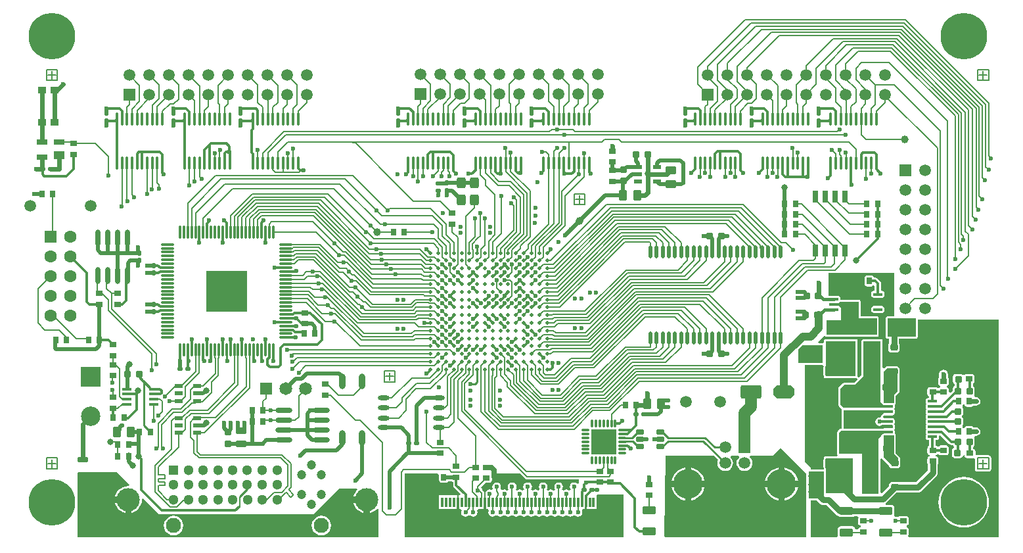
<source format=gtl>
G04 Layer_Physical_Order=1*
G04 Layer_Color=255*
%FSLAX42Y42*%
%MOMM*%
G71*
G01*
G75*
%ADD10C,1.00*%
G04:AMPARAMS|DCode=11|XSize=0.9mm|YSize=0.8mm|CornerRadius=0.1mm|HoleSize=0mm|Usage=FLASHONLY|Rotation=270.000|XOffset=0mm|YOffset=0mm|HoleType=Round|Shape=RoundedRectangle|*
%AMROUNDEDRECTD11*
21,1,0.90,0.60,0,0,270.0*
21,1,0.70,0.80,0,0,270.0*
1,1,0.20,-0.30,-0.35*
1,1,0.20,-0.30,0.35*
1,1,0.20,0.30,0.35*
1,1,0.20,0.30,-0.35*
%
%ADD11ROUNDEDRECTD11*%
G04:AMPARAMS|DCode=12|XSize=0.5mm|YSize=0.6mm|CornerRadius=0.06mm|HoleSize=0mm|Usage=FLASHONLY|Rotation=270.000|XOffset=0mm|YOffset=0mm|HoleType=Round|Shape=RoundedRectangle|*
%AMROUNDEDRECTD12*
21,1,0.50,0.47,0,0,270.0*
21,1,0.38,0.60,0,0,270.0*
1,1,0.13,-0.24,-0.19*
1,1,0.13,-0.24,0.19*
1,1,0.13,0.24,0.19*
1,1,0.13,0.24,-0.19*
%
%ADD12ROUNDEDRECTD12*%
%ADD13O,0.35X1.70*%
%ADD14R,0.70X1.50*%
G04:AMPARAMS|DCode=15|XSize=0.9mm|YSize=0.7mm|CornerRadius=0.09mm|HoleSize=0mm|Usage=FLASHONLY|Rotation=180.000|XOffset=0mm|YOffset=0mm|HoleType=Round|Shape=RoundedRectangle|*
%AMROUNDEDRECTD15*
21,1,0.90,0.53,0,0,180.0*
21,1,0.72,0.70,0,0,180.0*
1,1,0.17,-0.36,0.26*
1,1,0.17,0.36,0.26*
1,1,0.17,0.36,-0.26*
1,1,0.17,-0.36,-0.26*
%
%ADD15ROUNDEDRECTD15*%
G04:AMPARAMS|DCode=16|XSize=0.9mm|YSize=0.7mm|CornerRadius=0.09mm|HoleSize=0mm|Usage=FLASHONLY|Rotation=270.000|XOffset=0mm|YOffset=0mm|HoleType=Round|Shape=RoundedRectangle|*
%AMROUNDEDRECTD16*
21,1,0.90,0.53,0,0,270.0*
21,1,0.72,0.70,0,0,270.0*
1,1,0.17,-0.26,-0.36*
1,1,0.17,-0.26,0.36*
1,1,0.17,0.26,0.36*
1,1,0.17,0.26,-0.36*
%
%ADD16ROUNDEDRECTD16*%
G04:AMPARAMS|DCode=17|XSize=0.35mm|YSize=1.2mm|CornerRadius=0.04mm|HoleSize=0mm|Usage=FLASHONLY|Rotation=90.000|XOffset=0mm|YOffset=0mm|HoleType=Round|Shape=RoundedRectangle|*
%AMROUNDEDRECTD17*
21,1,0.35,1.11,0,0,90.0*
21,1,0.26,1.20,0,0,90.0*
1,1,0.09,0.56,0.13*
1,1,0.09,0.56,-0.13*
1,1,0.09,-0.56,-0.13*
1,1,0.09,-0.56,0.13*
%
%ADD17ROUNDEDRECTD17*%
%ADD18R,1.10X0.60*%
%ADD19O,0.80X2.00*%
G04:AMPARAMS|DCode=20|XSize=1.7mm|YSize=1.1mm|CornerRadius=0.14mm|HoleSize=0mm|Usage=FLASHONLY|Rotation=90.000|XOffset=0mm|YOffset=0mm|HoleType=Round|Shape=RoundedRectangle|*
%AMROUNDEDRECTD20*
21,1,1.70,0.82,0,0,90.0*
21,1,1.43,1.10,0,0,90.0*
1,1,0.28,0.41,0.71*
1,1,0.28,0.41,-0.71*
1,1,0.28,-0.41,-0.71*
1,1,0.28,-0.41,0.71*
%
%ADD20ROUNDEDRECTD20*%
G04:AMPARAMS|DCode=21|XSize=0.9mm|YSize=0.8mm|CornerRadius=0.1mm|HoleSize=0mm|Usage=FLASHONLY|Rotation=180.000|XOffset=0mm|YOffset=0mm|HoleType=Round|Shape=RoundedRectangle|*
%AMROUNDEDRECTD21*
21,1,0.90,0.60,0,0,180.0*
21,1,0.70,0.80,0,0,180.0*
1,1,0.20,-0.35,0.30*
1,1,0.20,0.35,0.30*
1,1,0.20,0.35,-0.30*
1,1,0.20,-0.35,-0.30*
%
%ADD21ROUNDEDRECTD21*%
%ADD22O,0.55X1.65*%
%ADD23R,1.40X0.80*%
%ADD24R,1.40X1.00*%
%ADD25O,1.50X0.60*%
%ADD26R,1.02X0.89*%
G04:AMPARAMS|DCode=27|XSize=0.95mm|YSize=0.9mm|CornerRadius=0.23mm|HoleSize=0mm|Usage=FLASHONLY|Rotation=180.000|XOffset=0mm|YOffset=0mm|HoleType=Round|Shape=RoundedRectangle|*
%AMROUNDEDRECTD27*
21,1,0.95,0.45,0,0,180.0*
21,1,0.50,0.90,0,0,180.0*
1,1,0.45,-0.25,0.23*
1,1,0.45,0.25,0.23*
1,1,0.45,0.25,-0.23*
1,1,0.45,-0.25,-0.23*
%
%ADD27ROUNDEDRECTD27*%
G04:AMPARAMS|DCode=28|XSize=2.65mm|YSize=1.75mm|CornerRadius=0.22mm|HoleSize=0mm|Usage=FLASHONLY|Rotation=0.000|XOffset=0mm|YOffset=0mm|HoleType=Round|Shape=RoundedRectangle|*
%AMROUNDEDRECTD28*
21,1,2.65,1.31,0,0,0.0*
21,1,2.21,1.75,0,0,0.0*
1,1,0.44,1.11,-0.66*
1,1,0.44,-1.11,-0.66*
1,1,0.44,-1.11,0.66*
1,1,0.44,1.11,0.66*
%
%ADD28ROUNDEDRECTD28*%
G04:AMPARAMS|DCode=29|XSize=2.65mm|YSize=1.75mm|CornerRadius=0mm|HoleSize=0mm|Usage=FLASHONLY|Rotation=0.000|XOffset=0mm|YOffset=0mm|HoleType=Round|Shape=Octagon|*
%AMOCTAGOND29*
4,1,8,1.32,-0.44,1.32,0.44,0.89,0.88,-0.89,0.88,-1.32,0.44,-1.32,-0.44,-0.89,-0.88,0.89,-0.88,1.32,-0.44,0.0*
%
%ADD29OCTAGOND29*%

G04:AMPARAMS|DCode=30|XSize=3.2mm|YSize=3.2mm|CornerRadius=0.4mm|HoleSize=0mm|Usage=FLASHONLY|Rotation=90.000|XOffset=0mm|YOffset=0mm|HoleType=Round|Shape=RoundedRectangle|*
%AMROUNDEDRECTD30*
21,1,3.20,2.40,0,0,90.0*
21,1,2.40,3.20,0,0,90.0*
1,1,0.80,1.20,1.20*
1,1,0.80,1.20,-1.20*
1,1,0.80,-1.20,-1.20*
1,1,0.80,-1.20,1.20*
%
%ADD30ROUNDEDRECTD30*%
G04:AMPARAMS|DCode=31|XSize=1.3mm|YSize=1mm|CornerRadius=0.13mm|HoleSize=0mm|Usage=FLASHONLY|Rotation=90.000|XOffset=0mm|YOffset=0mm|HoleType=Round|Shape=RoundedRectangle|*
%AMROUNDEDRECTD31*
21,1,1.30,0.75,0,0,90.0*
21,1,1.05,1.00,0,0,90.0*
1,1,0.25,0.38,0.53*
1,1,0.25,0.38,-0.53*
1,1,0.25,-0.38,-0.53*
1,1,0.25,-0.38,0.53*
%
%ADD31ROUNDEDRECTD31*%
G04:AMPARAMS|DCode=32|XSize=0.5mm|YSize=0.6mm|CornerRadius=0.06mm|HoleSize=0mm|Usage=FLASHONLY|Rotation=180.000|XOffset=0mm|YOffset=0mm|HoleType=Round|Shape=RoundedRectangle|*
%AMROUNDEDRECTD32*
21,1,0.50,0.47,0,0,180.0*
21,1,0.38,0.60,0,0,180.0*
1,1,0.13,-0.19,0.24*
1,1,0.13,0.19,0.24*
1,1,0.13,0.19,-0.24*
1,1,0.13,-0.19,-0.24*
%
%ADD32ROUNDEDRECTD32*%
G04:AMPARAMS|DCode=33|XSize=0.6mm|YSize=1mm|CornerRadius=0.07mm|HoleSize=0mm|Usage=FLASHONLY|Rotation=270.000|XOffset=0mm|YOffset=0mm|HoleType=Round|Shape=RoundedRectangle|*
%AMROUNDEDRECTD33*
21,1,0.60,0.85,0,0,270.0*
21,1,0.45,1.00,0,0,270.0*
1,1,0.15,-0.42,-0.23*
1,1,0.15,-0.42,0.23*
1,1,0.15,0.42,0.23*
1,1,0.15,0.42,-0.23*
%
%ADD33ROUNDEDRECTD33*%
%ADD34R,3.30X3.30*%
%ADD35O,0.30X1.05*%
%ADD36O,1.05X0.30*%
%ADD37C,0.50*%
%ADD38O,2.20X0.60*%
%ADD39R,1.75X4.50*%
G04:AMPARAMS|DCode=40|XSize=1.3mm|YSize=0.7mm|CornerRadius=0.09mm|HoleSize=0mm|Usage=FLASHONLY|Rotation=90.000|XOffset=0mm|YOffset=0mm|HoleType=Round|Shape=RoundedRectangle|*
%AMROUNDEDRECTD40*
21,1,1.30,0.53,0,0,90.0*
21,1,1.13,0.70,0,0,90.0*
1,1,0.17,0.26,0.56*
1,1,0.17,0.26,-0.56*
1,1,0.17,-0.26,-0.56*
1,1,0.17,-0.26,0.56*
%
%ADD40ROUNDEDRECTD40*%
G04:AMPARAMS|DCode=41|XSize=0.6mm|YSize=0.5mm|CornerRadius=0.06mm|HoleSize=0mm|Usage=FLASHONLY|Rotation=180.000|XOffset=0mm|YOffset=0mm|HoleType=Round|Shape=RoundedRectangle|*
%AMROUNDEDRECTD41*
21,1,0.60,0.38,0,0,180.0*
21,1,0.47,0.50,0,0,180.0*
1,1,0.13,-0.24,0.19*
1,1,0.13,0.24,0.19*
1,1,0.13,0.24,-0.19*
1,1,0.13,-0.24,-0.19*
%
%ADD41ROUNDEDRECTD41*%
%ADD42R,1.80X1.50*%
%ADD43R,0.30X1.25*%
G04:AMPARAMS|DCode=44|XSize=1.3mm|YSize=0.9mm|CornerRadius=0.11mm|HoleSize=0mm|Usage=FLASHONLY|Rotation=0.000|XOffset=0mm|YOffset=0mm|HoleType=Round|Shape=RoundedRectangle|*
%AMROUNDEDRECTD44*
21,1,1.30,0.68,0,0,0.0*
21,1,1.07,0.90,0,0,0.0*
1,1,0.23,0.54,-0.34*
1,1,0.23,-0.54,-0.34*
1,1,0.23,-0.54,0.34*
1,1,0.23,0.54,0.34*
%
%ADD44ROUNDEDRECTD44*%
%ADD45O,0.30X1.80*%
%ADD46O,1.80X0.30*%
%ADD47R,5.30X5.30*%
G04:AMPARAMS|DCode=48|XSize=1.75mm|YSize=1.05mm|CornerRadius=0.13mm|HoleSize=0mm|Usage=FLASHONLY|Rotation=180.000|XOffset=0mm|YOffset=0mm|HoleType=Round|Shape=RoundedRectangle|*
%AMROUNDEDRECTD48*
21,1,1.75,0.79,0,0,180.0*
21,1,1.49,1.05,0,0,180.0*
1,1,0.26,-0.74,0.39*
1,1,0.26,0.74,0.39*
1,1,0.26,0.74,-0.39*
1,1,0.26,-0.74,-0.39*
%
%ADD48ROUNDEDRECTD48*%
G04:AMPARAMS|DCode=49|XSize=1.4mm|YSize=1.2mm|CornerRadius=0.3mm|HoleSize=0mm|Usage=FLASHONLY|Rotation=270.000|XOffset=0mm|YOffset=0mm|HoleType=Round|Shape=RoundedRectangle|*
%AMROUNDEDRECTD49*
21,1,1.40,0.60,0,0,270.0*
21,1,0.80,1.20,0,0,270.0*
1,1,0.60,-0.30,-0.40*
1,1,0.60,-0.30,0.40*
1,1,0.60,0.30,0.40*
1,1,0.60,0.30,-0.40*
%
%ADD49ROUNDEDRECTD49*%
G04:AMPARAMS|DCode=50|XSize=1.3mm|YSize=1mm|CornerRadius=0.13mm|HoleSize=0mm|Usage=FLASHONLY|Rotation=0.000|XOffset=0mm|YOffset=0mm|HoleType=Round|Shape=RoundedRectangle|*
%AMROUNDEDRECTD50*
21,1,1.30,0.75,0,0,0.0*
21,1,1.05,1.00,0,0,0.0*
1,1,0.25,0.53,-0.38*
1,1,0.25,-0.53,-0.38*
1,1,0.25,-0.53,0.38*
1,1,0.25,0.53,0.38*
%
%ADD50ROUNDEDRECTD50*%
%ADD51O,0.60X2.20*%
G04:AMPARAMS|DCode=52|XSize=1.3mm|YSize=0.7mm|CornerRadius=0.09mm|HoleSize=0mm|Usage=FLASHONLY|Rotation=0.000|XOffset=0mm|YOffset=0mm|HoleType=Round|Shape=RoundedRectangle|*
%AMROUNDEDRECTD52*
21,1,1.30,0.53,0,0,0.0*
21,1,1.13,0.70,0,0,0.0*
1,1,0.17,0.56,-0.26*
1,1,0.17,-0.56,-0.26*
1,1,0.17,-0.56,0.26*
1,1,0.17,0.56,0.26*
%
%ADD52ROUNDEDRECTD52*%
%ADD53C,0.50*%
%ADD54C,0.20*%
%ADD55C,0.25*%
%ADD56C,0.51*%
%ADD57C,0.30*%
%ADD58C,0.20*%
%ADD59C,0.30*%
%ADD60C,0.64*%
%ADD61C,1.50*%
%ADD62C,0.25*%
%ADD63C,0.40*%
%ADD64C,0.60*%
%ADD65C,0.80*%
%ADD66C,1.00*%
%ADD67C,1.50*%
%ADD68C,1.20*%
%ADD69C,3.00*%
%ADD70C,1.30*%
%ADD71R,1.30X1.30*%
%ADD72C,1.95*%
%ADD73R,1.50X1.50*%
%ADD74R,1.50X1.50*%
%ADD75R,1.65X1.65*%
%ADD76C,1.65*%
%ADD77C,2.50*%
%ADD78R,2.50X2.50*%
%ADD79C,1.52*%
%ADD80C,3.80*%
%ADD81R,1.52X1.52*%
%ADD82C,1.60*%
%ADD83R,1.60X1.60*%
%ADD84C,6.00*%
%ADD85C,0.60*%
%ADD86C,0.80*%
%ADD87C,0.66*%
G36*
X11350Y1125D02*
X11407Y1068D01*
Y990D01*
X11380Y962D01*
X11332D01*
X11215Y1080D01*
Y1343D01*
X11232Y1360D01*
X11350D01*
Y1125D01*
D02*
G37*
G36*
X10220Y870D02*
Y50D01*
X8408D01*
X8394Y64D01*
X8405Y1100D01*
X9026Y1100D01*
X9082Y1045D01*
X9076Y1032D01*
X9073Y1006D01*
X9076Y979D01*
X9087Y954D01*
X9103Y933D01*
X9124Y917D01*
X9149Y907D01*
X9175Y903D01*
X9201Y907D01*
X9226Y917D01*
X9247Y933D01*
X9263Y954D01*
X9274Y979D01*
X9277Y1006D01*
X9274Y1032D01*
X9263Y1057D01*
X9247Y1078D01*
X9244Y1080D01*
X9251Y1100D01*
X9349D01*
X9356Y1080D01*
X9353Y1078D01*
X9337Y1057D01*
X9326Y1032D01*
X9323Y1006D01*
X9326Y979D01*
X9337Y954D01*
X9353Y933D01*
X9374Y917D01*
X9399Y907D01*
X9425Y903D01*
X9451Y907D01*
X9476Y917D01*
X9497Y933D01*
X9513Y954D01*
X9524Y979D01*
X9527Y1006D01*
X9524Y1032D01*
X9513Y1057D01*
X9497Y1078D01*
X9494Y1080D01*
X9501Y1100D01*
X9790D01*
X9890Y1200D01*
X10220Y870D01*
D02*
G37*
G36*
X11335Y1418D02*
Y1389D01*
X11331Y1386D01*
X11219D01*
X11208Y1383D01*
X11198Y1377D01*
X11192Y1367D01*
X11189Y1356D01*
Y1352D01*
X11150Y1312D01*
X11150Y612D01*
X10938D01*
Y1123D01*
X10643Y1125D01*
Y1398D01*
X10670Y1425D01*
X10685D01*
X10690Y1421D01*
X10700Y1420D01*
X11203D01*
X11205Y1420D01*
X11208D01*
X11210Y1421D01*
X11213Y1421D01*
X11215Y1423D01*
X11217Y1424D01*
X11218Y1424D01*
X11221Y1425D01*
X11328D01*
X11335Y1418D01*
D02*
G37*
G36*
X10445Y2247D02*
Y2244D01*
X10444Y2242D01*
Y2138D01*
X10445Y2136D01*
Y2125D01*
X10446Y2115D01*
X10452Y2107D01*
X10460Y2101D01*
X10470Y2100D01*
X10481D01*
X10482Y2099D01*
X10557D01*
X10559Y2100D01*
X10855D01*
X10857Y2100D01*
X10868D01*
X10876Y2080D01*
X10837Y2040D01*
X10715D01*
X10705Y2039D01*
X10697Y2033D01*
X10696Y2033D01*
X10694D01*
X10638Y1976D01*
Y1965D01*
X10637Y1962D01*
Y1752D01*
X10639Y1743D01*
X10644Y1734D01*
X10680Y1699D01*
X10676Y1695D01*
X10675Y1685D01*
Y1624D01*
X10674Y1623D01*
Y1518D01*
X10675Y1516D01*
Y1450D01*
X10670D01*
X10660Y1449D01*
X10652Y1443D01*
X10624Y1416D01*
X10619Y1407D01*
X10617Y1398D01*
Y1125D01*
X10618Y1120D01*
X10619Y1115D01*
X10619Y1115D01*
X10619Y1115D01*
X10622Y1111D01*
X10622Y1110D01*
X10618Y1098D01*
X10617Y1095D01*
X10613Y1090D01*
X10559D01*
X10557Y1091D01*
X10482D01*
X10481Y1090D01*
X10470D01*
X10460Y1089D01*
X10452Y1083D01*
X10446Y1075D01*
X10445Y1065D01*
Y1054D01*
X10444Y1052D01*
Y948D01*
X10445Y946D01*
Y925D01*
X10280D01*
Y940D01*
X10200Y1020D01*
Y2265D01*
X10430D01*
X10445Y2247D01*
D02*
G37*
G36*
X10394Y484D02*
X10407Y473D01*
X10423Y467D01*
X10440Y464D01*
X10483D01*
X10606Y341D01*
X10620Y331D01*
X10636Y324D01*
X10636Y324D01*
X10638Y321D01*
X10651Y312D01*
X10666Y309D01*
X10814D01*
X10829Y312D01*
X10842Y321D01*
X10843Y322D01*
X10883D01*
X10894Y302D01*
X10892Y299D01*
X10889Y286D01*
Y234D01*
X10892Y221D01*
X10899Y209D01*
X10911Y202D01*
X10919Y200D01*
Y180D01*
X10911Y178D01*
X10899Y171D01*
X10892Y159D01*
X10890Y148D01*
X10853D01*
Y152D01*
X10850Y167D01*
X10842Y179D01*
X10829Y188D01*
X10814Y191D01*
X10666D01*
X10651Y188D01*
X10638Y179D01*
X10630Y167D01*
X10627Y152D01*
Y73D01*
X10627Y70D01*
X10613Y50D01*
X10280D01*
Y525D01*
X10353D01*
X10394Y484D01*
D02*
G37*
G36*
X10825Y615D02*
X10470D01*
Y1065D01*
X10825D01*
Y615D01*
D02*
G37*
G36*
X10445D02*
X10446Y605D01*
X10450Y600D01*
Y560D01*
X10440Y550D01*
X10250D01*
Y900D01*
X10445D01*
Y615D01*
D02*
G37*
G36*
X6598Y805D02*
X6610Y797D01*
X6623Y794D01*
X7290D01*
Y745D01*
X7270Y739D01*
X7270Y740D01*
X7251Y752D01*
X7230Y756D01*
X7209Y752D01*
X7190Y740D01*
X7178Y721D01*
X7174Y700D01*
X7178Y679D01*
X7186Y667D01*
X7185Y662D01*
X7183Y660D01*
X7162Y654D01*
X7151Y662D01*
X7130Y666D01*
X7109Y662D01*
X7098Y654D01*
X7077Y660D01*
X7075Y662D01*
X7074Y667D01*
X7082Y679D01*
X7086Y700D01*
X7082Y721D01*
X7070Y740D01*
X7051Y752D01*
X7030Y756D01*
X7009Y752D01*
X6990Y740D01*
X6978Y721D01*
X6974Y700D01*
X6978Y679D01*
X6986Y667D01*
X6985Y662D01*
X6983Y660D01*
X6962Y654D01*
X6951Y662D01*
X6930Y666D01*
X6909Y662D01*
X6898Y654D01*
X6877Y660D01*
X6875Y662D01*
X6874Y667D01*
X6882Y679D01*
X6886Y700D01*
X6882Y721D01*
X6870Y740D01*
X6851Y752D01*
X6830Y756D01*
X6809Y752D01*
X6790Y740D01*
X6778Y721D01*
X6774Y700D01*
X6778Y679D01*
X6786Y667D01*
X6785Y662D01*
X6783Y660D01*
X6762Y654D01*
X6751Y662D01*
X6730Y666D01*
X6709Y662D01*
X6698Y654D01*
X6677Y660D01*
X6675Y662D01*
X6674Y667D01*
X6682Y679D01*
X6686Y700D01*
X6682Y721D01*
X6670Y740D01*
X6651Y752D01*
X6630Y756D01*
X6609Y752D01*
X6590Y740D01*
X6578Y721D01*
X6574Y700D01*
X6578Y679D01*
X6586Y667D01*
X6585Y662D01*
X6583Y660D01*
X6562Y654D01*
X6551Y662D01*
X6530Y666D01*
X6509Y662D01*
X6498Y654D01*
X6477Y660D01*
X6475Y662D01*
X6474Y667D01*
X6482Y679D01*
X6486Y700D01*
X6482Y721D01*
X6470Y740D01*
X6451Y752D01*
X6430Y756D01*
X6409Y752D01*
X6390Y740D01*
X6378Y721D01*
X6374Y700D01*
X6378Y679D01*
X6386Y667D01*
X6385Y662D01*
X6383Y660D01*
X6362Y654D01*
X6351Y662D01*
X6330Y666D01*
X6309Y662D01*
X6304Y659D01*
X6280Y664D01*
X6277Y671D01*
X6282Y679D01*
X6286Y700D01*
X6282Y721D01*
X6270Y740D01*
X6251Y752D01*
X6230Y756D01*
X6209Y752D01*
X6190Y740D01*
X6178Y721D01*
X6174Y700D01*
X6178Y679D01*
X6183Y672D01*
X6168Y657D01*
X6161Y662D01*
X6140Y666D01*
X6119Y662D01*
X6100Y650D01*
X6088Y631D01*
X6088Y630D01*
X6071Y629D01*
X6067Y629D01*
X6060Y640D01*
X6045Y655D01*
X6042Y671D01*
X6030Y689D01*
X6090Y749D01*
X6136D01*
X6149Y752D01*
X6161Y759D01*
X6168Y771D01*
X6171Y784D01*
Y836D01*
X6168Y849D01*
X6168Y850D01*
X6178Y870D01*
X6533D01*
X6598Y805D01*
D02*
G37*
G36*
X1503Y727D02*
X1494Y708D01*
X1484Y709D01*
X1449Y705D01*
X1416Y695D01*
X1386Y679D01*
X1359Y657D01*
X1337Y631D01*
X1321Y600D01*
X1313Y573D01*
X1484D01*
Y533D01*
X1523D01*
Y362D01*
X1551Y371D01*
X1581Y387D01*
X1608Y409D01*
X1630Y435D01*
X1646Y466D01*
X1656Y499D01*
X1659Y533D01*
X1658Y543D01*
X1678Y552D01*
X1880Y350D01*
X3870D01*
X4200Y680D01*
X4431D01*
X4438Y660D01*
X4432Y655D01*
X4410Y628D01*
X4394Y598D01*
X4386Y571D01*
X4557D01*
Y531D01*
X4597D01*
Y360D01*
X4624Y368D01*
X4654Y384D01*
X4681Y406D01*
X4690Y417D01*
X4710Y410D01*
Y50D01*
X830D01*
Y880D01*
X840Y890D01*
X1340D01*
X1503Y727D01*
D02*
G37*
G36*
X11335Y1649D02*
X11331Y1646D01*
X11219D01*
X11208Y1643D01*
X11198Y1637D01*
X11192Y1627D01*
X11189Y1616D01*
Y1610D01*
X11169Y1593D01*
X11168Y1594D01*
X11146Y1589D01*
X11128Y1577D01*
X11116Y1559D01*
X11111Y1538D01*
X11116Y1516D01*
X11128Y1498D01*
X11146Y1486D01*
X11168Y1481D01*
X11189Y1486D01*
X11205Y1497D01*
X11208D01*
X11208Y1497D01*
X11219Y1494D01*
X11331D01*
X11335Y1491D01*
Y1455D01*
X11331Y1451D01*
X11219D01*
X11208Y1448D01*
X11203Y1445D01*
X10700D01*
Y1685D01*
X11335D01*
Y1649D01*
D02*
G37*
G36*
X11350Y2900D02*
X11348Y2895D01*
X11270D01*
X11260Y2894D01*
X11252Y2888D01*
X11246Y2880D01*
X11245Y2870D01*
Y2630D01*
X11246Y2620D01*
X11252Y2612D01*
X11260Y2606D01*
X11270Y2605D01*
X11284D01*
Y2545D01*
X11280Y2539D01*
X11277Y2520D01*
Y2475D01*
X11280Y2456D01*
X11291Y2441D01*
X11306Y2430D01*
X11325Y2427D01*
X11375D01*
X11394Y2430D01*
X11409Y2441D01*
X11420Y2456D01*
X11423Y2475D01*
Y2520D01*
X11420Y2539D01*
X11416Y2545D01*
Y2605D01*
X11630D01*
X11640Y2606D01*
X11648Y2612D01*
X11654Y2620D01*
X11655Y2630D01*
Y2850D01*
X12700D01*
Y52D01*
X12698Y50D01*
X11538D01*
X11532Y66D01*
X11531Y70D01*
X11538Y81D01*
X11541Y94D01*
Y146D01*
X11538Y159D01*
X11531Y171D01*
X11519Y178D01*
X11511Y180D01*
Y200D01*
X11519Y202D01*
X11531Y209D01*
X11538Y221D01*
X11541Y234D01*
Y286D01*
X11538Y299D01*
X11531Y311D01*
X11519Y318D01*
X11506Y321D01*
X11434D01*
X11421Y318D01*
X11409Y311D01*
X11397Y308D01*
X11391Y312D01*
X11370Y316D01*
X11362Y314D01*
X11350Y332D01*
X11350Y333D01*
X11353Y348D01*
Y427D01*
X11350Y442D01*
X11342Y454D01*
X11329Y463D01*
X11314Y466D01*
X11249D01*
X11245Y473D01*
X11244Y486D01*
X11254Y494D01*
X11382Y622D01*
X11385D01*
X11404Y625D01*
X11406Y627D01*
X11662D01*
X11679Y629D01*
X11695Y636D01*
X11709Y646D01*
X11896Y834D01*
X11907Y847D01*
X11913Y863D01*
X11916Y880D01*
Y987D01*
X11918Y991D01*
X11921Y1004D01*
Y1056D01*
X11918Y1069D01*
X11911Y1081D01*
X11899Y1088D01*
X11891Y1090D01*
Y1110D01*
X11899Y1112D01*
X11911Y1119D01*
X11929D01*
X11941Y1112D01*
X11954Y1109D01*
X12026D01*
X12039Y1112D01*
X12051Y1119D01*
X12058Y1131D01*
X12061Y1144D01*
Y1196D01*
X12058Y1209D01*
X12051Y1221D01*
X12039Y1228D01*
X12026Y1231D01*
X11954D01*
X11941Y1228D01*
X11929Y1221D01*
X11911D01*
X11899Y1228D01*
X11886Y1231D01*
X11886D01*
Y1299D01*
X11901D01*
X11912Y1302D01*
X11922Y1308D01*
X11928Y1318D01*
X11931Y1329D01*
Y1355D01*
X11933Y1357D01*
X11950Y1363D01*
X12061Y1251D01*
X12074Y1242D01*
X12090Y1239D01*
X12090Y1239D01*
X12110D01*
X12112Y1231D01*
X12120Y1220D01*
X12122Y1218D01*
X12122Y1208D01*
X12119Y1196D01*
X12110Y1190D01*
X12102Y1179D01*
X12099Y1165D01*
Y1105D01*
X12102Y1091D01*
X12110Y1080D01*
X12121Y1072D01*
X12135Y1069D01*
X12205D01*
X12219Y1072D01*
X12230Y1080D01*
X12238Y1091D01*
X12240Y1102D01*
X12259Y1104D01*
X12262Y1091D01*
X12269Y1079D01*
X12281Y1072D01*
X12294Y1069D01*
X12366D01*
X12375Y1071D01*
X12389Y1063D01*
X12394Y1058D01*
Y930D01*
X12397Y916D01*
X12405Y905D01*
X12416Y897D01*
X12430Y894D01*
X12570D01*
X12584Y897D01*
X12595Y905D01*
X12603Y916D01*
X12606Y930D01*
Y1070D01*
X12603Y1084D01*
X12595Y1095D01*
X12584Y1103D01*
X12570Y1106D01*
X12430D01*
X12421Y1104D01*
X12406Y1112D01*
X12401Y1117D01*
Y1156D01*
X12398Y1169D01*
X12391Y1181D01*
X12379Y1188D01*
X12366Y1191D01*
X12366D01*
Y1211D01*
X12369Y1212D01*
X12380Y1220D01*
X12388Y1231D01*
X12391Y1245D01*
Y1315D01*
X12388Y1329D01*
X12384Y1334D01*
X12393Y1353D01*
X12393Y1354D01*
X12410D01*
X12431Y1358D01*
X12450Y1370D01*
X12462Y1389D01*
X12466Y1410D01*
X12462Y1431D01*
X12450Y1450D01*
X12431Y1462D01*
X12410Y1466D01*
X12374D01*
X12371Y1471D01*
X12359Y1478D01*
X12346Y1481D01*
X12294D01*
X12281Y1478D01*
X12269Y1471D01*
X12262Y1459D01*
X12260Y1451D01*
X12240D01*
X12238Y1459D01*
X12231Y1471D01*
X12237Y1490D01*
X12238Y1491D01*
X12241Y1505D01*
Y1575D01*
X12238Y1589D01*
X12230Y1600D01*
Y1610D01*
X12238Y1621D01*
X12241Y1635D01*
Y1705D01*
X12238Y1719D01*
X12237Y1720D01*
X12231Y1739D01*
X12238Y1751D01*
X12240Y1759D01*
X12260D01*
X12262Y1751D01*
X12269Y1739D01*
X12281Y1732D01*
X12294Y1729D01*
X12346D01*
X12359Y1732D01*
X12371Y1739D01*
X12374Y1744D01*
X12410D01*
X12431Y1748D01*
X12450Y1760D01*
X12462Y1779D01*
X12466Y1800D01*
X12462Y1821D01*
X12450Y1840D01*
X12431Y1852D01*
X12410Y1856D01*
X12393D01*
X12393Y1857D01*
X12384Y1876D01*
X12388Y1881D01*
X12391Y1895D01*
Y1965D01*
X12388Y1979D01*
X12380Y1990D01*
X12369Y1998D01*
X12366Y1999D01*
Y2031D01*
X12369Y2032D01*
X12381Y2039D01*
X12388Y2051D01*
X12391Y2064D01*
Y2116D01*
X12388Y2129D01*
X12381Y2141D01*
X12369Y2148D01*
X12356Y2151D01*
X12284D01*
X12271Y2148D01*
X12259Y2141D01*
X12255Y2140D01*
X12237Y2143D01*
X12229Y2148D01*
X12215Y2151D01*
X12145D01*
X12131Y2148D01*
X12120Y2140D01*
X12112Y2129D01*
X12109Y2115D01*
Y2055D01*
X12112Y2041D01*
X12120Y2030D01*
X12131Y2022D01*
X12134Y2021D01*
Y1999D01*
X12131Y1998D01*
X12120Y1990D01*
X12112Y1979D01*
X12109Y1965D01*
Y1937D01*
X12081Y1908D01*
X12061Y1917D01*
Y1946D01*
X12058Y1959D01*
X12051Y1971D01*
X12039Y1978D01*
X12031Y1980D01*
Y2000D01*
X12039Y2002D01*
X12051Y2009D01*
X12058Y2021D01*
X12061Y2034D01*
Y2086D01*
X12058Y2099D01*
X12051Y2111D01*
X12046Y2114D01*
Y2150D01*
X12042Y2171D01*
X12030Y2190D01*
X12011Y2202D01*
X11990Y2206D01*
X11969Y2202D01*
X11950Y2190D01*
X11938Y2171D01*
X11934Y2150D01*
Y2114D01*
X11929Y2111D01*
X11922Y2099D01*
X11919Y2086D01*
Y2034D01*
X11922Y2021D01*
X11929Y2009D01*
X11941Y2002D01*
X11949Y2000D01*
Y1980D01*
X11941Y1978D01*
X11929Y1971D01*
X11911D01*
X11899Y1978D01*
X11886Y1981D01*
X11814D01*
X11801Y1978D01*
X11789Y1971D01*
X11782Y1959D01*
X11779Y1946D01*
Y1894D01*
X11782Y1881D01*
X11789Y1869D01*
X11801Y1862D01*
X11804Y1861D01*
Y1841D01*
X11789D01*
X11778Y1838D01*
X11768Y1832D01*
X11762Y1822D01*
X11759Y1811D01*
Y1784D01*
X11762Y1773D01*
X11767Y1765D01*
X11762Y1757D01*
X11759Y1746D01*
Y1719D01*
X11762Y1708D01*
X11767Y1700D01*
X11762Y1692D01*
X11759Y1681D01*
Y1654D01*
X11762Y1643D01*
X11767Y1635D01*
X11762Y1627D01*
X11759Y1616D01*
Y1589D01*
X11762Y1578D01*
X11767Y1570D01*
X11762Y1562D01*
X11759Y1551D01*
Y1524D01*
X11762Y1513D01*
X11767Y1505D01*
X11762Y1497D01*
X11759Y1486D01*
Y1459D01*
X11762Y1448D01*
X11767Y1440D01*
X11762Y1432D01*
X11759Y1421D01*
Y1394D01*
X11762Y1383D01*
X11767Y1375D01*
X11762Y1367D01*
X11759Y1356D01*
Y1329D01*
X11762Y1318D01*
X11768Y1308D01*
X11778Y1302D01*
X11789Y1299D01*
X11804D01*
Y1229D01*
X11801Y1228D01*
X11789Y1221D01*
X11782Y1209D01*
X11779Y1196D01*
Y1144D01*
X11782Y1131D01*
X11789Y1119D01*
X11801Y1112D01*
X11809Y1110D01*
Y1090D01*
X11801Y1088D01*
X11789Y1081D01*
X11782Y1069D01*
X11779Y1056D01*
Y1004D01*
X11782Y991D01*
X11784Y987D01*
Y907D01*
X11635Y758D01*
X11406D01*
X11404Y760D01*
X11385Y763D01*
X11335D01*
X11316Y760D01*
X11301Y749D01*
X11290Y734D01*
X11287Y715D01*
Y712D01*
X11195Y621D01*
X11175Y629D01*
X11175Y1058D01*
X11195Y1064D01*
X11197Y1062D01*
X11290Y969D01*
X11290Y966D01*
X11301Y951D01*
X11316Y940D01*
X11323Y939D01*
X11323Y939D01*
X11332Y937D01*
X11333D01*
X11335Y937D01*
X11385D01*
X11404Y940D01*
X11419Y951D01*
X11430Y966D01*
X11433Y985D01*
Y1030D01*
X11433Y1032D01*
Y1068D01*
X11431Y1077D01*
X11426Y1086D01*
X11375Y1136D01*
Y1360D01*
X11374Y1370D01*
X11368Y1378D01*
X11360Y1384D01*
X11360Y1385D01*
X11360Y1387D01*
X11360Y1388D01*
X11360Y1389D01*
Y1393D01*
X11361Y1394D01*
Y1421D01*
X11358Y1432D01*
X11354Y1438D01*
X11359Y1445D01*
X11360Y1455D01*
Y1459D01*
X11361Y1459D01*
Y1486D01*
X11360Y1486D01*
Y1491D01*
X11360Y1492D01*
X11360Y1493D01*
X11359Y1497D01*
X11359Y1501D01*
X11358Y1502D01*
X11357Y1503D01*
X11355Y1506D01*
X11354Y1507D01*
X11358Y1513D01*
X11361Y1524D01*
Y1551D01*
X11358Y1562D01*
X11352Y1572D01*
X11342Y1578D01*
X11331Y1581D01*
X11224D01*
X11219Y1585D01*
X11215Y1593D01*
X11213Y1600D01*
X11213Y1600D01*
X11214Y1604D01*
X11215Y1607D01*
X11229Y1620D01*
X11331D01*
X11334Y1621D01*
X11338Y1621D01*
X11339Y1622D01*
X11340Y1622D01*
X11343Y1624D01*
X11347Y1626D01*
X11351Y1629D01*
X11352Y1630D01*
X11353Y1631D01*
X11355Y1634D01*
X11357Y1637D01*
X11358Y1638D01*
X11359Y1639D01*
X11359Y1643D01*
X11360Y1647D01*
X11360Y1648D01*
X11360Y1649D01*
Y1654D01*
X11361Y1654D01*
Y1681D01*
X11360Y1681D01*
Y1685D01*
X11359Y1695D01*
X11354Y1702D01*
X11358Y1708D01*
X11361Y1719D01*
Y1746D01*
X11360Y1747D01*
Y1751D01*
X11360Y1752D01*
X11360Y1753D01*
X11360Y1755D01*
X11360Y1756D01*
X11368Y1762D01*
X11374Y1770D01*
X11375Y1780D01*
Y1874D01*
X11416Y1914D01*
X11421Y1923D01*
X11423Y1933D01*
Y2158D01*
X11423Y2160D01*
Y2205D01*
X11420Y2224D01*
X11409Y2239D01*
X11394Y2250D01*
X11375Y2253D01*
X11325D01*
X11323Y2253D01*
X11265D01*
X11255Y2251D01*
X11247Y2246D01*
X11224Y2223D01*
X11205Y2230D01*
Y2533D01*
X11205Y2535D01*
Y2600D01*
X11140D01*
X11138Y2600D01*
X10957D01*
X10948Y2599D01*
X10939Y2593D01*
X10934Y2585D01*
X10932Y2575D01*
Y2136D01*
X10900Y2104D01*
X10880Y2112D01*
Y2123D01*
X10880Y2125D01*
Y2575D01*
X10880Y2577D01*
Y2600D01*
X10857D01*
X10855Y2600D01*
X10470D01*
X10460Y2599D01*
X10452Y2593D01*
X10446Y2585D01*
X10445Y2575D01*
Y2563D01*
X10430Y2545D01*
X10382D01*
X10374Y2564D01*
X10453Y2643D01*
X10462Y2642D01*
X10470Y2636D01*
X10480Y2635D01*
X11130D01*
X11140Y2636D01*
X11148Y2642D01*
X11154Y2650D01*
X11155Y2660D01*
Y2870D01*
X11154Y2880D01*
X11148Y2888D01*
X11140Y2894D01*
X11130Y2895D01*
X10925D01*
Y3080D01*
X10924Y3090D01*
X10918Y3098D01*
X10910Y3104D01*
X10900Y3105D01*
X10661D01*
Y3126D01*
X10658Y3137D01*
X10652Y3147D01*
X10642Y3153D01*
X10631Y3156D01*
X10589D01*
X10575Y3158D01*
X10510D01*
Y3450D01*
X11350D01*
Y2900D01*
D02*
G37*
G36*
X11630Y2630D02*
X11270D01*
Y2870D01*
X11630D01*
Y2630D01*
D02*
G37*
G36*
X5489Y856D02*
Y822D01*
X5489Y820D01*
X5489Y818D01*
Y784D01*
X5492Y771D01*
X5499Y759D01*
X5511Y752D01*
X5524Y749D01*
X5576D01*
X5589Y752D01*
X5601Y759D01*
X5607Y769D01*
X5650D01*
X5661Y762D01*
X5669Y760D01*
Y720D01*
X5669Y720D01*
X5672Y704D01*
X5681Y691D01*
X5766Y606D01*
X5759Y588D01*
X5740D01*
Y412D01*
X5768D01*
X5779Y392D01*
X5778Y391D01*
X5774Y370D01*
X5778Y349D01*
X5790Y330D01*
X5809Y318D01*
X5830Y314D01*
X5851Y318D01*
X5870Y330D01*
X5870Y331D01*
X5890D01*
X5890Y330D01*
X5909Y318D01*
X5930Y314D01*
X5951Y318D01*
X5970Y330D01*
X5982Y349D01*
X5986Y370D01*
X5982Y391D01*
X5981Y392D01*
X5992Y412D01*
X6070D01*
Y487D01*
X6090Y478D01*
Y412D01*
X6118D01*
X6129Y392D01*
X6128Y391D01*
X6124Y370D01*
X6128Y349D01*
X6140Y330D01*
X6159Y318D01*
X6180Y314D01*
X6201Y318D01*
X6217Y329D01*
X6225Y331D01*
X6235D01*
X6243Y329D01*
X6259Y318D01*
X6280Y314D01*
X6301Y318D01*
X6317Y329D01*
X6325Y331D01*
X6335D01*
X6343Y329D01*
X6359Y318D01*
X6380Y314D01*
X6401Y318D01*
X6417Y329D01*
X6425Y331D01*
X6435D01*
X6443Y329D01*
X6459Y318D01*
X6480Y314D01*
X6501Y318D01*
X6517Y329D01*
X6525Y331D01*
X6535D01*
X6543Y329D01*
X6559Y318D01*
X6580Y314D01*
X6601Y318D01*
X6620Y330D01*
X6620Y331D01*
X6640D01*
X6640Y330D01*
X6659Y318D01*
X6680Y314D01*
X6701Y318D01*
X6720Y330D01*
X6720Y331D01*
X6740D01*
X6740Y330D01*
X6759Y318D01*
X6780Y314D01*
X6801Y318D01*
X6820Y330D01*
X6820Y331D01*
X6840D01*
X6840Y330D01*
X6859Y318D01*
X6880Y314D01*
X6901Y318D01*
X6920Y330D01*
X6920Y331D01*
X6940D01*
X6940Y330D01*
X6959Y318D01*
X6980Y314D01*
X7001Y318D01*
X7020Y330D01*
X7020Y331D01*
X7040D01*
X7040Y330D01*
X7059Y318D01*
X7080Y314D01*
X7101Y318D01*
X7120Y330D01*
X7120Y331D01*
X7140D01*
X7140Y330D01*
X7159Y318D01*
X7180Y314D01*
X7201Y318D01*
X7220Y330D01*
X7220Y331D01*
X7240D01*
X7240Y330D01*
X7259Y318D01*
X7280Y314D01*
X7301Y318D01*
X7320Y330D01*
X7332Y349D01*
X7336Y370D01*
X7332Y391D01*
X7331Y392D01*
X7342Y412D01*
X7370D01*
Y476D01*
X7372Y478D01*
X7390Y469D01*
Y412D01*
X7520D01*
Y580D01*
X7520Y588D01*
X7535Y600D01*
X7870D01*
Y50D01*
X5050D01*
Y870D01*
X5472D01*
X5489Y856D01*
D02*
G37*
G36*
X10900Y2870D02*
X11130D01*
Y2660D01*
X10480D01*
Y2840D01*
X10670D01*
Y3000D01*
X10640Y3030D01*
X10550D01*
Y3060D01*
X10632D01*
X10646Y3075D01*
X10652Y3078D01*
X10653Y3080D01*
X10900D01*
Y2870D01*
D02*
G37*
G36*
X11397Y2202D02*
Y1933D01*
X11350Y1885D01*
Y1780D01*
X11222D01*
X11215Y1788D01*
Y2177D01*
X11265Y2227D01*
X11372D01*
X11397Y2202D01*
D02*
G37*
G36*
X10855Y2125D02*
X10470D01*
Y2575D01*
X10855D01*
Y2125D01*
D02*
G37*
G36*
X11180Y2533D02*
Y2018D01*
X11179Y2015D01*
Y1945D01*
X11180Y1942D01*
Y1795D01*
X11189Y1786D01*
Y1784D01*
X11192Y1773D01*
X11198Y1763D01*
X11208Y1757D01*
X11219Y1754D01*
X11331D01*
X11335Y1751D01*
Y1727D01*
X11322Y1715D01*
X10700D01*
X10662Y1752D01*
Y1962D01*
X10715Y2015D01*
X10847D01*
X10957Y2125D01*
Y2575D01*
X11138D01*
X11180Y2533D01*
D02*
G37*
G36*
X10430Y2290D02*
X10120D01*
Y2473D01*
X10167Y2520D01*
X10430D01*
Y2290D01*
D02*
G37*
%LPC*%
G36*
X8658Y695D02*
X8486D01*
X8486Y692D01*
X8498Y652D01*
X8518Y614D01*
X8545Y582D01*
X8578Y555D01*
X8615Y535D01*
X8656Y523D01*
X8658Y522D01*
Y695D01*
D02*
G37*
G36*
X9942Y947D02*
Y774D01*
X10114D01*
X10114Y777D01*
X10102Y817D01*
X10082Y855D01*
X10055Y887D01*
X10022Y914D01*
X9985Y934D01*
X9944Y946D01*
X9942Y947D01*
D02*
G37*
G36*
X9862D02*
X9860Y946D01*
X9819Y934D01*
X9782Y914D01*
X9749Y887D01*
X9722Y855D01*
X9702Y817D01*
X9690Y777D01*
X9690Y774D01*
X9862D01*
Y947D01*
D02*
G37*
G36*
X8738D02*
Y774D01*
X8910D01*
X8910Y777D01*
X8898Y817D01*
X8878Y855D01*
X8851Y887D01*
X8818Y914D01*
X8781Y934D01*
X8740Y946D01*
X8738Y947D01*
D02*
G37*
G36*
X9862Y695D02*
X9690D01*
X9690Y692D01*
X9702Y652D01*
X9722Y614D01*
X9749Y582D01*
X9782Y555D01*
X9819Y535D01*
X9860Y523D01*
X9862Y522D01*
Y695D01*
D02*
G37*
G36*
X8910D02*
X8738D01*
Y522D01*
X8740Y523D01*
X8781Y535D01*
X8818Y555D01*
X8851Y582D01*
X8878Y614D01*
X8898Y652D01*
X8910Y692D01*
X8910Y695D01*
D02*
G37*
G36*
X8658Y947D02*
X8656Y946D01*
X8615Y934D01*
X8578Y914D01*
X8545Y887D01*
X8518Y855D01*
X8498Y817D01*
X8486Y777D01*
X8486Y774D01*
X8658D01*
Y947D01*
D02*
G37*
G36*
X10114Y695D02*
X9942D01*
Y522D01*
X9944Y523D01*
X9985Y535D01*
X10022Y555D01*
X10055Y582D01*
X10082Y614D01*
X10102Y652D01*
X10114Y692D01*
X10114Y695D01*
D02*
G37*
G36*
X1444Y493D02*
X1313D01*
X1321Y466D01*
X1337Y435D01*
X1359Y409D01*
X1386Y387D01*
X1416Y371D01*
X1444Y362D01*
Y493D01*
D02*
G37*
G36*
X3972Y326D02*
X3940Y322D01*
X3909Y309D01*
X3883Y289D01*
X3863Y263D01*
X3851Y233D01*
X3846Y200D01*
X3851Y167D01*
X3863Y137D01*
X3883Y111D01*
X3909Y91D01*
X3940Y78D01*
X3972Y74D01*
X4005Y78D01*
X4036Y91D01*
X4062Y111D01*
X4082Y137D01*
X4094Y167D01*
X4099Y200D01*
X4094Y233D01*
X4082Y263D01*
X4062Y289D01*
X4036Y309D01*
X4005Y322D01*
X3972Y326D01*
D02*
G37*
G36*
X2067D02*
X2035Y322D01*
X2004Y309D01*
X1978Y289D01*
X1958Y263D01*
X1946Y233D01*
X1941Y200D01*
X1946Y167D01*
X1958Y137D01*
X1978Y111D01*
X2004Y91D01*
X2035Y78D01*
X2067Y74D01*
X2100Y78D01*
X2131Y91D01*
X2157Y111D01*
X2177Y137D01*
X2189Y167D01*
X2194Y200D01*
X2189Y233D01*
X2177Y263D01*
X2157Y289D01*
X2131Y309D01*
X2100Y322D01*
X2067Y326D01*
D02*
G37*
G36*
X4517Y491D02*
X4386D01*
X4394Y463D01*
X4410Y433D01*
X4432Y406D01*
X4459Y384D01*
X4489Y368D01*
X4517Y360D01*
Y491D01*
D02*
G37*
G36*
X12250Y826D02*
X12199Y822D01*
X12149Y810D01*
X12102Y790D01*
X12058Y764D01*
X12019Y731D01*
X11986Y692D01*
X11960Y648D01*
X11940Y601D01*
X11928Y551D01*
X11924Y500D01*
X11928Y449D01*
X11940Y399D01*
X11960Y352D01*
X11986Y308D01*
X12019Y269D01*
X12058Y236D01*
X12102Y210D01*
X12149Y190D01*
X12199Y178D01*
X12250Y174D01*
X12301Y178D01*
X12351Y190D01*
X12398Y210D01*
X12442Y236D01*
X12481Y269D01*
X12514Y308D01*
X12540Y352D01*
X12560Y399D01*
X12572Y449D01*
X12576Y500D01*
X12572Y551D01*
X12560Y601D01*
X12540Y648D01*
X12514Y692D01*
X12481Y731D01*
X12442Y764D01*
X12398Y790D01*
X12351Y810D01*
X12301Y822D01*
X12250Y826D01*
D02*
G37*
G36*
X11056Y3421D02*
X11004D01*
X10991Y3418D01*
X10979Y3411D01*
X10972Y3399D01*
X10969Y3386D01*
Y3314D01*
X10972Y3301D01*
X10979Y3289D01*
X10991Y3282D01*
X11004Y3279D01*
X11056D01*
X11069Y3282D01*
X11081Y3289D01*
X11082Y3292D01*
X11086Y3293D01*
X11104Y3283D01*
Y3221D01*
X11089D01*
X11078Y3218D01*
X11068Y3212D01*
X11062Y3202D01*
X11059Y3191D01*
Y3164D01*
X11062Y3153D01*
X11068Y3143D01*
X11078Y3137D01*
X11089Y3134D01*
X11201D01*
X11212Y3137D01*
X11222Y3143D01*
X11228Y3153D01*
X11231Y3164D01*
Y3191D01*
X11228Y3202D01*
X11222Y3212D01*
X11212Y3218D01*
X11201Y3221D01*
X11186D01*
Y3315D01*
X11186Y3315D01*
X11183Y3331D01*
X11174Y3344D01*
X11174Y3344D01*
X11139Y3379D01*
X11126Y3388D01*
X11110Y3391D01*
X11110Y3391D01*
X11090D01*
X11088Y3399D01*
X11081Y3411D01*
X11069Y3418D01*
X11056Y3421D01*
D02*
G37*
G36*
X11201Y3026D02*
X11089D01*
X11078Y3023D01*
X11068Y3017D01*
X11062Y3007D01*
X11059Y2996D01*
Y2969D01*
X11062Y2958D01*
X11068Y2948D01*
X11078Y2942D01*
X11089Y2939D01*
X11201D01*
X11212Y2942D01*
X11222Y2948D01*
X11228Y2958D01*
X11231Y2969D01*
Y2996D01*
X11228Y3007D01*
X11222Y3017D01*
X11212Y3023D01*
X11201Y3026D01*
D02*
G37*
G36*
X5720Y588D02*
X5490D01*
Y412D01*
X5720D01*
Y588D01*
D02*
G37*
%LPD*%
D10*
X7300Y4120D02*
D03*
X11490Y5170D02*
D03*
X4690Y3980D02*
D03*
D11*
X9125Y2410D02*
D03*
X8975Y2410D02*
D03*
X10365Y2910D02*
D03*
X10215D02*
D03*
X11095Y1980D02*
D03*
X11245D02*
D03*
X11255Y1190D02*
D03*
X11105D02*
D03*
X10225Y3160D02*
D03*
X10375D02*
D03*
X1475Y2150D02*
D03*
X1625D02*
D03*
X12175Y1540D02*
D03*
X12325D02*
D03*
Y1280D02*
D03*
X12175D02*
D03*
Y1670D02*
D03*
X12325D02*
D03*
X12175Y1930D02*
D03*
X12325D02*
D03*
X10175Y420D02*
D03*
X10325D02*
D03*
X9125Y3930D02*
D03*
X8975D02*
D03*
X8030Y4975D02*
D03*
X8180D02*
D03*
D12*
X480Y4790D02*
D03*
X380D02*
D03*
X8030Y1630D02*
D03*
X8130D02*
D03*
X7360Y660D02*
D03*
X7460D02*
D03*
X2250Y2220D02*
D03*
X2150D02*
D03*
X5100Y1260D02*
D03*
X5200D02*
D03*
D13*
X1923Y5435D02*
D03*
X1858Y5435D02*
D03*
X1792Y5435D02*
D03*
X1727Y5435D02*
D03*
X1598D02*
D03*
X1662D02*
D03*
X1532D02*
D03*
X1858Y4865D02*
D03*
X1923Y4865D02*
D03*
X1792D02*
D03*
X1598Y4865D02*
D03*
X1532D02*
D03*
X1727D02*
D03*
X1662D02*
D03*
X1468Y5435D02*
D03*
X1338D02*
D03*
X1402Y5435D02*
D03*
Y4865D02*
D03*
X1468Y4865D02*
D03*
X1338D02*
D03*
X3672Y5435D02*
D03*
X3608Y5435D02*
D03*
X3542Y5435D02*
D03*
X3478Y5435D02*
D03*
X3347D02*
D03*
X3412D02*
D03*
X3283D02*
D03*
X3608Y4865D02*
D03*
X3672Y4865D02*
D03*
X3542D02*
D03*
X3347Y4865D02*
D03*
X3283D02*
D03*
X3478D02*
D03*
X3412D02*
D03*
X3217Y5435D02*
D03*
X3088D02*
D03*
X3152Y5435D02*
D03*
Y4865D02*
D03*
X3217Y4865D02*
D03*
X3088D02*
D03*
X2792Y5435D02*
D03*
X2727Y5435D02*
D03*
X2662Y5435D02*
D03*
X2598Y5435D02*
D03*
X2467D02*
D03*
X2533D02*
D03*
X2402D02*
D03*
X2727Y4865D02*
D03*
X2792Y4865D02*
D03*
X2662D02*
D03*
X2467Y4865D02*
D03*
X2402D02*
D03*
X2598D02*
D03*
X2533D02*
D03*
X2338Y5435D02*
D03*
X2208D02*
D03*
X2273Y5435D02*
D03*
Y4865D02*
D03*
X2338Y4865D02*
D03*
X2208D02*
D03*
X9243Y5435D02*
D03*
X9307D02*
D03*
X9178D02*
D03*
X9372D02*
D03*
X9047D02*
D03*
X9112D02*
D03*
X8982D02*
D03*
X9372Y4865D02*
D03*
X9307D02*
D03*
X9243D02*
D03*
X9047D02*
D03*
X8982D02*
D03*
X9178D02*
D03*
X9112D02*
D03*
X8918Y5435D02*
D03*
X8788D02*
D03*
X8853D02*
D03*
Y4865D02*
D03*
X8918D02*
D03*
X8788D02*
D03*
X10992Y5435D02*
D03*
X11057D02*
D03*
X10927D02*
D03*
X11122D02*
D03*
X10797D02*
D03*
X10862D02*
D03*
X10732D02*
D03*
X11122Y4865D02*
D03*
X11057D02*
D03*
X10992D02*
D03*
X10797D02*
D03*
X10732D02*
D03*
X10927D02*
D03*
X10862D02*
D03*
X10667Y5435D02*
D03*
X10537D02*
D03*
X10602D02*
D03*
Y4865D02*
D03*
X10667D02*
D03*
X10537D02*
D03*
X10112Y5435D02*
D03*
X10178D02*
D03*
X10047D02*
D03*
X10243D02*
D03*
X9918D02*
D03*
X9982D02*
D03*
X9853D02*
D03*
X10243Y4865D02*
D03*
X10178D02*
D03*
X10112D02*
D03*
X9918D02*
D03*
X9853D02*
D03*
X10047D02*
D03*
X9982D02*
D03*
X9788Y5435D02*
D03*
X9657D02*
D03*
X9722D02*
D03*
Y4865D02*
D03*
X9788D02*
D03*
X9657D02*
D03*
X5672Y5435D02*
D03*
X5608Y5435D02*
D03*
X5542Y5435D02*
D03*
X5478Y5435D02*
D03*
X5412D02*
D03*
X5347D02*
D03*
X5283D02*
D03*
X5217Y5435D02*
D03*
X5153Y5435D02*
D03*
X5088Y5435D02*
D03*
X5672Y4865D02*
D03*
X5608Y4865D02*
D03*
X5542Y4865D02*
D03*
X5478Y4865D02*
D03*
X5412D02*
D03*
X5347D02*
D03*
X5283D02*
D03*
X5217Y4865D02*
D03*
X5153Y4865D02*
D03*
X5088Y4865D02*
D03*
X6543Y5435D02*
D03*
X6478Y5435D02*
D03*
X6412Y5435D02*
D03*
X6347Y5435D02*
D03*
X6283D02*
D03*
X6217D02*
D03*
X6153D02*
D03*
X6088Y5435D02*
D03*
X6022Y5435D02*
D03*
X5958Y5435D02*
D03*
X6543Y4865D02*
D03*
X6478Y4865D02*
D03*
X6412Y4865D02*
D03*
X6347Y4865D02*
D03*
X6283D02*
D03*
X6217D02*
D03*
X6153D02*
D03*
X6088Y4865D02*
D03*
X6022Y4865D02*
D03*
X5958Y4865D02*
D03*
X7422Y5435D02*
D03*
X7357Y5435D02*
D03*
X7292Y5435D02*
D03*
X7227Y5435D02*
D03*
X7162D02*
D03*
X7097D02*
D03*
X7032D02*
D03*
X6967Y5435D02*
D03*
X6902Y5435D02*
D03*
X6837Y5435D02*
D03*
X7422Y4865D02*
D03*
X7357Y4865D02*
D03*
X7292Y4865D02*
D03*
X7227Y4865D02*
D03*
X7162D02*
D03*
X7097D02*
D03*
X7032D02*
D03*
X6967Y4865D02*
D03*
X6902Y4865D02*
D03*
X6837Y4865D02*
D03*
D14*
X10721Y4439D02*
D03*
X10594D02*
D03*
X10721Y3741D02*
D03*
X10593D02*
D03*
X10467Y4439D02*
D03*
X10339D02*
D03*
X10467Y3741D02*
D03*
X10339D02*
D03*
D15*
X6100Y810D02*
D03*
Y950D02*
D03*
X1290Y2530D02*
D03*
Y2390D02*
D03*
X4020Y1880D02*
D03*
Y2020D02*
D03*
X7720Y4630D02*
D03*
Y4770D02*
D03*
Y4880D02*
D03*
Y5020D02*
D03*
X12320Y2090D02*
D03*
Y2230D02*
D03*
X11990Y1170D02*
D03*
Y1030D02*
D03*
X11850D02*
D03*
Y1170D02*
D03*
X12330Y1130D02*
D03*
Y990D02*
D03*
X11850Y1920D02*
D03*
Y2060D02*
D03*
X11990D02*
D03*
Y1920D02*
D03*
X11470Y120D02*
D03*
Y260D02*
D03*
X10960Y120D02*
D03*
Y260D02*
D03*
X8200Y730D02*
D03*
Y590D02*
D03*
X7700Y760D02*
D03*
Y900D02*
D03*
X7560Y760D02*
D03*
Y900D02*
D03*
X5660Y4080D02*
D03*
Y4220D02*
D03*
X780Y5120D02*
D03*
Y4980D02*
D03*
X1350Y3050D02*
D03*
Y3190D02*
D03*
X1110Y3050D02*
D03*
Y3190D02*
D03*
X3760Y2800D02*
D03*
Y2940D02*
D03*
X5960Y950D02*
D03*
Y810D02*
D03*
X5500Y1130D02*
D03*
Y1270D02*
D03*
X5710Y820D02*
D03*
Y960D02*
D03*
X1290Y2130D02*
D03*
Y2270D02*
D03*
X1290Y1850D02*
D03*
Y1710D02*
D03*
D16*
X1430Y1590D02*
D03*
X1290D02*
D03*
X1630Y1400D02*
D03*
X1770D02*
D03*
X11140Y4340D02*
D03*
X11000D02*
D03*
X11140Y4210D02*
D03*
X11000D02*
D03*
X11140Y4080D02*
D03*
X11000D02*
D03*
X11140Y3950D02*
D03*
X11000D02*
D03*
X1490Y1240D02*
D03*
X1350D02*
D03*
Y1090D02*
D03*
X1490D02*
D03*
X10080Y4340D02*
D03*
X9940D02*
D03*
X10080Y4080D02*
D03*
X9940D02*
D03*
X10080Y4210D02*
D03*
X9940D02*
D03*
X10080Y3950D02*
D03*
X9940D02*
D03*
X10370Y2360D02*
D03*
X10510D02*
D03*
X10370Y840D02*
D03*
X10510D02*
D03*
X10520Y2770D02*
D03*
X10380D02*
D03*
X550Y2590D02*
D03*
X690D02*
D03*
X510Y4470D02*
D03*
X370D02*
D03*
X1110Y2590D02*
D03*
X970D02*
D03*
X12320Y1410D02*
D03*
X12180D02*
D03*
X12320Y1800D02*
D03*
X12180D02*
D03*
X8030Y1750D02*
D03*
X7890D02*
D03*
X11030Y3350D02*
D03*
X10890D02*
D03*
X5040Y3980D02*
D03*
X4900D02*
D03*
X3750Y2670D02*
D03*
X3890D02*
D03*
X5550Y820D02*
D03*
X5410D02*
D03*
X3220Y1540D02*
D03*
X3080D02*
D03*
X3220Y1680D02*
D03*
X3080D02*
D03*
D17*
X1469Y1958D02*
D03*
Y1892D02*
D03*
Y1828D02*
D03*
Y1762D02*
D03*
X1811Y1958D02*
D03*
Y1892D02*
D03*
Y1828D02*
D03*
Y1762D02*
D03*
X10575Y3177D02*
D03*
Y3112D02*
D03*
Y3048D02*
D03*
Y2983D02*
D03*
X11145Y3177D02*
D03*
Y3112D02*
D03*
Y3048D02*
D03*
Y2983D02*
D03*
X11275Y1798D02*
D03*
Y1733D02*
D03*
Y1667D02*
D03*
Y1602D02*
D03*
Y1538D02*
D03*
Y1473D02*
D03*
Y1407D02*
D03*
Y1343D02*
D03*
X11845Y1798D02*
D03*
Y1733D02*
D03*
Y1667D02*
D03*
Y1602D02*
D03*
Y1538D02*
D03*
Y1473D02*
D03*
Y1407D02*
D03*
Y1343D02*
D03*
D18*
X2370Y1395D02*
D03*
Y1490D02*
D03*
Y1585D02*
D03*
X2130D02*
D03*
Y1490D02*
D03*
Y1395D02*
D03*
X2370Y1805D02*
D03*
Y1900D02*
D03*
Y1995D02*
D03*
X2130D02*
D03*
Y1900D02*
D03*
Y1805D02*
D03*
X8295Y4630D02*
D03*
Y4725D02*
D03*
Y4820D02*
D03*
X8055D02*
D03*
Y4725D02*
D03*
Y4630D02*
D03*
D19*
X4497Y1325D02*
D03*
X4243D02*
D03*
Y2055D02*
D03*
X4497D02*
D03*
D20*
X11055Y2760D02*
D03*
X11345D02*
D03*
D21*
X7870Y4635D02*
D03*
Y4785D02*
D03*
X2770Y1405D02*
D03*
Y1255D02*
D03*
X12170Y985D02*
D03*
Y1135D02*
D03*
X12180Y2235D02*
D03*
Y2085D02*
D03*
D22*
X8850Y2612D02*
D03*
X8690D02*
D03*
X8770D02*
D03*
X8930D02*
D03*
X8530Y3728D02*
D03*
X8450Y3728D02*
D03*
X8210Y3728D02*
D03*
X8290D02*
D03*
X8370Y3728D02*
D03*
X8610D02*
D03*
X8850Y3728D02*
D03*
X8690D02*
D03*
X8770D02*
D03*
X8930Y3728D02*
D03*
X9330Y2612D02*
D03*
X9170D02*
D03*
X9250D02*
D03*
X9410Y2612D02*
D03*
X9810Y2612D02*
D03*
X9730D02*
D03*
X9490Y2612D02*
D03*
X9570D02*
D03*
X9650Y2612D02*
D03*
X9890Y2612D02*
D03*
X8210Y2612D02*
D03*
X8290D02*
D03*
X8370D02*
D03*
X8450D02*
D03*
X8530Y2612D02*
D03*
X8610Y2612D02*
D03*
X9010Y2612D02*
D03*
X9090Y2612D02*
D03*
X9010Y3728D02*
D03*
X9090D02*
D03*
X9170D02*
D03*
X9250Y3728D02*
D03*
X9330D02*
D03*
X9410D02*
D03*
X9490Y3728D02*
D03*
X9570D02*
D03*
X9650Y3728D02*
D03*
X9730D02*
D03*
X9810Y3728D02*
D03*
X9890D02*
D03*
D23*
X370Y4945D02*
D03*
Y5135D02*
D03*
X590D02*
D03*
D24*
Y4965D02*
D03*
D25*
X4778Y1841D02*
D03*
Y1714D02*
D03*
Y1586D02*
D03*
Y1460D02*
D03*
X5483Y1841D02*
D03*
Y1714D02*
D03*
Y1586D02*
D03*
Y1460D02*
D03*
D26*
X370Y5395D02*
D03*
Y5805D02*
D03*
X530D02*
D03*
Y5395D02*
D03*
D27*
X11360Y693D02*
D03*
Y1007D02*
D03*
X11350Y2498D02*
D03*
Y2183D02*
D03*
D28*
X9505Y1920D02*
D03*
X10345Y1270D02*
D03*
X10365Y1920D02*
D03*
D29*
X9935D02*
D03*
X10775Y1270D02*
D03*
X10795Y1920D02*
D03*
D30*
X11560Y1570D02*
D03*
D31*
X8170Y1770D02*
D03*
X8350D02*
D03*
X10520Y1000D02*
D03*
X10340D02*
D03*
X10750Y1570D02*
D03*
X10570D02*
D03*
X10520Y2190D02*
D03*
X10340D02*
D03*
X7860Y4450D02*
D03*
X8040D02*
D03*
X1340Y1400D02*
D03*
X1520D02*
D03*
D32*
X5590Y4610D02*
D03*
Y4510D02*
D03*
X10380Y5410D02*
D03*
Y5510D02*
D03*
X9520Y5410D02*
D03*
Y5510D02*
D03*
X8660Y5410D02*
D03*
Y5510D02*
D03*
X6680Y5410D02*
D03*
Y5510D02*
D03*
X5820Y5410D02*
D03*
Y5510D02*
D03*
X4960Y5410D02*
D03*
Y5510D02*
D03*
X2930Y5410D02*
D03*
Y5510D02*
D03*
X2070Y5410D02*
D03*
Y5510D02*
D03*
X1200Y5410D02*
D03*
Y5510D02*
D03*
X1810Y3550D02*
D03*
Y3450D02*
D03*
X1630Y3610D02*
D03*
Y3710D02*
D03*
X1810Y3050D02*
D03*
Y2950D02*
D03*
D33*
X8340Y1215D02*
D03*
Y1310D02*
D03*
Y1405D02*
D03*
X8080D02*
D03*
Y1310D02*
D03*
Y1215D02*
D03*
D34*
X7610Y1280D02*
D03*
D35*
X7760Y1043D02*
D03*
X7710Y1043D02*
D03*
X7660D02*
D03*
X7610D02*
D03*
X7560D02*
D03*
X7510D02*
D03*
X7460D02*
D03*
Y1518D02*
D03*
X7510D02*
D03*
X7560D02*
D03*
X7610Y1518D02*
D03*
X7660D02*
D03*
X7710D02*
D03*
X7760Y1518D02*
D03*
D36*
X7372Y1130D02*
D03*
Y1180D02*
D03*
Y1230D02*
D03*
Y1280D02*
D03*
Y1330D02*
D03*
Y1380D02*
D03*
X7372Y1430D02*
D03*
X7847D02*
D03*
X7847Y1380D02*
D03*
Y1330D02*
D03*
X7847Y1280D02*
D03*
Y1230D02*
D03*
Y1180D02*
D03*
Y1130D02*
D03*
D37*
X6880Y3710D02*
D03*
Y3610D02*
D03*
Y3510D02*
D03*
Y3410D02*
D03*
Y3310D02*
D03*
Y3210D02*
D03*
Y3110D02*
D03*
Y3010D02*
D03*
Y2910D02*
D03*
Y2810D02*
D03*
Y2710D02*
D03*
Y2610D02*
D03*
Y2510D02*
D03*
Y2410D02*
D03*
Y2310D02*
D03*
Y2210D02*
D03*
X6780Y3710D02*
D03*
Y3610D02*
D03*
Y3510D02*
D03*
Y3410D02*
D03*
Y3310D02*
D03*
Y3210D02*
D03*
Y3110D02*
D03*
Y3010D02*
D03*
Y2910D02*
D03*
Y2810D02*
D03*
Y2710D02*
D03*
Y2610D02*
D03*
Y2510D02*
D03*
Y2410D02*
D03*
Y2310D02*
D03*
Y2210D02*
D03*
X6680Y3710D02*
D03*
Y3610D02*
D03*
Y3510D02*
D03*
Y3410D02*
D03*
Y3310D02*
D03*
Y3210D02*
D03*
Y3110D02*
D03*
Y3010D02*
D03*
Y2910D02*
D03*
Y2810D02*
D03*
Y2710D02*
D03*
Y2610D02*
D03*
Y2510D02*
D03*
Y2410D02*
D03*
Y2310D02*
D03*
Y2210D02*
D03*
X6580Y3710D02*
D03*
Y3610D02*
D03*
Y3510D02*
D03*
Y3410D02*
D03*
Y3310D02*
D03*
Y3210D02*
D03*
Y3110D02*
D03*
Y3010D02*
D03*
Y2910D02*
D03*
Y2810D02*
D03*
Y2710D02*
D03*
Y2610D02*
D03*
Y2510D02*
D03*
Y2410D02*
D03*
Y2310D02*
D03*
Y2210D02*
D03*
X6480Y3710D02*
D03*
Y3610D02*
D03*
Y3510D02*
D03*
Y3410D02*
D03*
Y3310D02*
D03*
Y3210D02*
D03*
Y3110D02*
D03*
Y3010D02*
D03*
Y2910D02*
D03*
Y2810D02*
D03*
Y2710D02*
D03*
Y2610D02*
D03*
Y2510D02*
D03*
Y2410D02*
D03*
Y2310D02*
D03*
Y2210D02*
D03*
X6380Y3710D02*
D03*
Y3610D02*
D03*
Y3510D02*
D03*
Y3410D02*
D03*
Y3310D02*
D03*
Y3210D02*
D03*
Y3110D02*
D03*
Y3010D02*
D03*
Y2910D02*
D03*
Y2810D02*
D03*
Y2710D02*
D03*
Y2610D02*
D03*
Y2510D02*
D03*
Y2410D02*
D03*
Y2310D02*
D03*
Y2210D02*
D03*
X6280Y3710D02*
D03*
Y3610D02*
D03*
Y3510D02*
D03*
Y3410D02*
D03*
Y3310D02*
D03*
Y3210D02*
D03*
Y3110D02*
D03*
Y3010D02*
D03*
Y2910D02*
D03*
Y2810D02*
D03*
Y2710D02*
D03*
Y2610D02*
D03*
Y2510D02*
D03*
Y2410D02*
D03*
Y2310D02*
D03*
Y2210D02*
D03*
X6180Y3710D02*
D03*
Y3610D02*
D03*
Y3510D02*
D03*
Y3410D02*
D03*
Y3310D02*
D03*
Y3210D02*
D03*
Y3110D02*
D03*
Y3010D02*
D03*
Y2910D02*
D03*
Y2810D02*
D03*
Y2710D02*
D03*
Y2610D02*
D03*
Y2510D02*
D03*
Y2410D02*
D03*
Y2310D02*
D03*
Y2210D02*
D03*
X6080Y3710D02*
D03*
Y3610D02*
D03*
Y3510D02*
D03*
Y3410D02*
D03*
Y3310D02*
D03*
Y3210D02*
D03*
Y3110D02*
D03*
Y3010D02*
D03*
Y2910D02*
D03*
Y2810D02*
D03*
Y2710D02*
D03*
Y2610D02*
D03*
Y2510D02*
D03*
Y2410D02*
D03*
Y2310D02*
D03*
Y2210D02*
D03*
X5980Y3710D02*
D03*
Y3610D02*
D03*
Y3510D02*
D03*
Y3410D02*
D03*
Y3310D02*
D03*
Y3210D02*
D03*
Y3110D02*
D03*
Y3010D02*
D03*
Y2910D02*
D03*
Y2810D02*
D03*
Y2710D02*
D03*
Y2610D02*
D03*
Y2510D02*
D03*
Y2410D02*
D03*
Y2310D02*
D03*
Y2210D02*
D03*
X5880Y3710D02*
D03*
Y3610D02*
D03*
Y3510D02*
D03*
Y3410D02*
D03*
Y3310D02*
D03*
Y3210D02*
D03*
Y3110D02*
D03*
Y3010D02*
D03*
Y2910D02*
D03*
Y2810D02*
D03*
Y2710D02*
D03*
Y2610D02*
D03*
Y2510D02*
D03*
Y2410D02*
D03*
Y2310D02*
D03*
Y2210D02*
D03*
X5780Y3710D02*
D03*
Y3610D02*
D03*
Y3510D02*
D03*
Y3410D02*
D03*
Y3310D02*
D03*
Y3210D02*
D03*
Y3110D02*
D03*
Y3010D02*
D03*
Y2910D02*
D03*
Y2810D02*
D03*
Y2710D02*
D03*
Y2610D02*
D03*
Y2510D02*
D03*
Y2410D02*
D03*
Y2310D02*
D03*
Y2210D02*
D03*
X5680Y3710D02*
D03*
Y3610D02*
D03*
Y3510D02*
D03*
Y3410D02*
D03*
Y3310D02*
D03*
Y3210D02*
D03*
Y3110D02*
D03*
Y3010D02*
D03*
Y2910D02*
D03*
Y2810D02*
D03*
Y2710D02*
D03*
Y2610D02*
D03*
Y2510D02*
D03*
Y2410D02*
D03*
Y2310D02*
D03*
Y2210D02*
D03*
X5580Y3710D02*
D03*
Y3610D02*
D03*
Y3510D02*
D03*
Y3410D02*
D03*
Y3310D02*
D03*
Y3210D02*
D03*
Y3110D02*
D03*
Y3010D02*
D03*
Y2910D02*
D03*
Y2810D02*
D03*
Y2710D02*
D03*
Y2610D02*
D03*
Y2510D02*
D03*
Y2410D02*
D03*
Y2310D02*
D03*
Y2210D02*
D03*
X5480Y3710D02*
D03*
Y3610D02*
D03*
Y3510D02*
D03*
Y3410D02*
D03*
Y3310D02*
D03*
Y3210D02*
D03*
Y3110D02*
D03*
Y3010D02*
D03*
Y2910D02*
D03*
Y2810D02*
D03*
Y2710D02*
D03*
Y2610D02*
D03*
Y2510D02*
D03*
Y2410D02*
D03*
Y2310D02*
D03*
Y2210D02*
D03*
X5380Y3710D02*
D03*
Y3610D02*
D03*
Y3510D02*
D03*
Y3410D02*
D03*
Y3310D02*
D03*
Y3210D02*
D03*
Y3110D02*
D03*
Y3010D02*
D03*
Y2910D02*
D03*
Y2810D02*
D03*
Y2710D02*
D03*
Y2610D02*
D03*
Y2510D02*
D03*
Y2410D02*
D03*
Y2310D02*
D03*
Y2210D02*
D03*
D38*
X3490Y1681D02*
D03*
Y1553D02*
D03*
Y1427D02*
D03*
Y1299D02*
D03*
X3970Y1681D02*
D03*
Y1553D02*
D03*
Y1427D02*
D03*
Y1299D02*
D03*
D39*
X11062Y840D02*
D03*
X10738D02*
D03*
X11093Y2350D02*
D03*
X10768D02*
D03*
D40*
X10345Y240D02*
D03*
X10155D02*
D03*
D41*
X5480Y4605D02*
D03*
Y4515D02*
D03*
D42*
X5345Y362D02*
D03*
X7665D02*
D03*
D43*
X7430Y500D02*
D03*
X7380D02*
D03*
X7330D02*
D03*
X7480D02*
D03*
X7280D02*
D03*
X7230D02*
D03*
X7180D02*
D03*
X7130D02*
D03*
X7080D02*
D03*
X7030D02*
D03*
X6980D02*
D03*
X6930D02*
D03*
X6880D02*
D03*
X6830D02*
D03*
X6780D02*
D03*
X6730D02*
D03*
X6680D02*
D03*
X6630D02*
D03*
X6580D02*
D03*
X6530D02*
D03*
X6480D02*
D03*
X6430D02*
D03*
X6380D02*
D03*
X6330D02*
D03*
X6280D02*
D03*
X6230D02*
D03*
X6180D02*
D03*
X6130D02*
D03*
X6080D02*
D03*
X6030D02*
D03*
X5980D02*
D03*
X5930D02*
D03*
X5880D02*
D03*
X5830D02*
D03*
X5780D02*
D03*
X5730D02*
D03*
X5680D02*
D03*
X5630D02*
D03*
X5580D02*
D03*
X5530D02*
D03*
D44*
X2940Y1255D02*
D03*
Y1425D02*
D03*
D45*
X3000Y2460D02*
D03*
X3050D02*
D03*
X2350D02*
D03*
X2400D02*
D03*
X3350D02*
D03*
X3300D02*
D03*
X3250D02*
D03*
X3200D02*
D03*
X3150D02*
D03*
X3100D02*
D03*
X2950D02*
D03*
X2900D02*
D03*
X2850D02*
D03*
X2800Y2460D02*
D03*
X2750D02*
D03*
X2700D02*
D03*
X2650Y2460D02*
D03*
X2600D02*
D03*
X2550D02*
D03*
X2500D02*
D03*
X2450D02*
D03*
X2300D02*
D03*
X2250D02*
D03*
X2200D02*
D03*
X2150D02*
D03*
Y3980D02*
D03*
X2200D02*
D03*
X2400D02*
D03*
X2450D02*
D03*
X2500D02*
D03*
X2550D02*
D03*
X2600D02*
D03*
X2650D02*
D03*
X2700Y3980D02*
D03*
X2750D02*
D03*
X3050Y3980D02*
D03*
X3100D02*
D03*
X3150D02*
D03*
X3200D02*
D03*
X3250D02*
D03*
X3300D02*
D03*
X3350D02*
D03*
X3000D02*
D03*
X2900D02*
D03*
X2850D02*
D03*
X2800Y3980D02*
D03*
X2950Y3980D02*
D03*
X2350D02*
D03*
X2300D02*
D03*
X2250D02*
D03*
D46*
X3510Y3320D02*
D03*
Y3370D02*
D03*
X3510Y3420D02*
D03*
X3510Y3770D02*
D03*
Y3720D02*
D03*
Y3570D02*
D03*
Y3620D02*
D03*
Y3670D02*
D03*
Y3820D02*
D03*
X1990Y2620D02*
D03*
Y2670D02*
D03*
Y2720D02*
D03*
Y2770D02*
D03*
Y2820D02*
D03*
Y2870D02*
D03*
Y2920D02*
D03*
Y2970D02*
D03*
Y3020D02*
D03*
Y3070D02*
D03*
Y3120D02*
D03*
X1990Y3170D02*
D03*
Y3220D02*
D03*
Y3270D02*
D03*
X1990Y3320D02*
D03*
Y3370D02*
D03*
Y3420D02*
D03*
Y3470D02*
D03*
Y3520D02*
D03*
Y3570D02*
D03*
Y3620D02*
D03*
Y3670D02*
D03*
Y3720D02*
D03*
Y3770D02*
D03*
Y3820D02*
D03*
X3510Y3520D02*
D03*
Y3470D02*
D03*
X3510Y3270D02*
D03*
Y3220D02*
D03*
Y3170D02*
D03*
X3510Y3120D02*
D03*
X3510Y3070D02*
D03*
Y3020D02*
D03*
Y2970D02*
D03*
Y2920D02*
D03*
Y2870D02*
D03*
Y2820D02*
D03*
Y2770D02*
D03*
Y2720D02*
D03*
Y2670D02*
D03*
Y2620D02*
D03*
D47*
X2750Y3220D02*
D03*
D48*
X8200Y397D02*
D03*
Y123D02*
D03*
X11240Y112D02*
D03*
Y388D02*
D03*
X10740Y112D02*
D03*
Y388D02*
D03*
D49*
X5945Y4610D02*
D03*
Y4390D02*
D03*
X5775D02*
D03*
Y4610D02*
D03*
D50*
X8475Y4595D02*
D03*
Y4775D02*
D03*
D51*
X1474Y3900D02*
D03*
X1347D02*
D03*
X1220D02*
D03*
X1093D02*
D03*
X1474Y3420D02*
D03*
X1347Y3420D02*
D03*
X1220Y3420D02*
D03*
X1093D02*
D03*
D52*
X900Y1045D02*
D03*
Y855D02*
D03*
D53*
X7855Y4630D02*
X7860Y4625D01*
X7115Y3933D02*
X7191Y4009D01*
X7975Y4725D02*
X8055D01*
X7885Y4635D02*
X7975Y4725D01*
X7870Y4635D02*
X7885D01*
X7720Y4630D02*
X7855D01*
X7870Y4785D02*
X7905Y4820D01*
X8055D01*
X7855Y4770D02*
X7870Y4785D01*
X7720Y4770D02*
X7855D01*
X7190Y4010D02*
X7300Y4120D01*
X7630Y4450D01*
X1520Y1400D02*
X1630D01*
X2770Y1255D02*
X2770Y1255D01*
X2940D01*
X8350Y1810D02*
X8440D01*
X8350Y1730D02*
X8440D01*
X8350Y1670D02*
Y1770D01*
X1610Y3710D02*
Y3780D01*
X3700Y1100D02*
X3770Y1170D01*
X3080Y1255D02*
X3220D01*
X6530Y3260D02*
Y3260D01*
X3715Y2087D02*
X3788Y2160D01*
X4200D01*
X4243Y2117D01*
X3514Y1960D02*
X3641Y2087D01*
X3715D01*
X4243Y2055D02*
Y2117D01*
Y1243D02*
Y1325D01*
X4170Y1170D02*
X4243Y1243D01*
X3770Y1170D02*
X4170D01*
X4410Y780D02*
X4497Y867D01*
Y1325D01*
X4850Y430D02*
Y900D01*
X5100Y1130D02*
Y1360D01*
Y1130D02*
X5500D01*
X5080D02*
X5100D01*
X4850Y900D02*
X5080Y1130D01*
X4778Y1460D02*
X5001D01*
X5100Y1360D01*
X5500Y1130D02*
X5500Y1130D01*
X5200Y1260D02*
Y1740D01*
X5301Y1841D01*
X5371D01*
X5483D02*
X5483Y1841D01*
X5371Y1841D02*
X5483D01*
X7720Y4770D02*
Y4880D01*
Y4630D02*
X7720Y4630D01*
X7860Y4450D02*
Y4625D01*
X7630Y4450D02*
X7860D01*
X370Y4470D02*
X370Y4470D01*
X270Y4470D02*
X370D01*
X10110Y2870D02*
X10200D01*
X10110Y2950D02*
X10200D01*
X10110Y3130D02*
X10200D01*
X10110Y3210D02*
X10200D01*
X1610Y3550D02*
Y3610D01*
X540Y2480D02*
Y2590D01*
Y2480D02*
X550Y2470D01*
X1110Y2510D02*
Y2590D01*
X1070Y2470D02*
X1110Y2510D01*
X550Y2470D02*
X1070D01*
X1110Y3050D02*
X1110Y3050D01*
Y2590D02*
Y3050D01*
X1480Y3580D02*
X1510Y3610D01*
X1480Y3440D02*
Y3580D01*
X1330Y3710D02*
X1350Y3690D01*
Y3437D02*
Y3690D01*
X1090Y3750D02*
Y3890D01*
Y3750D02*
X1130Y3710D01*
X1220Y3730D02*
Y3887D01*
X1200Y3710D02*
X1220Y3730D01*
X1350D02*
Y3883D01*
X1330Y3710D02*
X1350Y3730D01*
X1470Y3710D02*
Y3890D01*
X3264Y1299D02*
X3490D01*
X3220Y1255D02*
X3264Y1299D01*
X8080Y1310D02*
X8160D01*
X8260D02*
X8340D01*
X8310Y1630D02*
X8350Y1670D01*
X8130Y1630D02*
X8310D01*
X8200Y820D02*
X8200Y820D01*
Y730D02*
Y820D01*
X4850Y430D02*
X4850Y430D01*
X8330Y4905D02*
X8595D01*
X8635Y4865D01*
Y4615D02*
Y4865D01*
X8615Y4595D02*
X8635Y4615D01*
X8475Y4595D02*
X8615D01*
X8295Y4870D02*
X8330Y4905D01*
X8295Y4820D02*
Y4870D01*
X8030Y4895D02*
Y4975D01*
Y4895D02*
X8055Y4870D01*
Y4820D02*
Y4870D01*
X8330Y4595D02*
X8475D01*
X8295Y4630D02*
X8330Y4595D01*
X3790Y1550D02*
Y1640D01*
Y1427D02*
Y1550D01*
X3794Y1553D01*
X3970D01*
X3790Y1427D02*
X3970D01*
X3490D02*
X3790D01*
Y1360D02*
Y1427D01*
Y1640D02*
X3830Y1680D01*
X3790Y1360D02*
X3851Y1299D01*
X3970D01*
X3830Y1680D02*
X3831Y1681D01*
X3970D01*
X3760Y2800D02*
X3850D01*
X3890Y2760D01*
Y2670D02*
Y2760D01*
X2980Y1430D02*
Y1520D01*
X2900Y1430D02*
Y1520D01*
X10380Y5510D02*
Y5570D01*
Y5350D02*
Y5410D01*
X9520Y5510D02*
Y5570D01*
Y5350D02*
Y5410D01*
X8660Y5510D02*
Y5570D01*
Y5350D02*
Y5410D01*
X6680Y5510D02*
Y5570D01*
Y5350D02*
Y5410D01*
X4960Y5510D02*
Y5570D01*
Y5350D02*
Y5410D01*
X5820Y5510D02*
Y5570D01*
Y5350D02*
Y5410D01*
X2930Y5510D02*
Y5570D01*
Y5350D02*
Y5410D01*
X1200Y5510D02*
Y5570D01*
Y5350D02*
Y5410D01*
X2070Y5350D02*
Y5410D01*
X2070Y5570D02*
X2070Y5570D01*
Y5510D02*
Y5570D01*
X1200Y3710D02*
X1330D01*
X1130D02*
X1200D01*
X1470D02*
X1610D01*
X1330D02*
X1470D01*
X1610Y3780D02*
X1610Y3780D01*
X1610Y3550D02*
X1610Y3550D01*
X1510Y3610D02*
X1610D01*
X2960Y1255D02*
X3080D01*
Y1540D02*
Y1680D01*
Y1255D02*
Y1540D01*
X2955Y1260D02*
X2960Y1255D01*
X9010Y3728D02*
Y3895D01*
X8975Y3930D02*
X9010Y3895D01*
X9090Y3728D02*
Y3895D01*
X9125Y3930D01*
X8900Y3930D02*
X8975D01*
X8900Y3930D02*
X8900Y3930D01*
X9125Y3930D02*
X9200D01*
X8900Y2410D02*
X8975D01*
X9200Y2410D02*
X9200Y2410D01*
X9125Y2410D02*
X9200D01*
X8975Y2410D02*
X9010Y2445D01*
Y2612D01*
X9090Y2445D02*
X9125Y2410D01*
X9090Y2445D02*
Y2612D01*
X1730Y3550D02*
X1810D01*
X1730Y3450D02*
X1810D01*
X1730Y2950D02*
X1810D01*
X1730Y3050D02*
X1810D01*
X5590Y4450D02*
X5590Y4450D01*
X5590Y4450D02*
Y4510D01*
Y4610D02*
X5945D01*
X5480Y4605D02*
X5585D01*
X5590Y4610D01*
Y4510D02*
X5660D01*
X5775Y4395D01*
Y4390D02*
Y4395D01*
X5945Y4610D02*
X5945Y4610D01*
X5540Y820D02*
X5710D01*
D54*
X10200Y3530D02*
X10540D01*
X9810Y3140D02*
X10200Y3530D01*
X9810Y2612D02*
Y3140D01*
X10170Y3570D02*
X10450D01*
X9730Y3130D02*
X10170Y3570D01*
X9730Y2612D02*
Y3130D01*
X10130Y3610D02*
X10310D01*
X9650Y3130D02*
X10130Y3610D01*
X9650Y2612D02*
Y3130D01*
X6730Y2460D02*
X6920D01*
X6680Y2410D02*
X6730Y2460D01*
X10927Y5233D02*
Y5435D01*
Y5233D02*
X10990Y5170D01*
X11490D01*
X2345Y1780D02*
X2370Y1805D01*
X2300Y1780D02*
X2345D01*
X2180Y1660D02*
X2300Y1780D01*
X2439Y1790D02*
X2560Y1911D01*
X2385Y1790D02*
X2439D01*
X2370Y1805D02*
X2385Y1790D01*
X4730Y4080D02*
X5420D01*
X5480Y3900D02*
Y4020D01*
X5420Y4080D02*
X5480Y4020D01*
X5530Y3930D02*
Y4060D01*
X5400Y4190D02*
X5530Y4060D01*
X4750Y4190D02*
X5400D01*
X4680Y4260D02*
X4750Y4190D01*
X5500Y4380D02*
X5660Y4220D01*
X5160Y4380D02*
X5500D01*
X4940Y4600D02*
X5160Y4380D01*
X4410Y5130D02*
X4940Y4600D01*
X4380Y5130D02*
X4410D01*
X4370Y5140D02*
X4380Y5130D01*
X3540Y5140D02*
X4370D01*
X5380Y4280D02*
X5580Y4080D01*
X4850Y4280D02*
X5380D01*
X4830Y4260D02*
X4850Y4280D01*
X6000Y650D02*
X6035Y615D01*
X5990Y700D02*
X6100Y810D01*
X5990Y650D02*
X6000D01*
X5990D02*
Y700D01*
X6230Y640D02*
Y700D01*
X6330Y500D02*
Y610D01*
X6430Y500D02*
Y700D01*
X6530Y500D02*
Y610D01*
X6630Y500D02*
Y700D01*
X6730Y500D02*
Y610D01*
X6830Y500D02*
Y700D01*
X6930Y500D02*
Y610D01*
X7030Y500D02*
Y700D01*
X7130Y500D02*
Y610D01*
X7230Y500D02*
Y700D01*
X6135Y605D02*
X6140Y610D01*
X6230Y640D02*
X6250Y620D01*
X6035Y505D02*
Y615D01*
X6250Y590D02*
Y620D01*
X6230Y570D02*
X6250Y590D01*
X6230Y500D02*
Y570D01*
X6135Y505D02*
Y605D01*
X6130Y500D02*
X6135Y505D01*
X5920Y630D02*
X5975Y575D01*
Y505D02*
Y575D01*
X5920Y630D02*
Y770D01*
X5975Y505D02*
X5980Y500D01*
X5920Y770D02*
X5960Y810D01*
X4410Y1560D02*
X4470D01*
X4090Y1880D02*
X4410Y1560D01*
X4050Y2020D02*
X4190Y1880D01*
X4020Y2020D02*
X4050D01*
X10790Y4080D02*
X11000D01*
X10467Y4403D02*
X10790Y4080D01*
X10467Y4403D02*
Y4439D01*
X10770Y4220D02*
X10990D01*
X10594Y4396D02*
X10770Y4220D01*
X10594Y4396D02*
Y4439D01*
X10721Y3741D02*
Y3779D01*
X10160Y4340D02*
X10721Y3779D01*
X10080Y4340D02*
X10160D01*
X10467Y3741D02*
Y3783D01*
X10170Y4080D02*
X10467Y3783D01*
X10080Y4080D02*
X10170D01*
X10593Y3741D02*
Y3787D01*
X10170Y4210D02*
X10593Y3787D01*
X10080Y4210D02*
X10170D01*
X6380Y3010D02*
X6430Y3060D01*
X6530Y3060D02*
Y3060D01*
Y3160D02*
Y3160D01*
X6330Y3360D02*
X6401D01*
X6230Y3260D02*
Y3360D01*
X6430Y3460D02*
Y3560D01*
X6830Y3060D02*
X7036D01*
X6780Y3010D02*
X6830Y3060D01*
Y3460D02*
X6977D01*
X6780Y3410D02*
X6830Y3460D01*
X6030Y500D02*
X6035Y505D01*
X5730Y3560D02*
Y3910D01*
X5660Y3980D02*
X5730Y3910D01*
X5660Y3980D02*
Y4080D01*
X1290Y2270D02*
Y2390D01*
X1080Y3200D02*
Y3420D01*
X1790Y2200D02*
Y2413D01*
X1230Y2973D02*
X1790Y2413D01*
X1230Y2973D02*
Y3105D01*
X10339Y3741D02*
Y3810D01*
X10200Y3950D02*
X10339Y3810D01*
X10080Y3950D02*
X10200D01*
X10770Y4340D02*
X11000D01*
X10721Y4389D02*
X10770Y4340D01*
X10721Y4389D02*
Y4439D01*
X10780Y3950D02*
X11000D01*
X10339Y4390D02*
X10780Y3950D01*
X10339Y4390D02*
Y4439D01*
X10990Y4220D02*
X11000Y4210D01*
X10721Y3621D02*
Y3741D01*
X10590Y3490D02*
X10721Y3621D01*
X10240Y3490D02*
X10590D01*
X10540Y3530D02*
X10580Y3570D01*
Y3727D01*
X10339Y3640D02*
Y3741D01*
X10310Y3610D02*
X10339Y3640D01*
X10467Y3587D02*
Y3741D01*
X10450Y3570D02*
X10467Y3587D01*
X10580Y3727D02*
X10593Y3741D01*
X9890Y3140D02*
X10240Y3490D01*
X9890Y2612D02*
Y3140D01*
X1290Y1850D02*
Y1940D01*
X1280Y1950D02*
X1290Y1940D01*
X1330Y1280D02*
X1350Y1260D01*
X1250Y1280D02*
X1330D01*
X1350Y1120D02*
Y1260D01*
X3045Y1975D02*
Y2355D01*
X2465Y1395D02*
X3045Y1975D01*
X2370Y1395D02*
X2465D01*
X2645Y2135D02*
Y2355D01*
X2560Y2050D02*
X2645Y2135D01*
X2560Y1911D02*
Y2050D01*
X2180Y1585D02*
Y1587D01*
X2605Y2154D02*
Y2355D01*
X2446Y1995D02*
X2605Y2154D01*
X3220Y1680D02*
X3490D01*
X2370Y1995D02*
X2446D01*
X2355Y2185D02*
Y2355D01*
X2165Y1995D02*
X2355Y2185D01*
X2130Y1995D02*
X2165D01*
X2395Y2165D02*
Y2355D01*
X2215Y1985D02*
X2395Y2165D01*
X2215Y1858D02*
Y1985D01*
X1402Y1762D02*
X1469D01*
X1350Y1710D02*
X1402Y1762D01*
X1290Y1710D02*
X1350D01*
X1370Y1859D02*
Y2220D01*
Y1859D02*
X1402Y1828D01*
X1320Y2270D02*
X1370Y2220D01*
X1290Y2270D02*
X1320D01*
X1280Y2040D02*
X1280Y2040D01*
Y2130D01*
X1402Y1828D02*
X1469D01*
X1110Y3190D02*
X1145D01*
X1100D02*
X1110D01*
X3520Y2460D02*
X5630D01*
X1206Y3253D02*
Y3420D01*
X1850Y2280D02*
Y2410D01*
X1270Y2990D02*
X1850Y2410D01*
X1270Y2990D02*
Y3180D01*
X1810Y1762D02*
X1811Y1762D01*
X1810Y1550D02*
Y1762D01*
X1811Y1828D02*
X1813Y1830D01*
X1890D01*
X1920Y1800D01*
Y1670D02*
Y1800D01*
X1870Y1620D02*
X1920Y1670D01*
X2053Y1700D02*
X2160D01*
X1870Y1517D02*
X2053Y1700D01*
X1870Y1210D02*
Y1517D01*
X2070Y1660D02*
X2180D01*
X1910Y1500D02*
X2070Y1660D01*
X1910Y1210D02*
Y1500D01*
X2338Y1995D02*
X2370D01*
X2285Y1942D02*
X2338Y1995D01*
X2285Y1825D02*
Y1942D01*
X2160Y1700D02*
X2285Y1825D01*
X2015Y1805D02*
X2130D01*
X2014Y1806D02*
X2015Y1805D01*
X2177Y1820D02*
X2215Y1858D01*
X2145Y1820D02*
X2177D01*
X2130Y1805D02*
X2145Y1820D01*
X1958Y1862D02*
X2090Y1995D01*
X2130D01*
X2278Y1685D02*
X2505D01*
X2522Y1645D02*
X2895Y2018D01*
X2295Y1645D02*
X2522D01*
X2378Y1593D02*
X2607D01*
X2180Y1587D02*
X2278Y1685D01*
X2130Y1585D02*
X2180D01*
X2075D02*
X2130D01*
X2040Y1550D02*
X2075Y1585D01*
X2040Y1180D02*
Y1550D01*
X1870Y953D02*
X2130Y1213D01*
Y1395D01*
X2175D01*
X2220Y1440D01*
Y1570D01*
X2295Y1645D01*
X2323Y1570D02*
X2355D01*
X2320D02*
X2323D01*
X2285Y1532D02*
X2323Y1570D01*
X2393Y1070D02*
X3450D01*
X2330Y1133D02*
X2393Y1070D01*
X2330Y1133D02*
Y1290D01*
X2285Y1335D02*
X2330Y1290D01*
X2285Y1335D02*
Y1532D01*
X2355Y1570D02*
X2370Y1585D01*
X2410Y1110D02*
X3467D01*
X2370Y1150D02*
X2410Y1110D01*
X2370Y1150D02*
Y1395D01*
Y1585D02*
X2378Y1593D01*
X9900Y3840D02*
X9960D01*
X9410Y4330D02*
X9900Y3840D01*
X7650Y4330D02*
X9410D01*
X9890Y3728D02*
Y3784D01*
X7694Y4290D02*
X9384D01*
X9810Y3728D02*
Y3784D01*
X9344Y4250D02*
X9810Y3784D01*
X7710Y4250D02*
X9344D01*
X9384Y4290D02*
X9890Y3784D01*
X9730Y3728D02*
Y3784D01*
X9304Y4210D02*
X9730Y3784D01*
X7727Y4210D02*
X9304D01*
X9264Y4170D02*
X9628Y3806D01*
X7743Y4170D02*
X9264D01*
X9628Y3772D02*
Y3806D01*
X9570Y3728D02*
Y3784D01*
X9224Y4130D02*
X9570Y3784D01*
X7760Y4130D02*
X9224D01*
X9628Y3772D02*
X9650Y3750D01*
Y3728D02*
Y3750D01*
X9490Y3728D02*
Y3784D01*
X7780Y4090D02*
X9184D01*
X9490Y3784D01*
X9960Y3840D02*
X10050Y3750D01*
X6977Y3460D02*
X7727Y4210D01*
X7840Y5140D02*
X10770D01*
X7810Y5170D02*
X7840Y5140D01*
X7620Y5170D02*
X7810D01*
X7590Y5140D02*
X7620Y5170D01*
X7160Y5140D02*
X7590D01*
X6730Y3460D02*
X6730D01*
X6680Y3510D02*
X6730Y3560D01*
X5580Y2160D02*
Y2210D01*
X5380Y1960D02*
X5580Y2160D01*
X5190Y1960D02*
X5380D01*
X5530Y2190D02*
Y2260D01*
X5530Y2190D02*
X5530Y2190D01*
X5530Y2189D02*
Y2190D01*
X5501Y2160D02*
X5530Y2189D01*
X5500Y2160D02*
X5501D01*
X5370Y2030D02*
X5500Y2160D01*
X5195Y2030D02*
X5370D01*
X3770Y2260D02*
X5430D01*
X5480Y2310D01*
X3680Y2170D02*
X3770Y2260D01*
X3600Y2220D02*
X3690Y2310D01*
X3600D02*
X3610D01*
X3590Y2390D02*
X3610Y2410D01*
X3520Y2460D02*
X3530D01*
X3690Y2310D02*
X5380D01*
X3660Y2360D02*
X5430D01*
X3610Y2310D02*
X3660Y2360D01*
X5430D02*
X5480Y2410D01*
X4020Y1880D02*
X4090D01*
X4470Y1560D02*
X4760Y1270D01*
X3630Y1553D02*
X3680Y1603D01*
X3490Y1553D02*
X3630D01*
X4760Y390D02*
Y1270D01*
Y390D02*
X4810Y340D01*
X4930D01*
X5000Y410D01*
Y890D01*
X5030Y920D01*
X5620D01*
X5650Y890D01*
X5820D01*
X5880Y950D01*
X5960D01*
X4190Y1880D02*
X4390D01*
X4497Y1987D01*
Y2055D01*
X5600Y2120D02*
X5680Y2200D01*
X5600Y1750D02*
Y2120D01*
X5563Y1714D02*
X5600Y1750D01*
X5640Y2099D02*
X5730Y2189D01*
X5640Y1630D02*
Y2099D01*
X5680Y2080D02*
X5780Y2180D01*
X5680Y1530D02*
Y2080D01*
X5597Y1586D02*
X5640Y1630D01*
X5610Y1460D02*
X5680Y1530D01*
X5730Y2070D02*
X5830Y2170D01*
X5730Y1580D02*
Y2070D01*
Y1580D02*
X5960Y1350D01*
X5330Y1270D02*
Y1670D01*
Y1270D02*
X5400Y1200D01*
X5610D01*
X5710Y1100D01*
Y960D02*
Y1100D01*
X4777Y1841D02*
X4881D01*
X5140Y2100D02*
X5370D01*
X4777Y1841D02*
X4778Y1841D01*
X4761Y1841D02*
X4777D01*
X4881D02*
X5140Y2100D01*
X4778Y1714D02*
X4933D01*
X5010Y1790D01*
Y1845D01*
X5195Y2030D01*
X5060Y1830D02*
X5190Y1960D01*
X4778Y1586D02*
X4967D01*
X5060Y1680D02*
Y1830D01*
X4967Y1586D02*
X5060Y1680D01*
X5483Y1714D02*
X5563D01*
X5503Y1586D02*
X5597D01*
X5500Y1457D02*
X5503Y1460D01*
X5500Y1270D02*
Y1457D01*
X5503Y1460D02*
X5610D01*
X4800Y2120D02*
X4850D01*
Y2170D01*
Y2120D02*
X4900D01*
X4850Y2070D02*
Y2120D01*
X4780Y2190D02*
X4920D01*
X4780Y2050D02*
Y2190D01*
Y2050D02*
X4920D01*
Y2190D01*
X7250Y4400D02*
X7300D01*
Y4450D01*
Y4400D02*
X7350D01*
X7300Y4350D02*
Y4400D01*
X7230Y4470D02*
X7370D01*
X7230Y4330D02*
Y4470D01*
Y4330D02*
X7370D01*
Y4470D01*
X570Y930D02*
Y1070D01*
X430Y930D02*
X570D01*
X430D02*
Y1070D01*
X570D01*
X500Y950D02*
Y1000D01*
X550D01*
X500D02*
Y1050D01*
X450Y1000D02*
X500D01*
X570Y5930D02*
Y6070D01*
X430Y5930D02*
X570D01*
X430D02*
Y6070D01*
X570D01*
X500Y5950D02*
Y6000D01*
X550D01*
X500D02*
Y6050D01*
X450Y6000D02*
X500D01*
X12450D02*
X12500D01*
Y6050D01*
Y6000D02*
X12550D01*
X12500Y5950D02*
Y6000D01*
X12430Y6070D02*
X12570D01*
X12430Y5930D02*
Y6070D01*
Y5930D02*
X12570D01*
Y6070D01*
X12450Y1000D02*
X12500D01*
Y1050D01*
Y1000D02*
X12550D01*
X12500Y950D02*
Y1000D01*
X12430Y1070D02*
X12570D01*
X12430Y930D02*
Y1070D01*
Y930D02*
X12570D01*
Y1070D01*
X6930Y3610D02*
X7650Y4330D01*
X6964Y3560D02*
X7694Y4290D01*
X6970Y3510D02*
X7710Y4250D01*
X6983Y3410D02*
X7743Y4170D01*
X6990Y3360D02*
X7760Y4130D01*
X7000Y3310D02*
X7780Y4090D01*
X7799Y4050D02*
X8400D01*
X7280Y3531D02*
X7799Y4050D01*
X7816Y4010D02*
X8360D01*
X7320Y3514D02*
X7816Y4010D01*
X7833Y3970D02*
X8320D01*
X7360Y3497D02*
X7833Y3970D01*
X7849Y3930D02*
X8280D01*
X7400Y3481D02*
X7849Y3930D01*
X7866Y3890D02*
X8240D01*
X7440Y3464D02*
X7866Y3890D01*
X7882Y3850D02*
X8200D01*
X7480Y3448D02*
X7882Y3850D01*
X7357Y4687D02*
Y4865D01*
X7112Y4442D02*
X7357Y4687D01*
X7112Y4066D02*
Y4442D01*
X590Y2720D02*
X705Y2605D01*
X410Y2720D02*
X590D01*
X481Y2900D02*
Y2939D01*
X810Y2610D01*
X950D01*
X4370Y5140D02*
X7160D01*
X5040Y3980D02*
X5400D01*
X4650Y3890D02*
X5427D01*
X4560Y3980D02*
X4650Y3890D01*
X4550Y3980D02*
X4560D01*
X4610Y4060D02*
X4690Y3980D01*
X4130Y4540D02*
X4610Y4060D01*
X2830Y4540D02*
X4130D01*
X2450Y4160D02*
X2830Y4540D01*
X2450Y3980D02*
Y4160D01*
X4280Y4660D02*
X4680Y4260D01*
X2680Y4660D02*
X4280D01*
X2300Y4280D02*
X2680Y4660D01*
X4210Y4600D02*
X4730Y4080D01*
X2730Y4600D02*
X4210D01*
X2350Y4220D02*
X2730Y4600D01*
X320Y3247D02*
X483Y3410D01*
X320Y2810D02*
Y3247D01*
Y2810D02*
X410Y2720D01*
X950Y2610D02*
X970Y2590D01*
X510Y3850D02*
Y4470D01*
X440Y3920D02*
X510Y3850D01*
X1145Y3190D02*
X1230Y3105D01*
X1270Y3180D02*
X1280Y3190D01*
X1350D01*
X1270D02*
X1280D01*
X4283Y3720D02*
X4623Y3380D01*
X4250Y3720D02*
X4283D01*
X4267Y3680D02*
X4637Y3310D01*
X4200Y3680D02*
X4267D01*
X7899Y3490D02*
X8570D01*
X7369Y2960D02*
X7899Y3490D01*
X7915Y3450D02*
X8610D01*
X7385Y2920D02*
X7915Y3450D01*
X7932Y3410D02*
X8650D01*
X7402Y2880D02*
X7932Y3410D01*
X7948Y3370D02*
X8690D01*
X7418Y2840D02*
X7948Y3370D01*
X7965Y3330D02*
X8900D01*
X7435Y2800D02*
X7965Y3330D01*
X7982Y3290D02*
X8940D01*
X7372Y2680D02*
X7982Y3290D01*
X7998Y3250D02*
X8980D01*
X7388Y2640D02*
X7998Y3250D01*
X8015Y3210D02*
X9020D01*
X7405Y2600D02*
X8015Y3210D01*
X8031Y3170D02*
X8970D01*
X7421Y2560D02*
X8031Y3170D01*
X8048Y3130D02*
X8930D01*
X7438Y2520D02*
X8048Y3130D01*
X8064Y3090D02*
X8890D01*
X7454Y2480D02*
X8064Y3090D01*
X8081Y3050D02*
X8850D01*
X7471Y2440D02*
X8081Y3050D01*
X8098Y3010D02*
X8650D01*
X7438Y2350D02*
X8098Y3010D01*
X8114Y2970D02*
X8610D01*
X7454Y2310D02*
X8114Y2970D01*
X8131Y2930D02*
X8570D01*
X7471Y2270D02*
X8131Y2930D01*
X8147Y2890D02*
X8530D01*
X7487Y2230D02*
X8147Y2890D01*
X8930Y3130D02*
X9330Y2730D01*
Y2612D02*
Y2730D01*
X2662Y4865D02*
Y5038D01*
X2665Y5040D01*
X8853Y4692D02*
Y4865D01*
X8850Y4690D02*
X8853Y4692D01*
X8982D02*
Y4865D01*
X8980Y4690D02*
X8982Y4692D01*
X9178Y4692D02*
Y4865D01*
X9175Y4690D02*
X9178Y4692D01*
X9305Y4690D02*
Y4863D01*
X9307Y4865D01*
X9722Y4692D02*
Y4865D01*
X9720Y4690D02*
X9722Y4692D01*
X2400Y2360D02*
Y2460D01*
X2395Y2355D02*
X2400Y2360D01*
X2600D02*
Y2460D01*
Y2360D02*
X2605Y2355D01*
X2650Y2360D02*
Y2460D01*
X2645Y2355D02*
X2650Y2360D01*
X3510Y3420D02*
X3730D01*
X3510Y3370D02*
X3750D01*
X3510Y3320D02*
X3940D01*
X3510Y3270D02*
X3830D01*
X3510Y3220D02*
X3810D01*
X4133Y3000D02*
X4503Y2630D01*
X4100Y3000D02*
X4133D01*
X4060Y3040D02*
X4100Y3000D01*
X3870Y3620D02*
X4445Y3045D01*
X4465D01*
X4500Y3010D01*
X5542Y4770D02*
Y4865D01*
X5520Y4747D02*
X5542Y4770D01*
X5520Y4700D02*
Y4747D01*
X5608Y4762D02*
Y4865D01*
Y4762D02*
X5620Y4750D01*
Y4700D02*
Y4750D01*
X5217Y4632D02*
Y4865D01*
Y4632D02*
X5220Y4630D01*
X5283Y4703D02*
Y4865D01*
X5280Y4700D02*
X5283Y4703D01*
X6412Y4865D02*
Y4997D01*
X6410Y5000D02*
X6412Y4997D01*
X9853Y4692D02*
Y4865D01*
X9850Y4690D02*
X9853Y4692D01*
X10550Y5040D02*
Y5040D01*
X10650Y4980D02*
Y5040D01*
X10550Y5040D02*
X10602Y4988D01*
Y4865D02*
Y4988D01*
X10730Y5000D02*
X10732Y4998D01*
X6820Y5010D02*
X6870D01*
X9243Y4740D02*
Y4865D01*
X8918Y4740D02*
Y4865D01*
X1850Y1190D02*
X1870Y1210D01*
X1910D02*
X1930Y1190D01*
X3576Y570D02*
X3586D01*
X3513Y623D02*
X3523D01*
X3423Y533D02*
X3513Y623D01*
X3555Y665D02*
X3580Y690D01*
X3608Y593D02*
Y602D01*
X3586Y570D02*
X3608Y593D01*
X3523Y623D02*
X3576Y570D01*
X3555Y655D02*
X3555Y665D01*
X3555Y655D02*
X3608Y602D01*
X3467Y1110D02*
X3580Y997D01*
Y690D02*
Y997D01*
X1870Y858D02*
Y953D01*
X1877Y715D02*
X1952D01*
X1870Y858D02*
X1877Y851D01*
X1952D01*
X1877Y760D02*
X1952D01*
Y715D02*
X1959Y721D01*
X1952Y851D02*
X1959Y844D01*
X1870Y799D02*
X1877Y805D01*
X1870Y708D02*
X1877Y715D01*
X1952Y805D02*
X1959Y812D01*
X1877Y805D02*
X1952D01*
X1870Y767D02*
X1877Y760D01*
X1952D02*
X1959Y753D01*
X1870Y767D02*
Y799D01*
X1959Y812D02*
Y844D01*
X1870Y647D02*
Y708D01*
X1959Y721D02*
Y753D01*
X1984Y533D02*
X2067D01*
X1870Y647D02*
X1984Y533D01*
X2505Y1685D02*
X2855Y2035D01*
X2607Y1593D02*
X3005Y1992D01*
X6430Y2360D02*
X6430D01*
X6380Y2410D02*
X6430Y2360D01*
X6480Y2310D02*
X6530Y2260D01*
X9788Y4740D02*
Y4865D01*
X8400Y4050D02*
X8610Y3840D01*
X8360Y4010D02*
X8530Y3840D01*
X8320Y3970D02*
X8450Y3840D01*
X8280Y3930D02*
X8370Y3840D01*
X6880Y3610D02*
X6930D01*
X6630Y2070D02*
Y2260D01*
X6580Y2310D02*
X6630Y2260D01*
X7472Y1680D02*
X7692D01*
X7232Y1440D02*
X7472Y1680D01*
X7456Y1720D02*
X7676D01*
X7216Y1480D02*
X7456Y1720D01*
X6270Y1480D02*
X7216D01*
X7439Y1760D02*
X7659D01*
X7199Y1520D02*
X7439Y1760D01*
X6287Y1520D02*
X7199D01*
X7423Y1800D02*
X7643D01*
X7183Y1560D02*
X7423Y1800D01*
X7406Y1840D02*
X7626D01*
X7166Y1600D02*
X7406Y1840D01*
X6320Y1600D02*
X7166D01*
X7389Y1880D02*
X7609D01*
X7149Y1640D02*
X7389Y1880D01*
X7373Y1920D02*
X7593D01*
X7133Y1680D02*
X7373Y1920D01*
X6737Y1680D02*
X7133D01*
X7356Y1960D02*
X7576D01*
X7116Y1720D02*
X7356Y1960D01*
X7340Y2000D02*
X7560D01*
X7100Y1760D02*
X7340Y2000D01*
X7323Y2040D02*
X7543D01*
X7083Y1800D02*
X7323Y2040D01*
X7307Y2080D02*
X7527D01*
X7067Y1840D02*
X7307Y2080D01*
X6803Y1840D02*
X7067D01*
X7290Y2120D02*
X7510D01*
X7050Y1880D02*
X7290Y2120D01*
X6820Y1880D02*
X7050D01*
X7240Y2230D02*
X7487D01*
X7030Y2020D02*
X7240Y2230D01*
X7010Y2020D02*
X7030D01*
X7010Y2020D02*
X7010Y2020D01*
X7223Y2270D02*
X7471D01*
X7013Y2060D02*
X7223Y2270D01*
X6993Y2060D02*
X7013D01*
X6993Y2060D02*
X6993Y2060D01*
X7207Y2310D02*
X7454D01*
X6997Y2100D02*
X7207Y2310D01*
X6840Y2100D02*
X6997D01*
X7190Y2350D02*
X7438D01*
X6980Y2140D02*
X7190Y2350D01*
X6860Y2140D02*
X6980D01*
X6080Y1670D02*
X6270Y1480D01*
X6030Y1664D02*
X6254Y1440D01*
X6130Y1677D02*
X6287Y1520D01*
X6170Y1693D02*
X6303Y1560D01*
X6210Y1710D02*
X6320Y1600D01*
X6210Y1710D02*
Y2100D01*
X5780Y1673D02*
X6623Y830D01*
X6610Y900D02*
X7560D01*
X5820Y1690D02*
X6610Y900D01*
X5820Y1690D02*
Y2030D01*
X5960Y950D02*
Y1350D01*
X5580Y3940D02*
Y4080D01*
X11370Y260D02*
X11470D01*
X11462Y112D02*
X11470Y120D01*
X11240Y112D02*
X11462D01*
X10960Y260D02*
X11060D01*
X10953Y112D02*
X10960Y120D01*
X10740Y112D02*
X10953D01*
X8200Y590D02*
X8200Y590D01*
X8200Y397D02*
Y590D01*
X7710Y1630D02*
X7830Y1750D01*
X7710Y1518D02*
Y1630D01*
X4610Y3830D02*
X5420D01*
X5480Y3770D01*
X5300Y3160D02*
X5430D01*
X4600Y3170D02*
X5290D01*
X5300Y3160D01*
X5223Y2870D02*
X5349D01*
X5203Y2850D02*
X5223Y2870D01*
X5110Y2850D02*
X5203D01*
X5110Y2850D02*
X5110Y2850D01*
X5206Y2910D02*
X5380D01*
X5186Y2890D02*
X5206Y2910D01*
X5090Y2890D02*
X5186D01*
X5090Y2890D02*
X5090Y2890D01*
X5200Y2960D02*
X5430D01*
X5170Y2930D02*
X5200Y2960D01*
X5070Y2930D02*
X5170D01*
X5070Y2930D02*
X5070Y2930D01*
X5193Y3010D02*
X5380D01*
X5153Y2970D02*
X5193Y3010D01*
X5050Y2970D02*
X5153D01*
X5050Y2970D02*
X5050Y2970D01*
X5359Y3060D02*
X5430D01*
X5349Y3070D02*
X5359Y3060D01*
X5197Y3070D02*
X5349D01*
X5137Y3010D02*
X5197Y3070D01*
X4610Y3010D02*
X5137D01*
X5180Y3110D02*
X5380D01*
X5120Y3050D02*
X5180Y3110D01*
X4630Y3050D02*
X5120D01*
X5183Y2610D02*
X5380D01*
X5163Y2590D02*
X5183Y2610D01*
X5070Y2590D02*
X5163D01*
X5070Y2590D02*
X5070Y2590D01*
X5177Y2660D02*
X5430D01*
X5147Y2630D02*
X5177Y2660D01*
X4503Y2630D02*
X5147D01*
X5170Y2710D02*
X5380D01*
X5130Y2670D02*
X5170Y2710D01*
X4520Y2670D02*
X5130D01*
X5225Y2755D02*
X5335D01*
X5170Y2810D02*
X5225Y2755D01*
X4436Y2810D02*
X5170D01*
X5780Y1673D02*
Y2050D01*
X5880Y2150D01*
X5820Y2030D02*
X5930Y2140D01*
X5730Y2260D02*
X5780Y2310D01*
X5730Y2189D02*
Y2260D01*
X5830Y370D02*
X5880Y420D01*
Y500D01*
X5680Y2200D02*
Y2210D01*
X5780Y2180D02*
Y2210D01*
X5530Y2260D02*
X5580Y2310D01*
X5370Y2100D02*
X5480Y2210D01*
X6290Y3960D02*
Y4440D01*
X3680Y1603D02*
Y1872D01*
X3768Y1960D01*
X4147Y2930D02*
X4487Y2590D01*
X4100Y2930D02*
X4147D01*
X3790Y3120D02*
X3980Y2930D01*
X4100D01*
X3780Y3070D02*
X4020Y2830D01*
X4140D01*
X4150D02*
X4470Y2510D01*
X4050Y3140D02*
X4520Y2670D01*
X4006Y3240D02*
X4436Y2810D01*
X4460Y2850D02*
X5110D01*
X3990Y3320D02*
X4460Y2850D01*
X4477Y2890D02*
X5090D01*
X3957Y3410D02*
X4477Y2890D01*
X4493Y2930D02*
X5070D01*
X3953Y3470D02*
X4493Y2930D01*
X3610Y2410D02*
X5380D01*
X3000Y2360D02*
X3005Y2355D01*
Y1992D02*
Y2355D01*
X3233Y1553D02*
X3320D01*
X3490D01*
X6480Y3010D02*
X6530Y3060D01*
X6401Y3360D02*
X6430Y3331D01*
Y3160D02*
Y3331D01*
X6380Y3110D02*
X6430Y3160D01*
X6480Y3110D02*
X6530Y3160D01*
X6230Y3260D02*
X6280Y3210D01*
X12410Y4300D02*
X12440Y4270D01*
X9330Y5920D02*
X9458Y5792D01*
Y5750D02*
Y5792D01*
X12360Y4180D02*
X12400Y4140D01*
X9458Y6004D02*
Y6098D01*
X12310Y4060D02*
X12360Y4010D01*
X10220Y6120D02*
X10570Y6470D01*
X10220Y6004D02*
Y6120D01*
X12310Y3670D02*
Y3950D01*
X12140Y3500D02*
X12310Y3670D01*
X12270Y3990D02*
X12310Y3950D01*
X10350Y5880D02*
Y6090D01*
X10220Y5750D02*
X10350Y5880D01*
X11290Y6160D02*
X12040Y5410D01*
X10930Y6160D02*
X11290D01*
X10860Y6090D02*
X10930Y6160D01*
X10860Y5940D02*
Y6090D01*
X11110Y5876D02*
X11354D01*
X11910Y3180D02*
Y5060D01*
X11236Y5734D02*
Y5750D01*
X12240Y3880D02*
Y3930D01*
X12220Y3950D02*
X12240Y3930D01*
X10474Y6004D02*
Y6124D01*
X12180Y3850D02*
X12212Y3818D01*
Y3758D02*
Y3818D01*
X10600Y5930D02*
Y6130D01*
Y5930D02*
X10728Y5802D01*
Y5750D02*
Y5802D01*
X10600Y5654D02*
Y5830D01*
X10474Y5956D02*
X10600Y5830D01*
X10474Y5956D02*
Y6004D01*
X10860Y5654D02*
Y5820D01*
X10728Y5952D02*
Y6004D01*
Y5952D02*
X10860Y5820D01*
X10728Y6004D02*
Y6148D01*
X12040Y3390D02*
X12050Y3380D01*
X10860Y5940D02*
X10982Y5818D01*
Y5750D02*
Y5818D01*
X11950Y3290D02*
X11990Y3250D01*
X11496Y2996D02*
X11620Y3120D01*
X11850D01*
X11910Y3180D01*
X9918Y5439D02*
Y5551D01*
X9966Y5600D01*
Y5750D01*
X9853Y5439D02*
Y5863D01*
X9712Y6004D02*
X9853Y5863D01*
X9788Y5439D02*
Y5674D01*
X9712Y5750D02*
X9788Y5674D01*
X9458Y6004D02*
X9580Y5882D01*
X9372Y5439D02*
Y5537D01*
X10112Y5439D02*
Y5622D01*
X10090Y5644D02*
X10112Y5622D01*
X10090Y5644D02*
Y5874D01*
X10220Y6004D01*
X10178Y5439D02*
Y5592D01*
X10220Y5634D01*
Y5750D01*
X10668Y5439D02*
Y5587D01*
X10600Y5654D02*
X10668Y5587D01*
X10732Y5439D02*
Y5746D01*
X10728Y5750D02*
X10732Y5746D01*
X10797Y5439D02*
Y5592D01*
X10860Y5654D01*
X10928Y5439D02*
Y5572D01*
X10982Y5626D01*
Y5750D01*
X11057Y5439D02*
Y5572D01*
X11110Y5624D01*
Y5876D01*
X10982Y6004D02*
X11110Y5876D01*
X11122Y5439D02*
Y5537D01*
X11236Y5650D01*
Y5750D01*
X9307Y5439D02*
Y5599D01*
X9458Y5750D01*
X9372Y5537D02*
X9470Y5634D01*
X9520D01*
X9580Y5694D01*
Y5882D01*
X6217Y5445D02*
Y5558D01*
X6266Y5606D01*
Y5756D01*
X6153Y5445D02*
Y5870D01*
X6012Y6010D02*
X6153Y5870D01*
X6088Y5445D02*
Y5681D01*
X6012Y5756D02*
X6088Y5681D01*
X5758Y6010D02*
X5880Y5888D01*
X5672Y5445D02*
Y5543D01*
X5542Y5445D02*
Y5623D01*
X5630Y5710D01*
Y5884D01*
X5504Y6010D02*
X5630Y5884D01*
X5347Y5445D02*
Y5558D01*
X5504Y5714D01*
Y5756D01*
X5283Y5445D02*
Y5572D01*
X5380Y5670D01*
Y5880D01*
X5250Y6010D02*
X5380Y5880D01*
X6412Y5445D02*
Y5628D01*
X6390Y5650D02*
X6412Y5628D01*
X6390Y5650D02*
Y5880D01*
X6520Y6010D01*
X6478Y5445D02*
Y5598D01*
X6520Y5640D01*
Y5756D01*
X6968Y5445D02*
Y5593D01*
X6900Y5660D02*
X6968Y5593D01*
X6900Y5660D02*
Y5884D01*
X6774Y6010D02*
X6900Y5884D01*
X7032Y5445D02*
Y5752D01*
X7028Y5756D02*
X7032Y5752D01*
X7097Y5445D02*
Y5598D01*
X7160Y5660D01*
Y5878D01*
X7028Y6010D02*
X7160Y5878D01*
X7228Y5445D02*
Y5578D01*
X7282Y5632D01*
Y5756D01*
X7357Y5445D02*
Y5578D01*
X7410Y5630D01*
Y5882D01*
X7282Y6010D02*
X7410Y5882D01*
X7422Y5445D02*
Y5543D01*
X7536Y5656D01*
Y5756D01*
X5217Y5598D02*
X5250Y5630D01*
Y5756D01*
X5217Y5445D02*
Y5598D01*
X5608Y5445D02*
Y5606D01*
X5758Y5756D01*
X5672Y5543D02*
X5770Y5640D01*
X5820D01*
X5880Y5700D01*
Y5888D01*
X2130Y5690D02*
Y5878D01*
X2070Y5630D02*
X2130Y5690D01*
X2020Y5630D02*
X2070D01*
X1923Y5533D02*
X2020Y5630D01*
X481Y3920D02*
X483Y3918D01*
X440Y3920D02*
X481D01*
X483Y3410D02*
X483Y3410D01*
X481Y2900D02*
X483Y2902D01*
X6950Y2920D02*
X7385D01*
X6940Y2910D02*
X6950Y2920D01*
X6880Y2910D02*
X6940D01*
X6970Y2880D02*
X7402D01*
X6950Y2860D02*
X6970Y2880D01*
X6830Y2860D02*
X6950D01*
X7000Y2840D02*
X7418D01*
X6970Y2810D02*
X7000Y2840D01*
X7020Y2800D02*
X7333D01*
X6980Y2760D02*
X7020Y2800D01*
X6780Y2810D02*
X6830Y2860D01*
X6880Y2810D02*
X6970D01*
X6830Y2960D02*
X7369D01*
X6780Y2910D02*
X6830Y2960D01*
X6480Y2810D02*
X6530Y2860D01*
X6480Y2910D02*
X6530Y2960D01*
X6580Y2910D02*
X6630Y2960D01*
X1830Y970D02*
X2040Y1180D01*
X3540Y707D02*
Y980D01*
X3461Y628D02*
X3540Y707D01*
X3362Y628D02*
X3461D01*
X3401Y533D02*
X3423D01*
X3210D02*
X3267D01*
X3362Y628D01*
X3050Y2360D02*
Y2460D01*
X3045Y2355D02*
X3050Y2360D01*
X3000D02*
Y2460D01*
X3450Y1070D02*
X3540Y980D01*
X3220Y1540D02*
X3233Y1553D01*
X3260Y1840D02*
Y1960D01*
X3220Y1800D02*
X3260Y1840D01*
X3220Y1680D02*
Y1800D01*
X3490Y1680D02*
X3490Y1681D01*
X3520Y2460D02*
X3520Y2460D01*
X1830Y630D02*
Y970D01*
X9260Y2260D02*
X9490Y2490D01*
X7989Y2260D02*
X9260D01*
X9300Y2220D02*
X9570Y2490D01*
X8006Y2220D02*
X9300D01*
X9340Y2180D02*
X9650Y2490D01*
X8023Y2180D02*
X9340D01*
X9380Y2140D02*
X9730Y2490D01*
X8039Y2140D02*
X9380D01*
X8056Y2100D02*
X9420D01*
X8072Y2060D02*
X9460D01*
X5630Y2460D02*
X5680Y2410D01*
X1280Y2040D02*
X1280Y2040D01*
X2350Y2360D02*
X2355Y2355D01*
X2350Y2360D02*
Y2460D01*
X1206Y3253D02*
X1270Y3190D01*
X5830Y2170D02*
Y2260D01*
X5880Y2310D01*
Y2150D02*
Y2210D01*
X5930Y2140D02*
Y2260D01*
X6130Y1677D02*
Y1901D01*
X6130Y1901D02*
X6130Y1901D01*
X4470Y2510D02*
X5380D01*
X5340Y2760D02*
X5430D01*
X5335Y2755D02*
X5340Y2760D01*
X5930Y2260D02*
X5980Y2310D01*
X4410Y3270D02*
X4630Y3050D01*
X4540Y3080D02*
X4610Y3010D01*
X4510Y3080D02*
X4540D01*
X4487Y2590D02*
X5070D01*
X4140Y2830D02*
X4150D01*
X4540Y2970D02*
X5050D01*
X5359Y2860D02*
X5430D01*
X5349Y2870D02*
X5359Y2860D01*
X4500Y3010D02*
X4540Y2970D01*
X4380Y3210D02*
X4440Y3150D01*
X4510Y3080D01*
X3887Y3660D02*
X4337Y3210D01*
X4380D01*
X4333Y3270D02*
X4410D01*
X3903Y3700D02*
X4333Y3270D01*
X4420Y3350D02*
X4600Y3170D01*
X4397Y3430D02*
X4617Y3210D01*
X4250Y3460D02*
X4360Y3350D01*
X4420D01*
X4330Y3470D02*
X4370Y3430D01*
X4397D01*
X4300Y3590D02*
X4630Y3260D01*
X3870Y4190D02*
X4620Y3440D01*
X3887Y4230D02*
X4617Y3500D01*
X4613Y3560D02*
X4810D01*
X3903Y4270D02*
X4613Y3560D01*
X4610Y3620D02*
X4750D01*
X3920Y4310D02*
X4610Y3620D01*
X4590Y3700D02*
X4740D01*
X3940Y4350D02*
X4590Y3700D01*
X4617Y3210D02*
X5380D01*
X4623Y3380D02*
X5260D01*
X4620Y3440D02*
X4930D01*
X4617Y3500D02*
X4870D01*
X3920Y3740D02*
X4200Y3460D01*
X4250D01*
X4630Y3260D02*
X5430D01*
X3936Y3780D02*
X4206Y3510D01*
X4290D01*
X4330Y3470D01*
X4637Y3310D02*
X5380D01*
X4260Y3590D02*
X4300D01*
X3953Y3820D02*
X4183Y3590D01*
X4260D01*
X4140Y3830D02*
X4250Y3720D01*
X3350Y3980D02*
X3900D01*
X4200Y3680D01*
X3860Y4110D02*
X4140Y3830D01*
X3510Y3820D02*
X3953D01*
X3609Y3780D02*
X3936D01*
X3625Y3740D02*
X3920D01*
X3642Y3700D02*
X3903D01*
X3658Y3660D02*
X3887D01*
X3675Y3620D02*
X3870D01*
X3960Y4390D02*
X4590Y3760D01*
X3330Y4110D02*
X3860D01*
X3146Y4310D02*
X3920D01*
X3163Y4270D02*
X3903D01*
X3180Y4230D02*
X3887D01*
X3200Y4190D02*
X3870D01*
X4590Y3760D02*
X4680D01*
X3130Y4350D02*
X3940D01*
X3113Y4390D02*
X3960D01*
X4010Y4430D02*
X4610Y3830D01*
X3097Y4430D02*
X4010D01*
X5427Y3890D02*
X5530Y3787D01*
X4060Y4470D02*
X4550Y3980D01*
X3080Y4470D02*
X4060D01*
X4690Y3980D02*
X4900D01*
X5280Y3360D02*
X5430D01*
X5260Y3380D02*
X5280Y3360D01*
X5290Y3410D02*
X5380D01*
X5260Y3440D02*
X5290Y3410D01*
X4930Y3440D02*
X5260D01*
X5303Y3460D02*
X5430D01*
X5263Y3500D02*
X5303Y3460D01*
X5310Y3510D02*
X5380D01*
X5260Y3560D02*
X5310Y3510D01*
X5430Y3460D02*
X5480Y3410D01*
X4870Y3500D02*
X5263D01*
X4810Y3560D02*
X5260D01*
X4750Y3620D02*
X5260D01*
X5320Y3560D01*
X4740Y3700D02*
X5240D01*
X5330Y3610D01*
X4680Y3760D02*
X5240D01*
X5340Y3660D01*
X3860Y3470D02*
X3953D01*
X3920Y3410D02*
X3957D01*
X3940Y3320D02*
X3990D01*
X5320Y3560D02*
X5430D01*
X5330Y3610D02*
X5380D01*
X5340Y3660D02*
X5430D01*
X3510Y3070D02*
X3780D01*
X3750Y3370D02*
X3790Y3410D01*
X3730Y3420D02*
X3780Y3470D01*
X2300Y3980D02*
Y4280D01*
X2350Y3980D02*
Y4220D01*
X3150Y4140D02*
X3200Y4190D01*
X3100Y4150D02*
X3180Y4230D01*
X3050Y4157D02*
X3163Y4270D01*
X3000Y4164D02*
X3146Y4310D01*
X2950Y4170D02*
X3130Y4350D01*
X2900Y4177D02*
X3113Y4390D01*
X2850Y4183D02*
X3097Y4430D01*
X2800Y4190D02*
X3080Y4470D01*
X3050Y3980D02*
Y4157D01*
X3000Y3980D02*
Y4164D01*
X2950Y3980D02*
Y4170D01*
X2900Y3980D02*
Y4177D01*
X2850Y3980D02*
Y4183D01*
X2800Y3980D02*
Y4190D01*
X3100Y3980D02*
Y4150D01*
X3150Y3980D02*
Y4140D01*
X3300Y4080D02*
X3330Y4110D01*
X3300Y3980D02*
Y4080D01*
X2250Y3980D02*
Y4350D01*
X6230Y3780D02*
X6450Y4000D01*
X6420Y4350D02*
X6450Y4320D01*
Y4000D02*
Y4320D01*
X6280Y3770D02*
X6490Y3980D01*
X6330Y3760D02*
X6540Y3970D01*
X6380Y3753D02*
X6580Y3953D01*
X6380Y3710D02*
Y3753D01*
X6430Y3747D02*
X6620Y3937D01*
X6430Y3660D02*
Y3747D01*
X6230Y3660D02*
Y3780D01*
X6280Y3710D02*
Y3770D01*
X6330Y3660D02*
Y3760D01*
X6450Y4430D02*
X6490Y4390D01*
Y3980D02*
Y4390D01*
X6540Y3800D02*
X6660Y3920D01*
X6540Y3770D02*
Y3800D01*
X6660Y3920D02*
Y4150D01*
X6620Y3937D02*
Y4170D01*
X6180Y3850D02*
X6290Y3960D01*
X6210Y3940D02*
Y4460D01*
X6130Y3860D02*
X6210Y3940D01*
X5880Y3710D02*
Y3845D01*
X5950Y3915D02*
Y4160D01*
X5880Y3845D02*
X5950Y3915D01*
X5990Y3900D02*
X6020Y3930D01*
X5990Y3898D02*
Y3900D01*
X5920Y3828D02*
X5990Y3898D01*
X5920Y3760D02*
Y3828D01*
X6030Y3760D02*
X6080Y3810D01*
X6022Y4717D02*
X6090Y4650D01*
X6130Y3660D02*
Y3860D01*
X6090Y4580D02*
Y4650D01*
Y4580D02*
X6210Y4460D01*
X6180Y3710D02*
Y3850D01*
X6080Y3810D02*
Y4160D01*
X6020Y3930D02*
Y4220D01*
X1858Y4610D02*
Y4865D01*
Y4610D02*
X1880Y4588D01*
Y4540D02*
Y4588D01*
X1792Y4533D02*
Y4865D01*
X1790Y4530D02*
X1792Y4533D01*
X1727Y4472D02*
Y4865D01*
Y4472D02*
X1730Y4470D01*
X1532Y4458D02*
Y4865D01*
Y4458D02*
X1560Y4430D01*
X1468Y4383D02*
Y4865D01*
Y4383D02*
X1470Y4380D01*
X1402Y4312D02*
Y4865D01*
X1400Y4310D02*
X1402Y4312D01*
X2338Y4633D02*
Y4865D01*
X2273Y4583D02*
Y4865D01*
X7130Y2600D02*
X7130Y2600D01*
X6957Y2600D02*
X7130D01*
X6947Y2610D02*
X6957Y2600D01*
X6880Y2610D02*
X6947D01*
X6953Y2660D02*
X6973Y2640D01*
X6830Y2660D02*
X6953D01*
X6990Y2680D02*
X7372D01*
X6960Y2710D02*
X6990Y2680D01*
X6880Y2710D02*
X6960D01*
X6370Y1991D02*
X6721Y1640D01*
X6410Y2007D02*
X6737Y1680D01*
X6630Y2070D02*
X6820Y1880D01*
X8610Y3450D02*
X8770Y3610D01*
X8650Y3410D02*
X8850Y3610D01*
X8690Y3370D02*
X8930Y3610D01*
X8940Y3290D02*
X9250Y3600D01*
X8980Y3250D02*
X9330Y3600D01*
X9020Y3210D02*
X9410Y3600D01*
X8900Y3330D02*
X9170Y3600D01*
X8570Y3490D02*
X8690Y3610D01*
X7333Y2800D02*
X7435D01*
X6973Y2640D02*
X7388D01*
X7400Y2600D02*
X7405D01*
X7418Y2560D02*
X7421D01*
X7434Y2520D02*
X7438D01*
X7451Y2480D02*
X7454D01*
X7467Y2440D02*
X7471D01*
X7333Y2800D02*
X7333Y2800D01*
X6830Y3783D02*
X7100Y4053D01*
X6780Y3790D02*
X7060Y4070D01*
X3412Y4865D02*
Y5012D01*
X7032Y4099D02*
Y4865D01*
X6967Y4091D02*
Y4865D01*
X6902Y4082D02*
Y4865D01*
X6780Y3710D02*
Y3790D01*
X6830Y3660D02*
Y3783D01*
X6660Y4150D02*
X6660Y4150D01*
X6620Y4170D02*
X6620Y4170D01*
X6580Y4190D02*
X6580Y4190D01*
X6580Y3953D02*
Y4190D01*
X2022Y438D02*
X2107D01*
X1830Y630D02*
X2022Y438D01*
X2107D02*
X2202Y533D01*
X2258D01*
X2850Y2360D02*
X2855Y2355D01*
Y2035D02*
Y2355D01*
X2850Y2360D02*
Y2460D01*
X2900Y2360D02*
Y2460D01*
X2895Y2355D02*
X2900Y2360D01*
X2895Y2018D02*
Y2355D01*
X1858Y5596D02*
X2008Y5746D01*
X1858Y5435D02*
Y5596D01*
X1468Y5435D02*
Y5588D01*
X1500Y5620D02*
Y5746D01*
X1468Y5588D02*
X1500Y5620D01*
X3786Y5646D02*
Y5746D01*
X3672Y5533D02*
X3786Y5646D01*
X3672Y5435D02*
Y5533D01*
X3532Y6000D02*
X3660Y5872D01*
Y5620D02*
Y5872D01*
X3608Y5567D02*
X3660Y5620D01*
X3608Y5435D02*
Y5567D01*
X3532Y5622D02*
Y5746D01*
X3478Y5567D02*
X3532Y5622D01*
X3478Y5435D02*
Y5567D01*
X3278Y6000D02*
X3410Y5868D01*
Y5650D02*
Y5868D01*
X3347Y5588D02*
X3410Y5650D01*
X3347Y5435D02*
Y5588D01*
X3278Y5746D02*
X3283Y5742D01*
Y5435D02*
Y5742D01*
X3024Y6000D02*
X3150Y5874D01*
Y5650D02*
Y5874D01*
Y5650D02*
X3217Y5583D01*
Y5435D02*
Y5583D01*
X2770Y5630D02*
Y5746D01*
X2727Y5588D02*
X2770Y5630D01*
X2727Y5435D02*
Y5588D01*
X2640Y5870D02*
X2770Y6000D01*
X2640Y5640D02*
Y5870D01*
Y5640D02*
X2662Y5617D01*
Y5435D02*
Y5617D01*
X1500Y6000D02*
X1630Y5870D01*
Y5660D02*
Y5870D01*
X1532Y5562D02*
X1630Y5660D01*
X1532Y5435D02*
Y5562D01*
X1754Y5704D02*
Y5746D01*
X1598Y5547D02*
X1754Y5704D01*
X1598Y5435D02*
Y5547D01*
X1754Y6000D02*
X1880Y5874D01*
Y5700D02*
Y5874D01*
X1792Y5612D02*
X1880Y5700D01*
X1792Y5435D02*
Y5612D01*
X1923Y5435D02*
Y5533D01*
X2008Y6000D02*
X2130Y5878D01*
X2262Y5746D02*
X2338Y5671D01*
Y5435D02*
Y5671D01*
X2262Y6000D02*
X2402Y5860D01*
Y5435D02*
Y5860D01*
X2516Y5596D02*
Y5746D01*
X2467Y5547D02*
X2516Y5596D01*
X2467Y5435D02*
Y5547D01*
X5830Y3560D02*
Y4180D01*
X5945Y4295D01*
Y4390D01*
X5680Y3710D02*
Y3840D01*
X5580Y3940D02*
X5680Y3840D01*
X5630Y3660D02*
Y3830D01*
X5530Y3930D02*
X5630Y3830D01*
X5480Y3900D02*
X5580Y3800D01*
Y3710D02*
Y3800D01*
X6730Y3660D02*
Y3797D01*
X6680Y3710D02*
Y3803D01*
X6640Y3770D02*
Y3820D01*
X6830Y3560D02*
X6964D01*
X6880Y3510D02*
X6970D01*
X6880Y3410D02*
X6983D01*
X7467Y2440D02*
X7467Y2440D01*
X7451Y2480D02*
X7451Y2480D01*
X7434Y2520D02*
X7434Y2520D01*
X7418Y2560D02*
X7418Y2560D01*
X7400Y2600D02*
X7400Y2600D01*
X6030Y1664D02*
Y2260D01*
X7280Y3530D02*
Y3531D01*
X7010Y3260D02*
X7280Y3530D01*
X7320Y3513D02*
Y3514D01*
X7017Y3210D02*
X7320Y3513D01*
X7360Y3497D02*
Y3497D01*
X7023Y3160D02*
X7360Y3497D01*
X7400Y3480D02*
Y3481D01*
X7030Y3110D02*
X7400Y3480D01*
X7440Y3464D02*
Y3464D01*
X7036Y3060D02*
X7440Y3464D01*
X7480Y3447D02*
Y3448D01*
X7043Y3010D02*
X7480Y3447D01*
X6280Y2130D02*
X6370Y2040D01*
Y1991D02*
Y2040D01*
X6330Y2148D02*
X6410Y2068D01*
Y2007D02*
Y2068D01*
X6530Y2057D02*
X6787Y1800D01*
X6450Y2024D02*
X6754Y1720D01*
X6490Y2040D02*
X6770Y1760D01*
X6580Y2063D02*
X6803Y1840D01*
X7510Y2120D02*
X7890Y2500D01*
X7692Y1680D02*
X8072Y2060D01*
X7676Y1720D02*
X8056Y2100D01*
X7659Y1760D02*
X8039Y2140D01*
X7643Y1800D02*
X8023Y2180D01*
X7626Y1840D02*
X8006Y2220D01*
X7609Y1880D02*
X7989Y2260D01*
X7973Y2300D02*
X8410D01*
X7593Y1920D02*
X7973Y2300D01*
X7956Y2340D02*
X8370D01*
X7576Y1960D02*
X7956Y2340D01*
X7940Y2380D02*
X8330D01*
X7560Y2000D02*
X7940Y2380D01*
X7923Y2420D02*
X8290D01*
X7543Y2040D02*
X7923Y2420D01*
X7907Y2460D02*
X8250D01*
X7527Y2080D02*
X7907Y2460D01*
X7890Y2500D02*
X8210D01*
X6580Y3710D02*
X6640Y3770D01*
X6030Y2260D02*
X6080Y2310D01*
Y1670D02*
Y2210D01*
X6130Y1901D02*
Y2260D01*
X6170Y1693D02*
Y2120D01*
X6130Y2260D02*
X6180Y2310D01*
X6170Y2120D02*
X6180Y2130D01*
Y2210D01*
X6210Y2100D02*
X6230Y2120D01*
Y2260D01*
X6280Y2310D01*
Y2130D02*
Y2210D01*
X6330Y2148D02*
Y2360D01*
X6450Y2024D02*
Y2140D01*
X6490Y2040D02*
Y2200D01*
X6530Y2057D02*
Y2260D01*
X6580Y2063D02*
Y2210D01*
X6680Y2140D02*
Y2210D01*
Y2140D02*
X6800Y2020D01*
X6730Y2147D02*
X6817Y2060D01*
X6730Y2147D02*
Y2260D01*
X6780Y2160D02*
X6840Y2100D01*
X6780Y2160D02*
Y2210D01*
X6830Y2170D02*
X6860Y2140D01*
X6830Y2170D02*
Y2260D01*
X6960Y2440D02*
X7467D01*
X6940Y2480D02*
X7451D01*
X6890Y2520D02*
X7434D01*
X6830Y2560D02*
X7418D01*
X7130Y2600D02*
X7400D01*
X6780Y2310D02*
X6830Y2260D01*
Y2760D02*
X6980D01*
X9420Y2100D02*
X9810Y2490D01*
X9460Y2060D02*
X9890Y2490D01*
Y2612D01*
X9810Y2490D02*
Y2612D01*
X9730Y2490D02*
Y2612D01*
X9490Y2490D02*
Y2612D01*
X9570Y2490D02*
Y2612D01*
X9650Y2490D02*
Y2612D01*
X6280Y2410D02*
X6330Y2360D01*
X6380Y2210D02*
X6450Y2140D01*
X6480Y2210D02*
X6490Y2200D01*
X8250Y2460D02*
X8290Y2500D01*
X8290Y2420D02*
X8370Y2500D01*
X8330Y2380D02*
X8450Y2500D01*
X8370Y2340D02*
X8530Y2500D01*
X8410Y2300D02*
X8610Y2500D01*
Y2612D01*
X8530Y2500D02*
Y2612D01*
X8450Y2500D02*
Y2612D01*
X8210Y2500D02*
Y2612D01*
X8290Y2500D02*
Y2612D01*
X8370Y2500D02*
Y2612D01*
X6680Y2310D02*
X6730Y2260D01*
X8530Y2890D02*
X8690Y2730D01*
X8570Y2930D02*
X8770Y2730D01*
X8610Y2970D02*
X8850Y2730D01*
X8650Y3010D02*
X8930Y2730D01*
X8850Y2612D02*
Y2730D01*
X8690Y2612D02*
Y2730D01*
X8770Y2612D02*
Y2730D01*
X8930Y2612D02*
Y2730D01*
X6930Y2410D02*
X6960Y2440D01*
X6880Y2410D02*
X6930D01*
X6920Y2460D02*
X6940Y2480D01*
X6880Y2510D02*
X6890Y2520D01*
X6780Y2510D02*
X6830Y2560D01*
X6880Y3110D02*
X7030D01*
X6830Y3160D02*
X7023D01*
X6880Y3210D02*
X7017D01*
X6830Y3260D02*
X7010D01*
X6880Y3310D02*
X7000D01*
X6830Y3360D02*
X6990D01*
X8850Y3050D02*
X9170Y2730D01*
X8890Y3090D02*
X9250Y2730D01*
X8970Y3170D02*
X9410Y2730D01*
Y2612D02*
Y2730D01*
X9170Y2612D02*
Y2730D01*
X9250Y2612D02*
Y2730D01*
X6780Y2610D02*
X6830Y2660D01*
X6780Y2710D02*
X6830Y2760D01*
X6880Y3010D02*
X7043D01*
X9410Y3600D02*
Y3728D01*
X9330Y3600D02*
Y3728D01*
X9170Y3600D02*
Y3728D01*
X9250Y3600D02*
Y3728D01*
X8930Y3610D02*
Y3728D01*
X8850Y3610D02*
Y3728D01*
X8690Y3610D02*
Y3728D01*
X8770Y3610D02*
Y3728D01*
X6780Y3110D02*
X6830Y3160D01*
X6780Y3210D02*
X6830Y3260D01*
X8200Y3850D02*
X8210Y3840D01*
Y3728D02*
Y3840D01*
X8240Y3890D02*
X8290Y3840D01*
Y3728D02*
Y3840D01*
X8370Y3728D02*
Y3840D01*
X8450Y3728D02*
Y3840D01*
X8530Y3728D02*
Y3840D01*
X8610Y3728D02*
Y3840D01*
X6780Y3310D02*
X6830Y3360D01*
X6780Y3510D02*
X6830Y3560D01*
X6180Y3610D02*
X6230Y3660D01*
X6080Y3610D02*
X6130Y3660D01*
X5930Y3660D02*
Y3750D01*
X5920Y3760D02*
X5930Y3750D01*
X5380Y3410D02*
X5380Y3410D01*
X7280Y370D02*
Y500D01*
X5430Y3560D02*
X5480Y3510D01*
X7180Y370D02*
Y500D01*
X3612Y3670D02*
X3642Y3700D01*
X3510Y3670D02*
X3612D01*
X3618Y3620D02*
X3658Y3660D01*
X3510Y3620D02*
X3618D01*
X3625Y3570D02*
X3675Y3620D01*
X3510Y3570D02*
X3625D01*
X5530Y3660D02*
Y3787D01*
Y3660D02*
X5580Y3610D01*
X5480Y3710D02*
Y3770D01*
X5430Y3660D02*
X5480Y3610D01*
X2598Y4865D02*
Y4990D01*
X6680Y3210D02*
X6730Y3160D01*
X6680Y3310D02*
X6730Y3360D01*
X6380Y3410D02*
X6430Y3460D01*
X6480Y3510D02*
X6530Y3560D01*
X6088Y4742D02*
Y4865D01*
X6022Y4717D02*
Y4865D01*
X6680Y3610D02*
X6730Y3660D01*
X6480Y3710D02*
X6540Y3770D01*
X6380Y3610D02*
X6430Y3660D01*
X5430Y2660D02*
X5480Y2610D01*
X5430Y2760D02*
X5480Y2710D01*
X5430Y2960D02*
X5480Y2910D01*
X5380Y2910D02*
X5380Y2910D01*
X6180Y370D02*
Y500D01*
X5430Y2860D02*
X5480Y2810D01*
X5830Y3560D02*
X5880Y3510D01*
X5680D02*
X5730Y3560D01*
X5630Y3660D02*
X5680Y3610D01*
X5930Y370D02*
Y500D01*
X6780Y3610D02*
X6830Y3660D01*
X6680Y3410D02*
X6730Y3460D01*
X3780Y3470D02*
X3860D01*
X3790Y3410D02*
X3920D01*
X3830Y3270D02*
X3860Y3240D01*
X3980D01*
X4006D01*
X4020Y3140D02*
X4050D01*
X3510Y3170D02*
X3800D01*
X3930Y3040D02*
X4060D01*
X3510Y3120D02*
X3790D01*
X3810Y3220D02*
X3890Y3140D01*
X4020D01*
X3800Y3170D02*
X3930Y3040D01*
X5430Y3360D02*
X5480Y3310D01*
X5430Y3260D02*
X5480Y3210D01*
X3510Y3720D02*
X3605D01*
X3625Y3740D01*
X5430Y3160D02*
X5480Y3110D01*
X3510Y3770D02*
X3599D01*
X3609Y3780D01*
X5430Y3060D02*
X5480Y3010D01*
X5530Y3460D02*
X5580Y3410D01*
X5530Y3360D02*
X5580Y3310D01*
X5630Y3360D02*
X5680Y3310D01*
X5530Y3060D02*
X5580Y3010D01*
X5530Y2960D02*
X5580Y2910D01*
X5530Y2860D02*
X5580Y2810D01*
X5530Y2760D02*
X5580Y2710D01*
X5630Y3460D02*
Y3560D01*
Y3460D02*
X5680Y3410D01*
X5530Y3260D02*
X5580Y3210D01*
X6280Y3610D02*
X6330Y3660D01*
X5880Y3610D02*
X5930Y3660D01*
X5980Y3610D02*
X6030Y3660D01*
Y3760D01*
X5530Y2360D02*
X5580Y2410D01*
X5530Y2560D02*
X5580Y2510D01*
X5530Y2660D02*
X5580Y2610D01*
X10350Y6090D02*
X10690Y6430D01*
X10600Y6130D02*
X10820Y6350D01*
X10474Y6124D02*
X10740Y6390D01*
X10728Y6148D02*
X10890Y6310D01*
X11307D01*
X10820Y6350D02*
X11323D01*
X10740Y6390D02*
X11340D01*
X10690Y6430D02*
X11360D01*
X10570Y6470D02*
X11390D01*
X9330Y5920D02*
Y6110D01*
X9458Y6098D02*
X9870Y6510D01*
X9330Y6110D02*
X9770Y6550D01*
X9870Y6510D02*
X11410D01*
X9770Y6550D02*
X11430D01*
X11500Y6710D02*
X12570Y5640D01*
X11307Y6310D02*
X12140Y5477D01*
X9047Y5439D02*
Y5551D01*
X9204Y5708D01*
X9080Y5930D02*
X9204Y5806D01*
X9080Y5930D02*
Y6140D01*
X9570Y6630D01*
X9204Y5708D02*
Y5750D01*
Y5806D01*
Y5946D02*
X9330Y5820D01*
X9204Y5946D02*
Y6004D01*
Y6154D01*
X9640Y6590D01*
X9243Y5439D02*
Y5617D01*
X9330Y5704D01*
Y5820D01*
X8950Y5980D02*
X9080Y5850D01*
X8950Y5980D02*
Y6004D01*
Y6110D01*
X9510Y6670D01*
X8982Y5439D02*
Y5567D01*
X9080Y5664D01*
Y5850D01*
X8918Y5592D02*
X8950Y5624D01*
X8820Y5880D02*
Y6100D01*
Y5880D02*
X8950Y5750D01*
X8820Y6100D02*
X9430Y6710D01*
X8918Y5439D02*
Y5592D01*
X8950Y5624D02*
Y5750D01*
X9570Y6630D02*
X11467D01*
X9640Y6590D02*
X11450D01*
X9510Y6670D02*
X11483D01*
X9430Y6710D02*
X11500D01*
X12450Y4440D02*
X12490Y4400D01*
Y4680D02*
X12520Y4650D01*
X12530Y4820D02*
X12570Y4780D01*
Y4960D02*
X12600Y4930D01*
X12570Y4960D02*
Y5640D01*
X3542Y4865D02*
Y4988D01*
X3540Y4990D02*
X3542Y4988D01*
X3608Y4865D02*
Y5047D01*
X3412Y5012D02*
X3540Y5140D01*
X10770D02*
X10862Y5048D01*
Y4865D02*
Y5048D01*
X7162Y4865D02*
Y5138D01*
X7160Y5140D02*
X7162Y5138D01*
X10990Y4660D02*
X10992Y4662D01*
Y4865D01*
X11057Y4733D02*
Y4865D01*
Y4733D02*
X11060Y4730D01*
X10732Y4865D02*
Y4998D01*
X12530Y4820D02*
Y5623D01*
X11483Y6670D02*
X12530Y5623D01*
X12490Y4680D02*
Y5607D01*
X11467Y6630D02*
X12490Y5607D01*
X12450Y4440D02*
Y5590D01*
X11450Y6590D02*
X12450Y5590D01*
X12410Y4300D02*
Y5570D01*
X11430Y6550D02*
X12410Y5570D01*
X12360Y4180D02*
Y5560D01*
X11410Y6510D02*
X12360Y5560D01*
X12310Y4060D02*
Y5550D01*
X11390Y6470D02*
X12310Y5550D01*
X12270Y3990D02*
Y5520D01*
X11360Y6430D02*
X12270Y5520D01*
X12220Y3950D02*
Y5510D01*
X11340Y6390D02*
X12220Y5510D01*
X12180Y3850D02*
Y5493D01*
X11323Y6350D02*
X12180Y5493D01*
X12140Y3630D02*
Y5477D01*
X12040Y3390D02*
Y5410D01*
X11354Y5876D02*
X11950Y5280D01*
Y3290D02*
Y5280D01*
X11236Y5734D02*
X11910Y5060D01*
X10650Y4980D02*
X10667Y4963D01*
Y4865D02*
Y4963D01*
X3283Y4865D02*
Y5003D01*
X3510Y5230D01*
X3217Y4865D02*
Y4997D01*
X3490Y5270D01*
X3152Y4865D02*
Y5038D01*
X3150Y5040D02*
X3152Y5038D01*
X3608Y5047D02*
X3610Y5050D01*
X10112Y4865D02*
Y4997D01*
X10110Y5000D02*
X10112Y4997D01*
X10047Y4865D02*
Y5053D01*
X10040Y5060D02*
X10047Y5053D01*
X5478Y4767D02*
Y4865D01*
X5153Y4700D02*
Y4865D01*
X5410Y4700D02*
X5478Y4767D01*
X7292Y4719D02*
Y4865D01*
X7357Y4865D02*
Y4987D01*
X7360Y4990D01*
X3490Y5270D02*
X6910D01*
X10620D02*
X10650Y5300D01*
X7060Y4070D02*
Y4070D01*
X7100Y4053D02*
Y4054D01*
X6680Y3803D02*
X6967Y4091D01*
X6730Y3797D02*
X7032Y4099D01*
X7060Y4070D02*
X7072Y4083D01*
Y4499D01*
X7292Y4719D01*
X7100Y4054D02*
X7112Y4066D01*
X6640Y3820D02*
X6902Y4082D01*
X6347Y4865D02*
Y5053D01*
X6340Y5060D02*
X6347Y5053D01*
X6902Y4865D02*
Y4978D01*
X6870Y5010D02*
X6902Y4978D01*
X7210Y5300D02*
X7240Y5270D01*
X10620D01*
X7100Y5230D02*
X10730D01*
X3510D02*
X7100D01*
X7032Y4992D02*
X7100Y5060D01*
X7032Y4865D02*
Y4992D01*
X6967Y4865D02*
Y5017D01*
X7010Y5060D01*
Y5300D02*
X7210D01*
X6910Y5270D02*
X6940Y5300D01*
X7010D01*
X6800Y2020D02*
X7010D01*
X6817Y2060D02*
X6993D01*
X6254Y1440D02*
X7232D01*
X6303Y1560D02*
X7183D01*
X6721Y1640D02*
X7149D01*
X6754Y1720D02*
X7116D01*
X6770Y1760D02*
X7100D01*
X6787Y1800D02*
X7083D01*
X7080Y370D02*
Y500D01*
X6480Y370D02*
Y500D01*
X6380Y370D02*
Y500D01*
X6580Y370D02*
Y500D01*
X6280Y370D02*
Y500D01*
X6680Y370D02*
Y500D01*
X6780Y370D02*
Y500D01*
X6880Y370D02*
Y500D01*
X6980Y370D02*
Y500D01*
X4380Y4710D02*
X4830Y4260D01*
X3347Y4783D02*
Y4865D01*
Y4783D02*
X3380Y4750D01*
X3478Y4758D02*
Y4865D01*
X3470Y4750D02*
X3478Y4758D01*
X2610Y4710D02*
X4380D01*
X3680Y4750D02*
X3700Y4770D01*
X3380Y4750D02*
X3470D01*
X3680D01*
X6540Y3970D02*
Y4430D01*
X6580Y4190D02*
Y4460D01*
X6347Y4753D02*
Y4865D01*
Y4753D02*
X6620Y4480D01*
Y4170D02*
Y4480D01*
X6412Y4758D02*
Y4865D01*
Y4758D02*
X6660Y4510D01*
Y4150D02*
Y4510D01*
X6250Y4580D02*
X6390D01*
X6540Y4430D01*
X6410Y4630D02*
X6580Y4460D01*
X6088Y4742D02*
X6250Y4580D01*
X6153Y4738D02*
Y4865D01*
Y4738D02*
X6260Y4630D01*
X6410D01*
X7560Y900D02*
X7610Y950D01*
Y1043D01*
X7660Y940D02*
Y1043D01*
Y940D02*
X7700Y900D01*
Y850D02*
Y900D01*
X7680Y830D02*
X7700Y850D01*
X6623Y830D02*
X7680D01*
X7830Y1750D02*
X7890D01*
X590Y5135D02*
X765D01*
X780Y5120D01*
X1060D01*
X1230Y4950D01*
Y4710D02*
Y4950D01*
X2270Y4580D02*
X2273Y4583D01*
X2402Y4688D02*
Y4865D01*
Y4688D02*
X2430Y4660D01*
X2250Y4350D02*
X2610Y4710D01*
X2338Y4633D02*
X2340Y4630D01*
D55*
X5730Y2560D02*
X5780Y2610D01*
X6580Y2510D02*
X6630Y2560D01*
X6580Y3410D02*
X6630Y3460D01*
X5630Y2560D02*
X5680Y2510D01*
X9044Y1206D02*
X9175D01*
X8918Y1332D02*
X9044Y1206D01*
X8439Y1332D02*
X8918D01*
X8893Y1288D02*
X9175Y1006D01*
X8439Y1288D02*
X8893D01*
X7890Y1282D02*
X7986D01*
X7847Y1280D02*
X7847Y1280D01*
X7888D01*
X7890Y1282D01*
X8053Y1405D02*
X8080D01*
X7978Y1330D02*
X8053Y1405D01*
X7847Y1330D02*
X7978D01*
X2750Y2330D02*
Y2460D01*
Y2330D02*
X2760Y2320D01*
X5630Y3160D02*
X5680Y3110D01*
X5630Y3160D02*
X5630D01*
X5880Y3410D02*
X5930Y3460D01*
X5980Y3410D01*
X5930Y3460D02*
X5930D01*
X5980Y3110D02*
X6030Y3060D01*
X6680Y3010D02*
X6730Y3060D01*
X6080Y2910D02*
X6120Y2870D01*
X5980Y2050D02*
Y2210D01*
X5890Y2020D02*
X5950D01*
X5980Y2050D01*
X6180Y2410D02*
X6230Y2360D01*
X6180Y3510D02*
X6230Y3560D01*
X6380Y2310D02*
X6430Y2260D01*
X5980Y3710D02*
Y3790D01*
Y3510D02*
X6030Y3560D01*
X5300Y2810D02*
X5380D01*
X6180Y2510D02*
X6230Y2460D01*
X6280Y2510D02*
X6330Y2460D01*
X6380Y2510D02*
X6430Y2460D01*
X5630Y3060D02*
X5680Y3010D01*
X6080Y3410D02*
X6130Y3460D01*
X6180Y3410D02*
X6230Y3460D01*
X6280Y3410D02*
X6330Y3460D01*
X6580Y3010D02*
X6630Y3060D01*
X6580Y3110D02*
X6630Y3160D01*
X6280Y2910D02*
X6330Y2860D01*
X6280Y3010D02*
X6330Y3060D01*
X6180Y2910D02*
X6230Y2860D01*
X5930D02*
X5980Y2910D01*
X6180Y3010D02*
X6230Y3060D01*
X6080Y3010D02*
X6130Y3060D01*
X5930D02*
X5980Y3010D01*
X6280Y3110D02*
X6330Y3160D01*
X6180Y3110D02*
X6230Y3160D01*
X6080Y3110D02*
X6130Y3160D01*
X6280Y2810D02*
X6330Y2760D01*
X6080Y2810D02*
X6130Y2760D01*
X5930D02*
X5980Y2810D01*
X5330Y2160D02*
X5380Y2210D01*
X5630Y2260D02*
X5680Y2310D01*
X6780Y2410D02*
X6830Y2360D01*
X6480Y2510D02*
X6530Y2460D01*
X6480Y3210D02*
X6530Y3260D01*
X6280Y3510D02*
X6330Y3560D01*
X6580Y3610D02*
X6630Y3660D01*
X6580Y3510D02*
X6630Y3560D01*
X5330Y3760D02*
X5380Y3710D01*
X5530Y3560D02*
X5580Y3510D01*
X5730Y3460D02*
X5780Y3410D01*
X5430Y2560D02*
X5480Y2510D01*
X5680Y2610D02*
X5730Y2660D01*
X5630Y2660D02*
X5680Y2710D01*
X5630Y2760D02*
X5680Y2810D01*
X6030Y2460D02*
X6080Y2510D01*
X5930Y2460D02*
X5980Y2510D01*
X5730Y2460D02*
X5780Y2510D01*
X6580Y2710D02*
X6630Y2660D01*
X6580Y2810D02*
X6630Y2760D01*
X6680Y2710D02*
X6730Y2660D01*
X5930Y3260D02*
X5980Y3210D01*
X6480Y3610D02*
X6530Y3660D01*
X5830Y2460D02*
X5880Y2510D01*
X5830Y2360D02*
X5880Y2410D01*
X6880Y3710D02*
X6930Y3760D01*
X5880Y3310D02*
X5930Y3360D01*
X5730D02*
X5780Y3310D01*
X6480Y3410D02*
X6530Y3460D01*
X6480Y3310D02*
X6530Y3360D01*
X6430Y2560D02*
X6480Y2610D01*
X5530Y3160D02*
X5580Y3110D01*
X5630Y2860D02*
X5680Y2910D01*
X8367Y1215D02*
X8439Y1288D01*
X7986Y1282D02*
X8053Y1215D01*
X8340D02*
X8367D01*
X8340Y1405D02*
X8367D01*
X8439Y1332D01*
X8053Y1215D02*
X8080D01*
D56*
X1630Y1400D02*
X1630Y1400D01*
X1620Y1390D02*
X1630Y1400D01*
X1620Y1250D02*
Y1390D01*
X1399Y1489D02*
X1409D01*
X1370Y1460D02*
X1399Y1489D01*
X1370Y1430D02*
Y1460D01*
X1340Y1400D02*
X1370Y1430D01*
X2720Y1455D02*
X2770Y1405D01*
X2720Y1455D02*
Y1520D01*
X2800Y1520D02*
X2800Y1520D01*
X2800Y1435D02*
Y1520D01*
X2770Y1405D02*
X2800Y1435D01*
X2150Y2220D02*
Y2320D01*
X1475Y2255D02*
X1500Y2280D01*
X1475Y2150D02*
Y2255D01*
X1490Y1020D02*
X1540Y970D01*
X1490Y1020D02*
Y1120D01*
X9940Y4550D02*
X9940D01*
X9930D02*
X9940D01*
X9940Y4340D02*
Y4550D01*
Y4210D02*
Y4340D01*
Y4080D02*
Y4210D01*
Y3950D02*
Y4080D01*
X1490Y1260D02*
X1500Y1250D01*
X1620D01*
Y1090D02*
Y1250D01*
X2460Y1490D02*
X2490Y1520D01*
X2370Y1490D02*
X2460D01*
X2450Y1900D02*
X2490Y1940D01*
X2370Y1900D02*
X2450D01*
X1475Y1963D02*
Y2150D01*
D57*
X1290Y1710D02*
X1290Y1710D01*
Y1590D02*
Y1710D01*
X1917Y393D02*
X2863D01*
X1620Y1090D02*
X1653Y1057D01*
Y657D02*
Y1057D01*
Y657D02*
X1917Y393D01*
X2863D02*
X2910Y440D01*
X1683Y2057D02*
X1782Y1958D01*
X1625Y2115D02*
X1680Y2060D01*
X1625Y2115D02*
Y2150D01*
X1782Y1958D02*
X1811D01*
Y1892D02*
X1895D01*
X1910Y1907D01*
Y1940D01*
X1892Y1958D02*
X1910Y1940D01*
X1811Y1958D02*
X1892D01*
D58*
X6080Y500D02*
X6080Y500D01*
X6080Y500D02*
Y635D01*
X6200Y755D01*
Y830D01*
X2910Y440D02*
X2925Y455D01*
Y576D01*
D59*
X2792Y4865D02*
Y5017D01*
X3500Y2620D02*
X3640D01*
X7360Y730D02*
X7380Y750D01*
X7390Y760D01*
X6080Y380D02*
Y500D01*
X1110Y2590D02*
X1230D01*
X1290Y2530D01*
X1573Y1892D02*
X1591Y1911D01*
Y1691D02*
Y1911D01*
X1480Y1580D02*
X1591Y1691D01*
X1430Y1580D02*
X1480D01*
X10860Y3610D02*
X11140Y3890D01*
Y3950D01*
Y4080D02*
Y4340D01*
Y3950D02*
Y4080D01*
X1469Y1892D02*
X1573D01*
X7390Y760D02*
X7700D01*
X8068Y123D02*
X8200D01*
X8010Y180D02*
X8068Y123D01*
X8010Y180D02*
Y550D01*
X7820Y740D02*
X8010Y550D01*
X7720Y740D02*
X7820D01*
X7700Y760D02*
X7720Y740D01*
X6530Y3260D02*
X6580Y3210D01*
X3300Y2364D02*
Y2460D01*
X3280Y2344D02*
X3300Y2364D01*
X3280Y2270D02*
Y2344D01*
Y2270D02*
X3310Y2240D01*
X3450Y2270D02*
Y2490D01*
X3490Y2530D01*
X3920D01*
X8030Y1490D02*
Y1750D01*
X1460Y3100D02*
Y3420D01*
X3200Y2320D02*
Y2460D01*
X3100Y2320D02*
Y2460D01*
X1350Y3050D02*
X1410D01*
X1320D02*
X1350D01*
X2250Y2220D02*
Y2460D01*
X2450Y2330D02*
Y2460D01*
Y2330D02*
X2460Y2320D01*
X2550Y2460D02*
X2550Y2460D01*
Y2330D02*
Y2460D01*
X2540Y2320D02*
X2550Y2330D01*
X2500Y3980D02*
Y4090D01*
X2520Y4110D01*
Y4130D01*
X3510Y3470D02*
X3640D01*
X3650Y3480D01*
X7227Y4757D02*
Y4865D01*
X7200Y4730D02*
X7227Y4757D01*
X7100Y4730D02*
X7200D01*
X7097Y4733D02*
Y4865D01*
Y4733D02*
X7100Y4730D01*
X9047Y4865D02*
Y4988D01*
X9080Y5020D01*
X9110D01*
X5630Y3160D02*
X5680Y3210D01*
X6630Y3160D02*
Y3160D01*
Y3160D02*
X6680Y3110D01*
X10178Y4692D02*
Y4865D01*
X9980Y4690D02*
X10180D01*
X10240D02*
X10243Y4692D01*
X10180Y4690D02*
X10240D01*
X6950Y2230D02*
Y2290D01*
X6930Y2210D02*
X6950Y2230D01*
X6880Y2210D02*
X6930D01*
X11145Y3177D02*
Y3315D01*
X11110Y3350D02*
X11145Y3315D01*
X11030Y3350D02*
X11110D01*
X7920Y1230D02*
X7960Y1190D01*
X7847Y1230D02*
X7920D01*
X7818Y1518D02*
X7850Y1550D01*
X7760Y1518D02*
X7818D01*
X6080Y380D02*
X6090Y370D01*
X5730D02*
Y500D01*
X5870Y4730D02*
X5910D01*
X3760Y2940D02*
X3830D01*
X3980Y2790D01*
Y2590D02*
Y2790D01*
X3920Y2530D02*
X3980Y2590D01*
X3420Y2240D02*
X3450Y2270D01*
X3310Y2240D02*
X3420D01*
X3626Y2940D02*
X3760D01*
X3606Y2920D02*
X3626Y2940D01*
X3510Y2920D02*
X3606D01*
X3650Y2870D02*
X3720Y2800D01*
X3760D01*
X3730Y2690D02*
X3750Y2670D01*
X3636Y2690D02*
X3730D01*
X3606Y2720D02*
X3636Y2690D01*
X3510Y2720D02*
X3606D01*
X737Y3664D02*
X950Y3451D01*
Y3080D02*
Y3451D01*
Y3080D02*
X980Y3050D01*
X1070D01*
X1410D02*
X1460Y3100D01*
X6130Y2860D02*
X6180Y2810D01*
X6120Y2870D02*
X6130Y2860D01*
X6180Y2810D02*
Y2810D01*
X6330Y3160D02*
X6380Y3210D01*
X3350Y2320D02*
Y2460D01*
X1894Y3470D02*
X1990D01*
X1874Y3450D02*
X1894Y3470D01*
X1810Y3450D02*
X1874D01*
X1894Y3520D02*
X1990D01*
X1864Y3550D02*
X1894Y3520D01*
X1810Y3550D02*
X1864D01*
X1810Y3050D02*
X1864D01*
X1894Y3020D01*
X1990D01*
X1810Y2950D02*
X1874D01*
X1894Y2970D01*
X1990D01*
X2700Y2460D02*
Y2600D01*
X3510Y2770D02*
X3650D01*
X2800Y2460D02*
Y2600D01*
X2150Y2320D02*
Y2460D01*
X2300D02*
Y2600D01*
X2500Y2460D02*
Y2600D01*
X2950Y2460D02*
Y2600D01*
X3250Y2460D02*
Y2600D01*
X3510Y2870D02*
X3650D01*
X3370Y2820D02*
X3510D01*
X3370Y2820D02*
X3370Y2820D01*
Y3520D02*
X3370Y3520D01*
X3510D01*
X2400Y3840D02*
X2400Y3840D01*
Y3980D01*
X3200Y4100D02*
X3230Y4130D01*
X3200Y3980D02*
Y4100D01*
X2700Y3840D02*
X2700Y3840D01*
Y3980D01*
X2720Y4130D02*
X2750Y4100D01*
Y3980D02*
Y4100D01*
X3250Y3840D02*
Y3980D01*
X6530Y3360D02*
Y3360D01*
Y3360D02*
X6580Y3310D01*
X5710Y720D02*
Y820D01*
Y720D02*
X5830Y600D01*
Y500D02*
Y600D01*
X11845Y1407D02*
X11962D01*
X12090Y1280D01*
X12175D01*
Y1140D02*
Y1280D01*
X12170Y1135D02*
X12175Y1140D01*
X12325Y1135D02*
Y1280D01*
Y1135D02*
X12330Y1130D01*
X11845Y1473D02*
X11997D01*
X12060Y1410D01*
X12180D01*
X11845Y1538D02*
X12173D01*
X12175Y1540D01*
X11845Y1602D02*
X12032D01*
X12100Y1670D01*
X12175D01*
X11845Y1667D02*
X11988D01*
X12120Y1800D01*
X12180D01*
X11845Y1733D02*
X11962D01*
X12160Y1930D01*
X12175D01*
Y2080D01*
X12180Y2085D01*
X12325Y1930D02*
Y2085D01*
X12320Y2090D02*
X12325Y2085D01*
X11845Y1798D02*
Y1915D01*
X11850Y1920D01*
X11990D01*
X11845Y1175D02*
Y1343D01*
Y1175D02*
X11850Y1170D01*
X11990D01*
X11162Y1538D02*
X11168D01*
X11275D01*
X1312Y5410D02*
X1338Y5435D01*
X1200Y5410D02*
X1312D01*
X1402Y5435D02*
Y5538D01*
X1370Y5570D02*
X1402Y5538D01*
X1200Y5570D02*
X1370D01*
X1923Y4738D02*
Y4865D01*
Y4738D02*
X1940Y4720D01*
X1598Y4865D02*
Y4988D01*
X1620Y5010D01*
X1890D02*
X1923Y4978D01*
Y4865D02*
Y4978D01*
X1662Y4865D02*
Y5008D01*
X1660Y5010D02*
X1662Y5008D01*
X1620Y5010D02*
X1660D01*
X1890D01*
X1338Y4865D02*
Y5435D01*
X2208Y4865D02*
Y5435D01*
X2273Y5435D02*
Y5528D01*
X2230Y5570D02*
X2273Y5528D01*
X2070Y5570D02*
X2230D01*
X2070Y5410D02*
X2183D01*
X2208Y5435D01*
X2790Y5015D02*
X2792Y5017D01*
X2727Y4865D02*
Y4997D01*
X2745Y5015D01*
X2790D01*
X2467Y4865D02*
Y5038D01*
X2550Y5120D02*
X2750D01*
X2790Y5080D01*
Y5015D02*
Y5080D01*
X2533Y4865D02*
Y5103D01*
X2550Y5120D01*
X2467Y5038D02*
X2533Y5103D01*
X3088Y4865D02*
Y4983D01*
X3070Y5000D02*
X3088Y4983D01*
X3070Y5000D02*
Y5290D01*
X3088Y5308D01*
Y5435D01*
X3152Y5435D02*
Y5547D01*
X3130Y5570D02*
X3152Y5547D01*
X2930Y5570D02*
X3130D01*
X3062Y5410D02*
X3088Y5435D01*
X2930Y5410D02*
X3062D01*
X3672Y4797D02*
Y4865D01*
Y4797D02*
X3700Y4770D01*
X3740D01*
X5672Y4767D02*
Y4865D01*
Y4767D02*
X5710Y4730D01*
X5347Y4865D02*
Y4978D01*
X5380Y5010D01*
X5630D02*
X5672Y4967D01*
Y4865D02*
Y4967D01*
X5412Y4865D02*
Y5003D01*
X5420Y5010D01*
X5380D02*
X5420D01*
X5630D01*
X5088Y4747D02*
Y4865D01*
X5060Y4720D02*
X5088Y4747D01*
X5153Y5435D02*
Y5528D01*
X5110Y5570D02*
X5153Y5528D01*
X4960Y5570D02*
X5110D01*
X5062Y5410D02*
X5088Y5435D01*
X4960Y5410D02*
X5062D01*
X5958Y4778D02*
Y4865D01*
X5910Y4730D02*
X5958Y4778D01*
X6283Y4733D02*
Y4865D01*
X6280Y4730D02*
X6283Y4733D01*
X6217Y4753D02*
Y4865D01*
Y4753D02*
X6240Y4730D01*
X6280D01*
X6543Y4742D02*
Y4865D01*
X6540Y4740D02*
X6543Y4742D01*
X6478Y4762D02*
Y4865D01*
Y4762D02*
X6500Y4740D01*
X6540D01*
X6022Y5435D02*
Y5538D01*
X5990Y5570D02*
X6022Y5538D01*
X5820Y5570D02*
X5990D01*
X5932Y5410D02*
X5958Y5435D01*
X5820Y5410D02*
X5932D01*
X6902Y5435D02*
Y5528D01*
X6860Y5570D02*
X6902Y5528D01*
X6680Y5570D02*
X6860D01*
X6812Y5410D02*
X6837Y5435D01*
X6680Y5410D02*
X6812D01*
X6837Y4767D02*
Y4865D01*
X6810Y4740D02*
X6837Y4767D01*
X7422Y4748D02*
Y4865D01*
Y4748D02*
X7440Y4730D01*
X9372Y4778D02*
Y4865D01*
Y4778D02*
X9410Y4740D01*
X9340Y5020D02*
X9372Y4988D01*
Y4865D02*
Y4988D01*
X9112Y4865D02*
Y5017D01*
X9110Y5020D02*
X9112Y5017D01*
X9110Y5020D02*
X9340D01*
X8788Y4788D02*
Y4865D01*
X8740Y4740D02*
X8788Y4788D01*
X8853Y5435D02*
Y5547D01*
X8830Y5570D02*
X8853Y5547D01*
X8660Y5570D02*
X8830D01*
X8762Y5410D02*
X8788Y5435D01*
X8660Y5410D02*
X8762D01*
X9722Y5435D02*
Y5528D01*
X9680Y5570D02*
X9722Y5528D01*
X9520Y5570D02*
X9680D01*
X9632Y5410D02*
X9657Y5435D01*
X9520Y5410D02*
X9632D01*
X9657Y4788D02*
Y4865D01*
X9610Y4740D02*
X9657Y4788D01*
X10243Y4692D02*
Y4865D01*
X9918Y4722D02*
Y4865D01*
Y4722D02*
X9950Y4690D01*
X10178Y4692D02*
X10180Y4690D01*
X9982Y4692D02*
Y4865D01*
X9980Y4690D02*
X9982Y4692D01*
X9950Y4690D02*
X9980D01*
X10602Y5435D02*
Y5538D01*
X10570Y5570D02*
X10602Y5538D01*
X10380Y5570D02*
X10570D01*
X10512Y5410D02*
X10537Y5435D01*
X10380Y5410D02*
X10512D01*
X10537Y4707D02*
Y4865D01*
X10500Y4670D02*
X10537Y4707D01*
X11122Y4788D02*
Y4865D01*
Y4788D02*
X11180Y4730D01*
X10797Y4593D02*
Y4865D01*
Y4593D02*
X10800Y4590D01*
X10927Y4865D02*
Y4977D01*
X10950Y5000D01*
X11100D01*
X11122Y4978D01*
Y4865D02*
Y4978D01*
X7330Y500D02*
Y630D01*
X7360Y660D01*
Y730D01*
X7380Y500D02*
Y579D01*
X7460Y659D01*
Y660D01*
X7530D01*
X7530Y660D01*
X7847Y1380D02*
X7920D01*
X7847Y1430D02*
X7970D01*
X7920Y1380D02*
X7970Y1430D01*
X8030Y1490D01*
X780Y4790D02*
Y4980D01*
X690Y4700D02*
X780Y4790D01*
X400Y4700D02*
X690D01*
X380Y4720D02*
X400Y4700D01*
X380Y4720D02*
Y4790D01*
X6330Y3560D02*
X6380Y3510D01*
D60*
X6160Y950D02*
X6200Y910D01*
Y830D02*
Y910D01*
X6100Y950D02*
X6160D01*
D61*
X9427Y1206D02*
Y1647D01*
X9505Y1725D01*
Y1920D01*
D62*
X2925Y576D02*
X3017Y669D01*
Y724D01*
X1683Y1487D02*
X1770Y1400D01*
X1683Y1487D02*
Y2057D01*
X1680Y2060D02*
X1683Y2057D01*
D63*
X10380Y3170D02*
X10438Y3112D01*
X5480Y4450D02*
Y4515D01*
X10438Y3112D02*
X10575D01*
X10453Y2983D02*
X10575D01*
X10380Y2910D02*
X10453Y2983D01*
D64*
X900Y1506D02*
X1000Y1606D01*
X900Y1045D02*
Y1506D01*
X7720Y5090D02*
X7720Y5090D01*
Y5020D02*
Y5090D01*
X8040Y4450D02*
X8140D01*
X8180Y4490D01*
Y4730D01*
X565Y5805D02*
X640Y5880D01*
X530Y5805D02*
X565D01*
X8185Y4725D02*
X8295D01*
X8180Y4730D02*
X8185Y4725D01*
X8180Y4730D02*
Y4975D01*
X8425Y4725D02*
X8475Y4775D01*
X8295Y4725D02*
X8425D01*
X10380Y3170D02*
Y3330D01*
X8030Y1750D02*
X8150D01*
X8170Y1770D01*
Y1900D01*
X12320Y1410D02*
X12410D01*
X12320Y1410D02*
X12320Y1410D01*
X12320Y1800D02*
X12410D01*
X11990Y2060D02*
Y2150D01*
X530Y5395D02*
Y5805D01*
X370Y5135D02*
X370Y5135D01*
X370Y5135D02*
Y5395D01*
Y5805D01*
X370Y4800D02*
Y4945D01*
Y4800D02*
X380Y4790D01*
X300D02*
X380D01*
X300Y4790D02*
X300Y4790D01*
X480D02*
X590D01*
X590Y4790D01*
Y4965D01*
D65*
X10390Y580D02*
Y630D01*
Y580D02*
X10440Y530D01*
X10510D01*
X10653Y388D01*
X10740D01*
X11850Y880D02*
Y1020D01*
X11662Y693D02*
X11850Y880D01*
X11360Y693D02*
X11662D01*
X11207Y540D02*
X11360Y693D01*
X10840Y540D02*
X11207D01*
X10738Y643D02*
X10840Y540D01*
X10738Y643D02*
Y840D01*
X11350Y2498D02*
Y2755D01*
X11345Y2760D02*
X11350Y2755D01*
X2935Y1250D02*
X2940Y1255D01*
X10740Y388D02*
X11240D01*
D66*
X10380Y2740D02*
Y2910D01*
X10275Y2635D02*
X10380Y2740D01*
X9935Y1920D02*
Y2395D01*
X10175Y2635D02*
X10275D01*
X9935Y2395D02*
X10175Y2635D01*
D67*
X8670Y1790D02*
D03*
X1000Y4320D02*
D03*
X220D02*
D03*
X9110Y1790D02*
D03*
X11750Y2996D02*
D03*
X11496D02*
D03*
X11750Y3250D02*
D03*
X11496D02*
D03*
X11750Y3504D02*
D03*
X11496D02*
D03*
X11750Y3758D02*
D03*
X11496D02*
D03*
X11750Y4012D02*
D03*
X11496D02*
D03*
X11750Y4266D02*
D03*
X11496D02*
D03*
X11750Y4520D02*
D03*
X11496D02*
D03*
X11750Y4774D02*
D03*
X3786Y6000D02*
D03*
Y5746D02*
D03*
X3532Y6000D02*
D03*
Y5746D02*
D03*
X3278Y6000D02*
D03*
Y5746D02*
D03*
X3024Y6000D02*
D03*
Y5746D02*
D03*
X2770Y6000D02*
D03*
Y5746D02*
D03*
X2516Y6000D02*
D03*
Y5746D02*
D03*
X2262Y6000D02*
D03*
Y5746D02*
D03*
X2008Y6000D02*
D03*
Y5746D02*
D03*
X1754Y6000D02*
D03*
Y5746D02*
D03*
X1500Y6000D02*
D03*
X7536Y6010D02*
D03*
Y5756D02*
D03*
X7282Y6010D02*
D03*
Y5756D02*
D03*
X7028Y6010D02*
D03*
Y5756D02*
D03*
X6774Y6010D02*
D03*
Y5756D02*
D03*
X6520Y6010D02*
D03*
Y5756D02*
D03*
X6266Y6010D02*
D03*
Y5756D02*
D03*
X6012Y6010D02*
D03*
Y5756D02*
D03*
X5758Y6010D02*
D03*
Y5756D02*
D03*
X5504Y6010D02*
D03*
Y5756D02*
D03*
X5250Y6010D02*
D03*
X11236Y6004D02*
D03*
Y5750D02*
D03*
X10982Y6004D02*
D03*
Y5750D02*
D03*
X10728Y6004D02*
D03*
Y5750D02*
D03*
X10474Y6004D02*
D03*
Y5750D02*
D03*
X10220Y6004D02*
D03*
Y5750D02*
D03*
X9966Y6004D02*
D03*
Y5750D02*
D03*
X9712Y6004D02*
D03*
Y5750D02*
D03*
X9458Y6004D02*
D03*
Y5750D02*
D03*
X9204Y6004D02*
D03*
Y5750D02*
D03*
X8950Y6004D02*
D03*
D68*
X3972Y597D02*
D03*
X3719D02*
D03*
Y851D02*
D03*
X3972D02*
D03*
X3846Y978D02*
D03*
Y470D02*
D03*
D69*
X4557Y531D02*
D03*
X1484Y533D02*
D03*
D70*
X2258Y914D02*
D03*
X3401D02*
D03*
Y724D02*
D03*
Y533D02*
D03*
X3210Y912D02*
D03*
Y724D02*
D03*
Y533D02*
D03*
X3017Y914D02*
D03*
Y724D02*
D03*
X3020Y533D02*
D03*
X2830Y914D02*
D03*
Y724D02*
D03*
Y533D02*
D03*
X2639Y914D02*
D03*
Y724D02*
D03*
Y533D02*
D03*
X2067Y724D02*
D03*
Y533D02*
D03*
X2258D02*
D03*
Y724D02*
D03*
X2449Y914D02*
D03*
Y724D02*
D03*
Y533D02*
D03*
D71*
X2067Y914D02*
D03*
D72*
X3972Y200D02*
D03*
X2067D02*
D03*
D73*
X11496Y4774D02*
D03*
D74*
X1500Y5746D02*
D03*
X5250Y5756D02*
D03*
X8950Y5750D02*
D03*
D75*
X3260Y1960D02*
D03*
D76*
X3514D02*
D03*
X3768D02*
D03*
D77*
X1000Y1606D02*
D03*
D78*
Y2114D02*
D03*
D79*
X9175Y1206D02*
D03*
Y1006D02*
D03*
X9425D02*
D03*
D80*
X9902Y734D02*
D03*
X8698D02*
D03*
D81*
X9425Y1206D02*
D03*
D82*
X483Y2902D02*
D03*
X737D02*
D03*
X483Y3156D02*
D03*
X737D02*
D03*
X483Y3410D02*
D03*
Y3664D02*
D03*
X737Y3918D02*
D03*
Y3410D02*
D03*
Y3664D02*
D03*
D83*
X483Y3918D02*
D03*
D84*
X500Y500D02*
D03*
Y6500D02*
D03*
X12250D02*
D03*
Y500D02*
D03*
D85*
X6430Y2560D02*
D03*
X6630Y2560D02*
D03*
X5730Y2560D02*
D03*
X5930Y3360D02*
D03*
X7030Y3850D02*
D03*
X5540Y4220D02*
D03*
X4950Y4720D02*
D03*
X6730Y4290D02*
D03*
X6430Y3060D02*
D03*
X6530Y3460D02*
D03*
Y3360D02*
D03*
X6530Y3160D02*
D03*
Y3060D02*
D03*
X7115Y3933D02*
D03*
X7190Y4010D02*
D03*
X1409Y1489D02*
D03*
X5990Y650D02*
D03*
X6230Y700D02*
D03*
X6330Y610D02*
D03*
X6430Y700D02*
D03*
X6530Y610D02*
D03*
X6630Y700D02*
D03*
X6730Y610D02*
D03*
X6830Y700D02*
D03*
X6930Y610D02*
D03*
X7030Y700D02*
D03*
X7130Y610D02*
D03*
X7230Y700D02*
D03*
X6140Y610D02*
D03*
X7380Y750D02*
D03*
X3700Y1100D02*
D03*
X6630Y2960D02*
D03*
X6330Y3360D02*
D03*
X6230D02*
D03*
X6430Y3560D02*
D03*
X6730Y3360D02*
D03*
X6730Y3160D02*
D03*
X6530Y2860D02*
D03*
Y2960D02*
D03*
X5770Y3970D02*
D03*
X1280Y1950D02*
D03*
X1810Y1550D02*
D03*
X1870Y1620D02*
D03*
X6730Y3460D02*
D03*
Y3560D02*
D03*
X6630Y3460D02*
D03*
X5490Y1980D02*
D03*
X5630Y2560D02*
D03*
X3600Y2220D02*
D03*
X3350Y2320D02*
D03*
X3210Y2320D02*
D03*
X3600Y2310D02*
D03*
X3590Y2390D02*
D03*
X3530Y2460D02*
D03*
X5330Y1670D02*
D03*
X4410Y780D02*
D03*
X10610Y2270D02*
D03*
X270Y4470D02*
D03*
X640Y5880D02*
D03*
X9305Y4690D02*
D03*
X5030Y3110D02*
D03*
X8980Y4690D02*
D03*
X9720D02*
D03*
X8160Y1310D02*
D03*
X8260D02*
D03*
X3220Y1255D02*
D03*
X3150D02*
D03*
X10550Y5040D02*
D03*
X10650D02*
D03*
X10730Y5000D02*
D03*
X6820Y5010D02*
D03*
X9243Y4740D02*
D03*
X8918D02*
D03*
X1930Y1190D02*
D03*
X1850D02*
D03*
X6730Y4190D02*
D03*
X6720Y4100D02*
D03*
X2600Y3070D02*
D03*
X2900Y3070D02*
D03*
X2600Y3370D02*
D03*
X2900Y3370D02*
D03*
X2750Y3370D02*
D03*
X2750Y3070D02*
D03*
X2600Y3220D02*
D03*
X2900Y3220D02*
D03*
X2750Y3220D02*
D03*
X6150Y3970D02*
D03*
X6430Y2360D02*
D03*
X7320Y2740D02*
D03*
X7430Y3200D02*
D03*
X7510D02*
D03*
X10050Y3750D02*
D03*
X10240Y4690D02*
D03*
X9788Y4740D02*
D03*
X7720Y5090D02*
D03*
X7030Y1950D02*
D03*
X6950D02*
D03*
Y2290D02*
D03*
X7030D02*
D03*
X6270Y1820D02*
D03*
Y1740D02*
D03*
X5890D02*
D03*
Y1820D02*
D03*
X6760Y4620D02*
D03*
X6030Y3060D02*
D03*
X11370Y260D02*
D03*
X11060D02*
D03*
X8635Y4615D02*
D03*
X7960Y1190D02*
D03*
X8440Y1730D02*
D03*
X8440Y1810D02*
D03*
X7850Y1550D02*
D03*
X8200Y820D02*
D03*
X8170Y1900D02*
D03*
X4850Y430D02*
D03*
X5371Y1841D02*
D03*
X4790Y4080D02*
D03*
X6090Y370D02*
D03*
X5930D02*
D03*
X5830D02*
D03*
X5730D02*
D03*
X5870Y4730D02*
D03*
X6290Y4440D02*
D03*
X10110Y3130D02*
D03*
Y3210D02*
D03*
Y2950D02*
D03*
Y2870D02*
D03*
X3830Y1680D02*
D03*
X3110Y2320D02*
D03*
X3090Y2600D02*
D03*
X2980Y1520D02*
D03*
X2900D02*
D03*
X2800D02*
D03*
X2720D02*
D03*
X3320Y1553D02*
D03*
Y1680D02*
D03*
X6730Y3060D02*
D03*
X12440Y4270D02*
D03*
X12400Y4140D02*
D03*
X12360Y4010D02*
D03*
X12140Y3500D02*
D03*
X12240Y3880D02*
D03*
X12212Y3758D02*
D03*
X12140Y3630D02*
D03*
X12050Y3380D02*
D03*
X11990Y3250D02*
D03*
X10380Y5570D02*
D03*
X10380Y5350D02*
D03*
X9520Y5570D02*
D03*
X9520Y5350D02*
D03*
X8660Y5570D02*
D03*
X8660Y5350D02*
D03*
X6680Y5570D02*
D03*
X4960D02*
D03*
X5820D02*
D03*
X2930D02*
D03*
X2930Y5350D02*
D03*
X1200Y5570D02*
D03*
X1200Y5350D02*
D03*
X2070D02*
D03*
X2070Y5570D02*
D03*
X1610Y3780D02*
D03*
Y3550D02*
D03*
X3680Y2170D02*
D03*
X8900Y3930D02*
D03*
X9200Y3930D02*
D03*
X8900Y2410D02*
D03*
X9200Y2410D02*
D03*
X1280Y2040D02*
D03*
X1958Y1862D02*
D03*
X2014Y1806D02*
D03*
X1790Y2200D02*
D03*
X1850Y2280D02*
D03*
X4500Y3010D02*
D03*
X4140Y2830D02*
D03*
X4100Y2930D02*
D03*
X4440Y3150D02*
D03*
X4410Y3270D02*
D03*
X4360Y3350D02*
D03*
X4330Y3470D02*
D03*
X4260Y3590D02*
D03*
X4200Y3680D02*
D03*
X4140Y3830D02*
D03*
X4610D02*
D03*
X4550Y3980D02*
D03*
X4610Y4060D02*
D03*
X4680Y4260D02*
D03*
X4930Y3440D02*
D03*
X4870Y3500D02*
D03*
X4810Y3560D02*
D03*
X4750Y3620D02*
D03*
X4740Y3700D02*
D03*
X4680Y3760D02*
D03*
X1730Y3550D02*
D03*
Y3450D02*
D03*
Y2950D02*
D03*
Y3050D02*
D03*
X2700Y2600D02*
D03*
X2540Y2320D02*
D03*
X2260D02*
D03*
X2460D02*
D03*
X2760Y2320D02*
D03*
X3640Y2620D02*
D03*
X3650Y2770D02*
D03*
X2800Y2600D02*
D03*
X2150Y2320D02*
D03*
X2300Y2600D02*
D03*
X2500D02*
D03*
X2950D02*
D03*
X3250D02*
D03*
X3650Y2870D02*
D03*
X3370Y2820D02*
D03*
X2520Y4130D02*
D03*
X3230Y4130D02*
D03*
X2400Y3840D02*
D03*
X2700D02*
D03*
X2720Y4130D02*
D03*
X6420Y4350D02*
D03*
X6450Y4430D02*
D03*
X5620Y4700D02*
D03*
X6080Y4160D02*
D03*
X6020Y4220D02*
D03*
X5950Y4160D02*
D03*
X1880Y4540D02*
D03*
X1790Y4530D02*
D03*
X1730Y4470D02*
D03*
X1560Y4430D02*
D03*
X1470Y4380D02*
D03*
X1400Y4310D02*
D03*
X5590Y4450D02*
D03*
X5480D02*
D03*
X5400Y3980D02*
D03*
X5890Y2020D02*
D03*
Y1940D02*
D03*
X7240Y3120D02*
D03*
X7320D02*
D03*
X7280Y370D02*
D03*
X7180D02*
D03*
X5030Y2730D02*
D03*
X4950D02*
D03*
X6150Y4050D02*
D03*
X5770D02*
D03*
X7240Y2740D02*
D03*
X4950Y3110D02*
D03*
X6270Y1940D02*
D03*
X6230Y2360D02*
D03*
X2665Y5040D02*
D03*
X2598Y4990D02*
D03*
X8850Y4690D02*
D03*
X9175D02*
D03*
X6530Y3560D02*
D03*
X6230D02*
D03*
X6180Y370D02*
D03*
X6030Y3560D02*
D03*
X3650Y3480D02*
D03*
X3370Y3520D02*
D03*
X6230Y2460D02*
D03*
X6330D02*
D03*
X6430D02*
D03*
X5630Y3060D02*
D03*
Y3160D02*
D03*
X5930Y3460D02*
D03*
X6130D02*
D03*
X6230D02*
D03*
X6330D02*
D03*
X6630Y3060D02*
D03*
Y3160D02*
D03*
X6330Y2860D02*
D03*
X6330Y3060D02*
D03*
X6230Y2860D02*
D03*
X6130D02*
D03*
X5930D02*
D03*
X6230Y3060D02*
D03*
X6130D02*
D03*
X5930D02*
D03*
X6330Y3160D02*
D03*
X6230D02*
D03*
X6130D02*
D03*
X6330Y2760D02*
D03*
X6130D02*
D03*
X5930D02*
D03*
X5330Y2160D02*
D03*
X5630Y2260D02*
D03*
X5830Y2360D02*
D03*
X6430Y2260D02*
D03*
X6830Y2360D02*
D03*
X6530Y2460D02*
D03*
Y3260D02*
D03*
X6330Y3560D02*
D03*
X6630Y3660D02*
D03*
Y3560D02*
D03*
X6930Y3760D02*
D03*
X5980Y3790D02*
D03*
X5330Y3760D02*
D03*
X5530Y3560D02*
D03*
X5730Y3460D02*
D03*
X5300Y2810D02*
D03*
X5430Y2560D02*
D03*
X5730Y2660D02*
D03*
X5630Y2660D02*
D03*
Y2760D02*
D03*
X6030Y2460D02*
D03*
X5930D02*
D03*
X5830D02*
D03*
X5730D02*
D03*
X6630Y2660D02*
D03*
Y2760D02*
D03*
X6730Y2660D02*
D03*
X3250Y3840D02*
D03*
X5930Y3260D02*
D03*
X6530Y3660D02*
D03*
X3860Y3470D02*
D03*
X3920Y3410D02*
D03*
X3940Y3320D02*
D03*
X3980Y3240D02*
D03*
X4020Y3140D02*
D03*
X4060Y3040D02*
D03*
X5730Y3360D02*
D03*
X5630Y3560D02*
D03*
X5530Y3460D02*
D03*
Y3360D02*
D03*
X5630D02*
D03*
X5530Y3160D02*
D03*
Y3060D02*
D03*
Y2960D02*
D03*
Y2860D02*
D03*
Y2760D02*
D03*
X5630Y2860D02*
D03*
X5530Y3260D02*
D03*
Y2360D02*
D03*
Y2560D02*
D03*
Y2660D02*
D03*
X12490Y4400D02*
D03*
X12520Y4650D02*
D03*
X12570Y4780D02*
D03*
X12600Y4930D02*
D03*
X3540Y4990D02*
D03*
X7292Y4719D02*
D03*
X10990Y4660D02*
D03*
X11060Y4730D02*
D03*
X3150Y5040D02*
D03*
X10650Y5300D02*
D03*
X3610Y5050D02*
D03*
X10730Y5230D02*
D03*
X10110Y5000D02*
D03*
X10040Y5060D02*
D03*
X5153Y4700D02*
D03*
X4830Y4260D02*
D03*
X5520Y4700D02*
D03*
X5410D02*
D03*
X5280D02*
D03*
X5220Y4630D02*
D03*
X7360Y4990D02*
D03*
X9850Y4690D02*
D03*
X6680Y5350D02*
D03*
X4960D02*
D03*
X5820D02*
D03*
X6340Y5060D02*
D03*
X6410Y5000D02*
D03*
X7100Y5060D02*
D03*
Y5230D02*
D03*
X7010Y5060D02*
D03*
Y5300D02*
D03*
X11168Y1538D02*
D03*
X3080Y1255D02*
D03*
X7080Y370D02*
D03*
X6480D02*
D03*
X6380D02*
D03*
X6580D02*
D03*
X6280D02*
D03*
X6680D02*
D03*
X6780D02*
D03*
X6880D02*
D03*
X6980D02*
D03*
X10380Y3330D02*
D03*
X1940Y4720D02*
D03*
X2790Y5015D02*
D03*
X3740Y4770D02*
D03*
X5710Y4730D02*
D03*
X5060Y4720D02*
D03*
X6280Y4730D02*
D03*
X6540Y4740D02*
D03*
X6810D02*
D03*
X7100Y4730D02*
D03*
X7440D02*
D03*
X9410Y4740D02*
D03*
X8740D02*
D03*
X9610D02*
D03*
X10500Y4670D02*
D03*
X11180Y4730D02*
D03*
X10800Y4590D02*
D03*
X7530Y660D02*
D03*
X12410Y1410D02*
D03*
X12410Y1800D02*
D03*
X11990Y2150D02*
D03*
X1230Y4710D02*
D03*
X2270Y4580D02*
D03*
X2430Y4660D02*
D03*
X2340Y4630D02*
D03*
X590Y4790D02*
D03*
X300D02*
D03*
D86*
X1500Y2280D02*
D03*
X1540Y970D02*
D03*
X9940Y4550D02*
D03*
X10860Y3610D02*
D03*
X1620Y1090D02*
D03*
X1610Y1940D02*
D03*
X1250Y1280D02*
D03*
X2490Y1520D02*
D03*
Y1940D02*
D03*
X11560Y2800D02*
D03*
Y2690D02*
D03*
X11460D02*
D03*
X5190Y360D02*
D03*
X5490D02*
D03*
X7500D02*
D03*
X7820Y460D02*
D03*
X8180Y4730D02*
D03*
X10790Y3350D02*
D03*
X10580Y3280D02*
D03*
X11300Y3140D02*
D03*
Y3020D02*
D03*
X10450Y420D02*
D03*
Y310D02*
D03*
X10340Y1120D02*
D03*
X10420Y1410D02*
D03*
X10280D02*
D03*
X10410Y1570D02*
D03*
Y1760D02*
D03*
X10280D02*
D03*
X10340Y2060D02*
D03*
X11850Y2160D02*
D03*
X12320Y2340D02*
D03*
X12180D02*
D03*
X12450Y1670D02*
D03*
Y1540D02*
D03*
X12330Y890D02*
D03*
X12170D02*
D03*
X11990Y930D02*
D03*
X11730Y1870D02*
D03*
X11630D02*
D03*
X11530D02*
D03*
X11430D02*
D03*
X11480Y1970D02*
D03*
X11580D02*
D03*
X11680D02*
D03*
X11490Y1100D02*
D03*
X11590D02*
D03*
X11690D02*
D03*
X11740Y1200D02*
D03*
X11640D02*
D03*
X11540D02*
D03*
X11440D02*
D03*
X11070Y1570D02*
D03*
X11000Y1500D02*
D03*
Y1640D02*
D03*
X10920Y1570D02*
D03*
X10760Y2940D02*
D03*
X10760Y2840D02*
D03*
X11460Y2800D02*
D03*
X10850Y2890D02*
D03*
Y2990D02*
D03*
X10180Y2460D02*
D03*
X10280D02*
D03*
X10380D02*
D03*
X10260Y2360D02*
D03*
X10160Y2350D02*
D03*
X10290Y730D02*
D03*
X10390D02*
D03*
X10290Y840D02*
D03*
X10390Y630D02*
D03*
X10290D02*
D03*
D87*
X7490Y1400D02*
D03*
X7610Y1400D02*
D03*
X7730Y1400D02*
D03*
X7490Y1280D02*
D03*
X7610D02*
D03*
X7730D02*
D03*
X7490Y1160D02*
D03*
X7610D02*
D03*
X7730D02*
D03*
M02*

</source>
